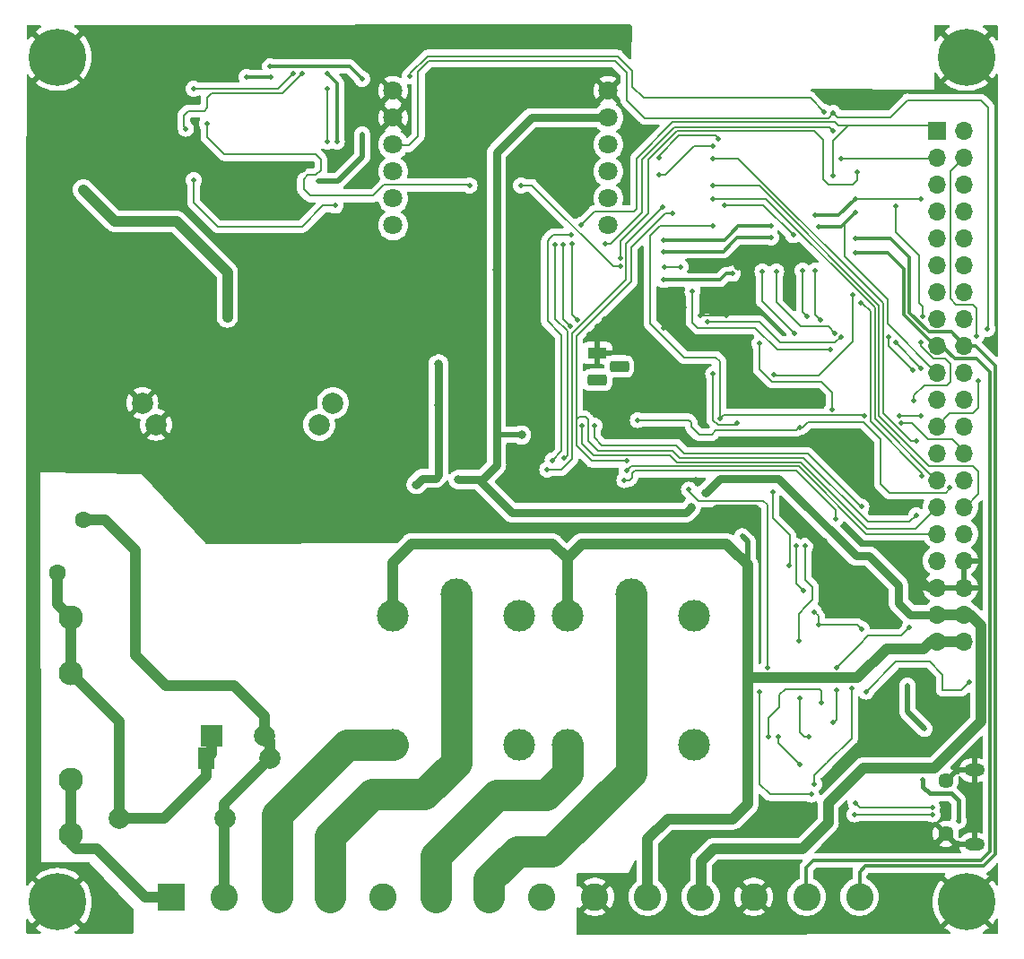
<source format=gbr>
%TF.GenerationSoftware,KiCad,Pcbnew,7.0.1*%
%TF.CreationDate,2023-03-22T21:04:11-04:00*%
%TF.ProjectId,esp32_pro_relay,65737033-325f-4707-926f-5f72656c6179,rev?*%
%TF.SameCoordinates,Original*%
%TF.FileFunction,Copper,L2,Bot*%
%TF.FilePolarity,Positive*%
%FSLAX46Y46*%
G04 Gerber Fmt 4.6, Leading zero omitted, Abs format (unit mm)*
G04 Created by KiCad (PCBNEW 7.0.1) date 2023-03-22 21:04:11*
%MOMM*%
%LPD*%
G01*
G04 APERTURE LIST*
G04 Aperture macros list*
%AMRoundRect*
0 Rectangle with rounded corners*
0 $1 Rounding radius*
0 $2 $3 $4 $5 $6 $7 $8 $9 X,Y pos of 4 corners*
0 Add a 4 corners polygon primitive as box body*
4,1,4,$2,$3,$4,$5,$6,$7,$8,$9,$2,$3,0*
0 Add four circle primitives for the rounded corners*
1,1,$1+$1,$2,$3*
1,1,$1+$1,$4,$5*
1,1,$1+$1,$6,$7*
1,1,$1+$1,$8,$9*
0 Add four rect primitives between the rounded corners*
20,1,$1+$1,$2,$3,$4,$5,0*
20,1,$1+$1,$4,$5,$6,$7,0*
20,1,$1+$1,$6,$7,$8,$9,0*
20,1,$1+$1,$8,$9,$2,$3,0*%
G04 Aperture macros list end*
%TA.AperFunction,ComponentPad*%
%ADD10R,2.600000X2.600000*%
%TD*%
%TA.AperFunction,ComponentPad*%
%ADD11C,2.600000*%
%TD*%
%TA.AperFunction,ComponentPad*%
%ADD12C,5.400000*%
%TD*%
%TA.AperFunction,ComponentPad*%
%ADD13C,0.800000*%
%TD*%
%TA.AperFunction,ComponentPad*%
%ADD14R,2.000000X2.000000*%
%TD*%
%TA.AperFunction,ComponentPad*%
%ADD15C,2.000000*%
%TD*%
%TA.AperFunction,ComponentPad*%
%ADD16C,1.450000*%
%TD*%
%TA.AperFunction,ComponentPad*%
%ADD17O,1.900000X1.200000*%
%TD*%
%TA.AperFunction,ComponentPad*%
%ADD18R,1.700000X1.700000*%
%TD*%
%TA.AperFunction,ComponentPad*%
%ADD19O,1.700000X1.700000*%
%TD*%
%TA.AperFunction,ComponentPad*%
%ADD20C,1.600000*%
%TD*%
%TA.AperFunction,ComponentPad*%
%ADD21C,2.300000*%
%TD*%
%TA.AperFunction,ComponentPad*%
%ADD22C,1.800000*%
%TD*%
%TA.AperFunction,ComponentPad*%
%ADD23R,1.800000X1.100000*%
%TD*%
%TA.AperFunction,ComponentPad*%
%ADD24RoundRect,0.275000X-0.625000X0.275000X-0.625000X-0.275000X0.625000X-0.275000X0.625000X0.275000X0*%
%TD*%
%TA.AperFunction,ComponentPad*%
%ADD25C,3.000000*%
%TD*%
%TA.AperFunction,ComponentPad*%
%ADD26R,1.500000X2.000000*%
%TD*%
%TA.AperFunction,ViaPad*%
%ADD27C,0.800000*%
%TD*%
%TA.AperFunction,ViaPad*%
%ADD28C,0.500000*%
%TD*%
%TA.AperFunction,ViaPad*%
%ADD29C,1.000000*%
%TD*%
%TA.AperFunction,Conductor*%
%ADD30C,1.000000*%
%TD*%
%TA.AperFunction,Conductor*%
%ADD31C,0.800000*%
%TD*%
%TA.AperFunction,Conductor*%
%ADD32C,0.500000*%
%TD*%
%TA.AperFunction,Conductor*%
%ADD33C,0.200000*%
%TD*%
%TA.AperFunction,Conductor*%
%ADD34C,3.000000*%
%TD*%
%TA.AperFunction,Conductor*%
%ADD35C,0.300000*%
%TD*%
%TA.AperFunction,Conductor*%
%ADD36C,0.400000*%
%TD*%
G04 APERTURE END LIST*
D10*
%TO.P,J3,1,Pin_1*%
%TO.N,/AC_L*%
X212870000Y-223160000D03*
D11*
%TO.P,J3,2,Pin_2*%
%TO.N,/AC_N*%
X217870000Y-223160000D03*
%TO.P,J3,3,Pin_3*%
%TO.N,/NO0*%
X222870000Y-223160000D03*
%TO.P,J3,4,Pin_4*%
%TO.N,/COM0*%
X227870000Y-223160000D03*
%TO.P,J3,5,Pin_5*%
%TO.N,/NC0*%
X232870000Y-223160000D03*
%TO.P,J3,6,Pin_6*%
%TO.N,/NO1*%
X237870000Y-223160000D03*
%TO.P,J3,7,Pin_7*%
%TO.N,/COM1*%
X242870000Y-223160000D03*
%TO.P,J3,8,Pin_8*%
%TO.N,/NC1*%
X247870000Y-223160000D03*
%TO.P,J3,9,Pin_9*%
%TO.N,GND*%
X252870000Y-223160000D03*
%TO.P,J3,10,Pin_10*%
%TO.N,+5V*%
X257870000Y-223160000D03*
%TO.P,J3,11,Pin_11*%
%TO.N,+3.3V*%
X262870000Y-223160000D03*
%TO.P,J3,12,Pin_12*%
%TO.N,GND*%
X267870000Y-223160000D03*
%TO.P,J3,13,Pin_13*%
%TO.N,/GPIO16{slash}U2RXD*%
X272870000Y-223160000D03*
%TO.P,J3,14,Pin_14*%
%TO.N,/GPIO17{slash}U2TXD*%
X277870000Y-223160000D03*
%TD*%
D12*
%TO.P,H3,1,1*%
%TO.N,GND*%
X287960000Y-143820000D03*
D13*
X286528109Y-145251891D03*
X289391891Y-142388109D03*
X286528109Y-142388109D03*
X285935000Y-143820000D03*
X287960000Y-145845000D03*
X289985000Y-143820000D03*
X289391891Y-145251891D03*
X287960000Y-141795000D03*
%TD*%
D14*
%TO.P,PS2,1,AC/L*%
%TO.N,Net-(C4-Pad1)*%
X216650000Y-207962500D03*
D15*
%TO.P,PS2,2,AC/N*%
%TO.N,/AC_N*%
X221650000Y-207962500D03*
%TO.P,PS2,3,-Vout*%
%TO.N,GND*%
X211450000Y-178562500D03*
%TO.P,PS2,4,+Vout*%
%TO.N,Net-(C5-Pad1)*%
X226850000Y-178562500D03*
%TD*%
D13*
%TO.P,H2,1,1*%
%TO.N,GND*%
X289995000Y-223640000D03*
X287970000Y-221615000D03*
X289401891Y-225071891D03*
X285945000Y-223640000D03*
X286538109Y-225071891D03*
X289401891Y-222208109D03*
D12*
X287970000Y-223640000D03*
D13*
X287970000Y-225665000D03*
X286538109Y-222208109D03*
%TD*%
D15*
%TO.P,C4,1*%
%TO.N,Net-(C4-Pad1)*%
X207950000Y-215770000D03*
%TO.P,C4,2*%
%TO.N,/AC_N*%
X217950000Y-215770000D03*
%TD*%
D16*
%TO.P,USB1,6,Shield*%
%TO.N,GND*%
X286007500Y-217210000D03*
D17*
X288707500Y-211210000D03*
D16*
X286007500Y-212210000D03*
D17*
X288707500Y-218210000D03*
%TD*%
D13*
%TO.P,H4,1,1*%
%TO.N,GND*%
X204175000Y-143820000D03*
X200718109Y-145251891D03*
X202150000Y-141795000D03*
X203581891Y-145251891D03*
X202150000Y-145845000D03*
X203581891Y-142388109D03*
X200125000Y-143820000D03*
X200718109Y-142388109D03*
D12*
X202150000Y-143820000D03*
%TD*%
D18*
%TO.P,J2,1,Pin_1*%
%TO.N,/GPIO0*%
X285195000Y-150775000D03*
D19*
%TO.P,J2,2,Pin_2*%
%TO.N,/GPIO1{slash}U0TXD*%
X287735000Y-150775000D03*
%TO.P,J2,3,Pin_3*%
%TO.N,/GPIO2{slash}HS2_DATA0*%
X285195000Y-153315000D03*
%TO.P,J2,4,Pin_4*%
%TO.N,/GPIO3{slash}U0RXD*%
X287735000Y-153315000D03*
%TO.P,J2,5,Pin_5*%
%TO.N,/GPIO4*%
X285195000Y-155855000D03*
%TO.P,J2,6,Pin_6*%
%TO.N,/GPIO5*%
X287735000Y-155855000D03*
%TO.P,J2,7,Pin_7*%
%TO.N,/GPIO6*%
X285195000Y-158395000D03*
%TO.P,J2,8,Pin_8*%
%TO.N,/GPIO7*%
X287735000Y-158395000D03*
%TO.P,J2,9,Pin_9*%
%TO.N,/GPIO8*%
X285195000Y-160935000D03*
%TO.P,J2,10,Pin_10*%
%TO.N,/GPIO9*%
X287735000Y-160935000D03*
%TO.P,J2,11,Pin_11*%
%TO.N,/GPIO10*%
X285195000Y-163475000D03*
%TO.P,J2,12,Pin_12*%
%TO.N,/GPIO11*%
X287735000Y-163475000D03*
%TO.P,J2,13,Pin_13*%
%TO.N,/GPIO12*%
X285195000Y-166015000D03*
%TO.P,J2,14,Pin_14*%
%TO.N,/GPIO13*%
X287735000Y-166015000D03*
%TO.P,J2,15,Pin_15*%
%TO.N,/GPIO14{slash}HS2_CLK*%
X285195000Y-168555000D03*
%TO.P,J2,16,Pin_16*%
%TO.N,/GPIO15{slash}HS2_CMD*%
X287735000Y-168555000D03*
%TO.P,J2,17,Pin_17*%
%TO.N,/GPIO16{slash}U2RXD*%
X285195000Y-171095000D03*
%TO.P,J2,18,Pin_18*%
%TO.N,/GPIO17{slash}U2TXD*%
X287735000Y-171095000D03*
%TO.P,J2,19,Pin_19*%
%TO.N,/GPIO18{slash}VS_SCK*%
X285195000Y-173635000D03*
%TO.P,J2,20,Pin_20*%
%TO.N,/GPIO19{slash}VS_MISO*%
X287735000Y-173635000D03*
%TO.P,J2,21,Pin_21*%
%TO.N,/GPIO21{slash}VS_CS*%
X285195000Y-176175000D03*
%TO.P,J2,22,Pin_22*%
%TO.N,/GPIO22*%
X287735000Y-176175000D03*
%TO.P,J2,23,Pin_23*%
%TO.N,/GPIO23{slash}VS_MOSI*%
X285195000Y-178715000D03*
%TO.P,J2,24,Pin_24*%
%TO.N,/GPIO25{slash}RGB_R*%
X287735000Y-178715000D03*
%TO.P,J2,25,Pin_25*%
%TO.N,/GPIO26{slash}RGB_G*%
X285195000Y-181255000D03*
%TO.P,J2,26,Pin_26*%
%TO.N,/GPIO27{slash}RGB_B*%
X287735000Y-181255000D03*
%TO.P,J2,27,Pin_27*%
%TO.N,/GPIO32{slash}REL1*%
X285195000Y-183795000D03*
%TO.P,J2,28,Pin_28*%
%TO.N,/GPIO33{slash}REL2*%
X287735000Y-183795000D03*
%TO.P,J2,29,Pin_29*%
%TO.N,/GPI34*%
X285195000Y-186335000D03*
%TO.P,J2,30,Pin_30*%
%TO.N,/GPI35*%
X287735000Y-186335000D03*
%TO.P,J2,31,Pin_31*%
%TO.N,/GPI36{slash}S_VP*%
X285195000Y-188875000D03*
%TO.P,J2,32,Pin_32*%
%TO.N,/GPI39{slash}S_VN*%
X287735000Y-188875000D03*
%TO.P,J2,33,Pin_33*%
%TO.N,/ESP_EN*%
X285195000Y-191415000D03*
%TO.P,J2,34,Pin_34*%
%TO.N,GND*%
X287735000Y-191415000D03*
%TO.P,J2,35,Pin_35*%
X285195000Y-193955000D03*
%TO.P,J2,36,Pin_36*%
X287735000Y-193955000D03*
%TO.P,J2,37,Pin_37*%
%TO.N,+3.3V*%
X285195000Y-196495000D03*
%TO.P,J2,38,Pin_38*%
X287735000Y-196495000D03*
%TO.P,J2,39,Pin_39*%
%TO.N,+5V*%
X285195000Y-199035000D03*
%TO.P,J2,40,Pin_40*%
X287735000Y-199035000D03*
%TD*%
D20*
%TO.P,RV1,1*%
%TO.N,Net-(C4-Pad1)*%
X202100000Y-192530000D03*
%TO.P,RV1,2*%
%TO.N,/AC_N*%
X204600000Y-187530000D03*
%TD*%
D21*
%TO.P,F1,1*%
%TO.N,/AC_L*%
X203390000Y-217300000D03*
X203390000Y-212100000D03*
%TO.P,F1,2*%
%TO.N,Net-(C4-Pad1)*%
X203390000Y-202000000D03*
X203390000Y-196800000D03*
%TD*%
D13*
%TO.P,H1,1,1*%
%TO.N,GND*%
X204185000Y-223650000D03*
X202160000Y-225675000D03*
X202160000Y-221625000D03*
X200135000Y-223650000D03*
D12*
X202160000Y-223650000D03*
D13*
X203591891Y-222218109D03*
X200728109Y-225081891D03*
X203591891Y-225081891D03*
X200728109Y-222218109D03*
%TD*%
D22*
%TO.P,U5,1,GND*%
%TO.N,GND*%
X233820000Y-147027500D03*
%TO.P,U5,2,GND*%
X233820000Y-149567500D03*
%TO.P,U5,3,MOSI*%
%TO.N,/GPIO23{slash}VS_MOSI*%
X233820000Y-152107500D03*
%TO.P,U5,4,CLK*%
%TO.N,/GPIO18{slash}VS_SCK*%
X233820000Y-154647500D03*
%TO.P,U5,5,CS*%
%TO.N,/GPIO21{slash}VS_CS*%
X233820000Y-157187500D03*
%TO.P,U5,6,INT*%
%TO.N,unconnected-(U5-Pad6)*%
X233820000Y-159727500D03*
%TO.P,U5,7,MISO*%
%TO.N,/GPIO19{slash}VS_MISO*%
X254140000Y-159727500D03*
%TO.P,U5,8,RESET*%
%TO.N,unconnected-(U5-Pad8)*%
X254140000Y-157187500D03*
%TO.P,U5,9,NC*%
%TO.N,unconnected-(U5-Pad9)*%
X254140000Y-154647500D03*
%TO.P,U5,10,VIN3V3*%
%TO.N,+3.3V*%
X254140000Y-152107500D03*
%TO.P,U5,11,VIN3V3*%
X254140000Y-149567500D03*
%TO.P,U5,12,GND*%
%TO.N,GND*%
X254140000Y-147027500D03*
%TD*%
D23*
%TO.P,U6,1,GND*%
%TO.N,GND*%
X253100000Y-171800000D03*
D24*
%TO.P,U6,2,DQ*%
%TO.N,/GPIO13*%
X255170000Y-173070000D03*
%TO.P,U6,3,VDD*%
%TO.N,+3.3V*%
X253100000Y-174340000D03*
%TD*%
D25*
%TO.P,REL1B1,11*%
%TO.N,/COM1*%
X256270000Y-194600000D03*
%TO.P,REL1B1,12*%
%TO.N,/NC1*%
X262270000Y-208800000D03*
%TO.P,REL1B1,14*%
%TO.N,/NO1*%
X250270000Y-208800000D03*
%TO.P,REL1B1,A1*%
%TO.N,+5V*%
X250270000Y-196600000D03*
%TO.P,REL1B1,A2*%
%TO.N,Net-(D2-Pad2)*%
X262270000Y-196600000D03*
%TD*%
%TO.P,REL0A1,11*%
%TO.N,/COM0*%
X239760000Y-194600000D03*
%TO.P,REL0A1,12*%
%TO.N,/NC0*%
X245760000Y-208800000D03*
%TO.P,REL0A1,14*%
%TO.N,/NO0*%
X233760000Y-208800000D03*
%TO.P,REL0A1,A1*%
%TO.N,+5V*%
X233760000Y-196600000D03*
%TO.P,REL0A1,A2*%
%TO.N,Net-(D1-Pad2)*%
X245760000Y-196600000D03*
%TD*%
D26*
%TO.P,PS1,1,AC/L*%
%TO.N,Net-(C4-Pad1)*%
X216150000Y-210110000D03*
D15*
%TO.P,PS1,2,AC/N*%
%TO.N,/AC_N*%
X222150000Y-210110000D03*
%TO.P,PS1,3,-Vout*%
%TO.N,GND*%
X210150000Y-176510000D03*
%TO.P,PS1,4,+Vout*%
%TO.N,Net-(C5-Pad1)*%
X228150000Y-176510000D03*
%TD*%
D27*
%TO.N,+5V*%
X238110000Y-176750000D03*
X238110000Y-172800000D03*
X236000000Y-184210000D03*
D28*
X266800000Y-189100000D03*
D27*
%TO.N,GND*%
X248080000Y-188420000D03*
X217200000Y-187300000D03*
D28*
X274410000Y-189620000D03*
D27*
X265600000Y-171100000D03*
X269500000Y-162300000D03*
D28*
X284100000Y-201900000D03*
X270750000Y-186580000D03*
X257600000Y-173000000D03*
D27*
X206900000Y-223200000D03*
X218700000Y-184800000D03*
X281800000Y-223400000D03*
X266400000Y-163600000D03*
D28*
X257600000Y-172400000D03*
D27*
X206600000Y-145200000D03*
X220900000Y-184900000D03*
D28*
X253800000Y-169300000D03*
X281660000Y-191230000D03*
X258160000Y-184930000D03*
D27*
X240500000Y-148800000D03*
X228700000Y-185000000D03*
X216000000Y-185800000D03*
X285800000Y-146800000D03*
D28*
X252300000Y-170000000D03*
D27*
X214800000Y-184500000D03*
X204500000Y-220500000D03*
X222700000Y-187400000D03*
X266100000Y-175100000D03*
D28*
X242130000Y-181920000D03*
X262370000Y-183710000D03*
X253100000Y-169300000D03*
D27*
X240500000Y-151900000D03*
X233200000Y-142400000D03*
X284100000Y-225000000D03*
X216800000Y-183100000D03*
X226700000Y-187400000D03*
D28*
X253800000Y-168600000D03*
D27*
X220900000Y-187400000D03*
X206600000Y-142400000D03*
X216700000Y-184600000D03*
X226800000Y-185000000D03*
X234800000Y-142400000D03*
D28*
X258300000Y-173600000D03*
X261340000Y-167480000D03*
X257600000Y-173600000D03*
D27*
X219900000Y-186100000D03*
X283800000Y-223300000D03*
X213800000Y-181500000D03*
X222700000Y-184900000D03*
D28*
X285100000Y-208300000D03*
X220470000Y-158840000D03*
D27*
X252000000Y-183800000D03*
X221900000Y-186100000D03*
X284100000Y-221700000D03*
X222330000Y-154290000D03*
D28*
X257600000Y-171800000D03*
X280700000Y-203200000D03*
D27*
X224700000Y-185000000D03*
X240500000Y-150300000D03*
X213400000Y-183000000D03*
D28*
X262790000Y-168210000D03*
X242130000Y-178250000D03*
X242130000Y-174600000D03*
X257330461Y-176190936D03*
D27*
X267600000Y-162300000D03*
D28*
X238250000Y-170820000D03*
X259380000Y-169440000D03*
D27*
X228500000Y-187400000D03*
D28*
X253800000Y-170000000D03*
X265300000Y-168230000D03*
X268020000Y-186470000D03*
D27*
X219100000Y-187400000D03*
X205700000Y-221900000D03*
X229700000Y-186200000D03*
X275500000Y-147800000D03*
X206600000Y-143800000D03*
X271600000Y-162300000D03*
X223600000Y-186100000D03*
X215400000Y-181400000D03*
X253100000Y-142400000D03*
X215300000Y-183100000D03*
X225600000Y-186200000D03*
X282900000Y-224300000D03*
D28*
X280700000Y-208100000D03*
D27*
X261100000Y-170100000D03*
D28*
X253100000Y-170000000D03*
D27*
X282800000Y-222500000D03*
X208100000Y-224500000D03*
X227600000Y-186200000D03*
D28*
X228710000Y-180190000D03*
D27*
X254700000Y-142400000D03*
D28*
X234300000Y-173000000D03*
D27*
X225170000Y-154300000D03*
X218000000Y-186000000D03*
X290000000Y-146900000D03*
X224700000Y-187400000D03*
D28*
%TO.N,+3.3V*%
X230900000Y-151120000D03*
D27*
X263300000Y-185030000D03*
X261970000Y-186360000D03*
X245950000Y-179530000D03*
D28*
X226750000Y-155560000D03*
D27*
X243590000Y-163920000D03*
X239970000Y-183750000D03*
D28*
%TO.N,/ESP_EN*%
X275400000Y-206700000D03*
X282600000Y-197700000D03*
X275700000Y-201500000D03*
X275700000Y-203600000D03*
%TO.N,/GPIO32{slash}REL1*%
X264000000Y-157200000D03*
X259300000Y-158000000D03*
X248390000Y-182800000D03*
%TO.N,/GPIO33{slash}REL2*%
X260200000Y-158600000D03*
X255900000Y-182000000D03*
X283230000Y-187130000D03*
%TO.N,/GPIO14{slash}HS2_CLK*%
X260950000Y-163650000D03*
X280650000Y-170250000D03*
X255290000Y-163630000D03*
X263470000Y-168830000D03*
X259420000Y-163650000D03*
X245920000Y-155950000D03*
X241030000Y-155970000D03*
X216240000Y-150160000D03*
X282900000Y-173390000D03*
X276120000Y-170250000D03*
%TO.N,/GPIO15{slash}HS2_CMD*%
X258900000Y-153340000D03*
X264550000Y-151540000D03*
X283020000Y-176300000D03*
X277960000Y-167050000D03*
X265100000Y-157790000D03*
X283780000Y-183400000D03*
X283620000Y-170760000D03*
X271600000Y-160660000D03*
X230900000Y-145890000D03*
X222210000Y-144720000D03*
%TO.N,/GPIO2{slash}HS2_DATA0*%
X228400000Y-157870000D03*
X271240000Y-191880000D03*
X266330000Y-178390000D03*
X227600000Y-151850000D03*
X276100000Y-153400000D03*
X215010000Y-155470000D03*
X264050000Y-173780000D03*
X227600000Y-146800000D03*
X235420000Y-145620000D03*
X274540000Y-149020000D03*
X269810000Y-173820000D03*
X269660000Y-184890000D03*
X277220000Y-166340000D03*
%TO.N,/+5V_USB*%
X283840000Y-212140000D03*
X284000000Y-207300000D03*
X282400000Y-203200000D03*
X287220000Y-216010000D03*
%TO.N,/GPIO18{slash}VS_SCK*%
X277500000Y-158500000D03*
X259400000Y-162200000D03*
X269500000Y-160900000D03*
X274000000Y-159900000D03*
%TO.N,/GPIO19{slash}VS_MISO*%
X277500000Y-157200000D03*
X283700000Y-157200000D03*
X259400000Y-161100000D03*
X269500000Y-159800000D03*
X273700000Y-158800000D03*
%TO.N,/GPIO21{slash}VS_CS*%
X283800000Y-168300000D03*
X255290000Y-162800000D03*
X277650000Y-154670000D03*
X281300000Y-157900000D03*
%TO.N,/GPIO23{slash}VS_MOSI*%
X289950000Y-169520000D03*
X289100000Y-174400000D03*
X275390000Y-149120000D03*
D29*
%TO.N,Net-(D3-Pad1)*%
X204590000Y-156390000D03*
X218170000Y-168390000D03*
D28*
%TO.N,/GPIO1{slash}U0TXD*%
X272590000Y-194240000D03*
X250700000Y-161480000D03*
X275390000Y-150830000D03*
X251190000Y-168660000D03*
X271890000Y-190030000D03*
X278040000Y-186320000D03*
X252820000Y-178670000D03*
X253830000Y-161480000D03*
%TO.N,Net-(D4-Pad2)*%
X268400000Y-203800000D03*
X273300000Y-213500000D03*
%TO.N,Net-(D5-Pad1)*%
X277100000Y-203500000D03*
X273600000Y-212500000D03*
%TO.N,/GPIO3{slash}U0RXD*%
X273590000Y-196260000D03*
X288890000Y-170180000D03*
X278490000Y-203770000D03*
X273970000Y-197450000D03*
X278090000Y-197870000D03*
X288260000Y-202840000D03*
%TO.N,/GPIO0*%
X255670000Y-183790000D03*
X251590000Y-159680000D03*
X275400000Y-155000000D03*
X250650000Y-160640000D03*
X272760000Y-190010000D03*
X272120000Y-198970000D03*
X275590000Y-187450000D03*
X248900000Y-181920000D03*
%TO.N,/D_COM*%
X269200000Y-201500000D03*
X272200000Y-204400000D03*
X273100000Y-208050000D03*
X261760000Y-184700000D03*
%TO.N,Net-(U4-Pad6)*%
X277510000Y-214290000D03*
X284730000Y-214710000D03*
%TO.N,Net-(U4-Pad7)*%
X284740000Y-215380000D03*
X277410000Y-215380000D03*
%TO.N,/GPIO7*%
X272900000Y-168300000D03*
X272500000Y-164000000D03*
%TO.N,/GPIO8*%
X274200000Y-168700000D03*
X273700000Y-164000000D03*
%TO.N,/GPIO10*%
X268700000Y-164100000D03*
X271700000Y-169900000D03*
%TO.N,/GPIO11*%
X275500000Y-169900000D03*
X270000000Y-164100000D03*
%TO.N,/GPIO12*%
X275100000Y-171500000D03*
X262100000Y-166000000D03*
%TO.N,/GPIO13*%
X265900000Y-164300000D03*
X259400000Y-164900000D03*
X283700000Y-173200000D03*
X281300000Y-170800000D03*
%TO.N,/GPIO25{slash}RGB_R*%
X264000000Y-159800000D03*
X283700000Y-177700000D03*
X264720000Y-177950000D03*
X281600000Y-177700000D03*
X278300000Y-177700000D03*
%TO.N,/GPIO26{slash}RGB_G*%
X272200000Y-178800000D03*
X256930000Y-178120000D03*
X286400000Y-184500000D03*
%TO.N,/GPIO27{slash}RGB_B*%
X275300000Y-177100000D03*
X281800000Y-178400000D03*
X268400000Y-170900000D03*
%TO.N,/GPI34*%
X249880000Y-161530000D03*
X250590000Y-169270000D03*
X251660000Y-178690000D03*
%TO.N,/GPI35*%
X264000000Y-156000000D03*
%TO.N,/GPI36{slash}S_VP*%
X255860000Y-182920000D03*
X258900000Y-154950000D03*
X249960000Y-181730000D03*
X264010000Y-152280000D03*
X249110000Y-161540000D03*
%TO.N,/GPI39{slash}S_VN*%
X264000000Y-153400000D03*
X283200000Y-180100000D03*
%TO.N,/GPIO16{slash}U2RXD*%
X277500000Y-162300000D03*
%TO.N,/GPIO17{slash}U2TXD*%
X277500000Y-161000000D03*
%TO.N,Net-(Q3-Pad1)*%
X269250000Y-208050000D03*
X274300000Y-204850000D03*
%TO.N,Net-(Q4-Pad3)*%
X270200000Y-208050000D03*
X272200000Y-210650000D03*
%TO.N,Net-(R11-Pad2)*%
X224400000Y-145380000D03*
X215000000Y-146840000D03*
%TO.N,Net-(R12-Pad2)*%
X214270000Y-150610000D03*
X225240000Y-145390000D03*
%TO.N,Net-(RN1-Pad5)*%
X222250000Y-145720000D03*
X219970000Y-145700000D03*
%TO.N,Net-(RN1-Pad7)*%
X228510000Y-151810000D03*
X227640000Y-145410000D03*
%TD*%
D30*
%TO.N,+5V*%
X259750000Y-215800000D02*
X257870000Y-217680000D01*
D31*
X237830000Y-183620000D02*
X238110000Y-183340000D01*
D30*
X250270000Y-191180000D02*
X250270000Y-191220000D01*
X257870000Y-217680000D02*
X257870000Y-223160000D01*
X284615000Y-199035000D02*
X283950000Y-199700000D01*
D31*
X238110000Y-176750000D02*
X238110000Y-172800000D01*
X236000000Y-184210000D02*
X236590000Y-183620000D01*
D30*
X265650000Y-190150000D02*
X267300000Y-191800000D01*
X233760000Y-191590000D02*
X235550000Y-189800000D01*
D31*
X236590000Y-183620000D02*
X237830000Y-183620000D01*
D30*
X277650000Y-202450000D02*
X267300000Y-202450000D01*
X265900000Y-215800000D02*
X259750000Y-215800000D01*
X267300000Y-214400000D02*
X265900000Y-215800000D01*
X267300000Y-202450000D02*
X267300000Y-214400000D01*
D32*
X267300000Y-189600000D02*
X267300000Y-191800000D01*
D31*
X238110000Y-183340000D02*
X238110000Y-176750000D01*
D30*
X285195000Y-199035000D02*
X287735000Y-199035000D01*
X250270000Y-191220000D02*
X250270000Y-196600000D01*
D32*
X266800000Y-189100000D02*
X267300000Y-189600000D01*
D30*
X265640000Y-190150000D02*
X265650000Y-190150000D01*
X265290000Y-189800000D02*
X251650000Y-189800000D01*
X251650000Y-189800000D02*
X250270000Y-191180000D01*
X285195000Y-199035000D02*
X284615000Y-199035000D01*
X235550000Y-189800000D02*
X248850000Y-189800000D01*
X233760000Y-196600000D02*
X233760000Y-191590000D01*
X265640000Y-190150000D02*
X265290000Y-189800000D01*
X280400000Y-199700000D02*
X277650000Y-202450000D01*
X267300000Y-191800000D02*
X267300000Y-202450000D01*
X283950000Y-199700000D02*
X280400000Y-199700000D01*
X248850000Y-189800000D02*
X250270000Y-191220000D01*
D33*
%TO.N,GND*%
X242130000Y-181920000D02*
X242130000Y-178250000D01*
D31*
X284385000Y-193955000D02*
X285195000Y-193955000D01*
X281660000Y-191230000D02*
X284385000Y-193955000D01*
X221190000Y-155670000D02*
X221950000Y-155670000D01*
D33*
X235320000Y-171980000D02*
X234300000Y-173000000D01*
X280700000Y-203200000D02*
X282000000Y-201900000D01*
D31*
X228710000Y-180190000D02*
X236940000Y-188420000D01*
X236940000Y-188420000D02*
X248080000Y-188420000D01*
D33*
X280700000Y-208100000D02*
X280700000Y-203200000D01*
X242130000Y-178250000D02*
X242130000Y-174600000D01*
X237780000Y-171980000D02*
X235320000Y-171980000D01*
X262810000Y-168230000D02*
X262790000Y-168210000D01*
D31*
X264350000Y-186470000D02*
X268020000Y-186470000D01*
D33*
X258160000Y-184930000D02*
X260340000Y-184930000D01*
X284900000Y-208100000D02*
X285100000Y-208300000D01*
X261560000Y-183710000D02*
X262370000Y-183710000D01*
X265300000Y-168230000D02*
X262810000Y-168230000D01*
X238010000Y-171750000D02*
X237780000Y-171980000D01*
X238010000Y-171060000D02*
X238010000Y-171750000D01*
X261340000Y-167480000D02*
X259380000Y-169440000D01*
D31*
X221950000Y-155670000D02*
X222330000Y-155290000D01*
X273790000Y-189620000D02*
X274410000Y-189620000D01*
D33*
X280700000Y-208100000D02*
X284900000Y-208100000D01*
X238250000Y-170820000D02*
X238010000Y-171060000D01*
D31*
X220470000Y-158840000D02*
X220470000Y-156390000D01*
X248080000Y-188420000D02*
X262400000Y-188420000D01*
D33*
X260340000Y-184930000D02*
X261550000Y-183720000D01*
D31*
X222330000Y-155290000D02*
X222330000Y-154290000D01*
X220470000Y-156390000D02*
X221190000Y-155670000D01*
D33*
X282000000Y-201900000D02*
X284100000Y-201900000D01*
D31*
X270750000Y-186580000D02*
X273790000Y-189620000D01*
X262400000Y-188420000D02*
X264350000Y-186470000D01*
D30*
X222330000Y-154290000D02*
X225160000Y-154290000D01*
D33*
X261550000Y-183720000D02*
X261560000Y-183710000D01*
D30*
X225160000Y-154290000D02*
X225170000Y-154300000D01*
D34*
%TO.N,/COM0*%
X231850000Y-213470000D02*
X236760000Y-213470000D01*
X227870000Y-217450000D02*
X231850000Y-213470000D01*
X227870000Y-223160000D02*
X227870000Y-217450000D01*
X236760000Y-213470000D02*
X239760000Y-210470000D01*
X239760000Y-210470000D02*
X239760000Y-194600000D01*
%TO.N,/NO0*%
X229460000Y-208800000D02*
X233760000Y-208800000D01*
X222870000Y-215390000D02*
X229460000Y-208800000D01*
X222870000Y-223160000D02*
X222870000Y-215390000D01*
%TO.N,/COM1*%
X242870000Y-221530000D02*
X242870000Y-223160000D01*
X256270000Y-194600000D02*
X256270000Y-211400000D01*
X245520000Y-218880000D02*
X242870000Y-221530000D01*
X256270000Y-211400000D02*
X248790000Y-218880000D01*
X248790000Y-218880000D02*
X245520000Y-218880000D01*
%TO.N,/NO1*%
X248290000Y-213510000D02*
X250270000Y-211530000D01*
X243640000Y-213510000D02*
X248290000Y-213510000D01*
X237870000Y-223160000D02*
X237870000Y-219280000D01*
X237870000Y-219280000D02*
X243640000Y-213510000D01*
X250270000Y-211530000D02*
X250270000Y-208800000D01*
D30*
%TO.N,+3.3V*%
X289300000Y-206600000D02*
X284900000Y-211000000D01*
D31*
X243590000Y-163920000D02*
X243590000Y-152850000D01*
X246872500Y-149567500D02*
X254140000Y-149567500D01*
D30*
X264100000Y-218600000D02*
X262900000Y-219800000D01*
X287735000Y-196495000D02*
X288295000Y-196495000D01*
X262900000Y-219800000D02*
X262900000Y-223130000D01*
X285195000Y-196495000D02*
X287735000Y-196495000D01*
D31*
X239970000Y-183750000D02*
X242230000Y-183750000D01*
X281530000Y-195390000D02*
X282635000Y-196495000D01*
D32*
X243600000Y-179530000D02*
X243590000Y-179520000D01*
D31*
X278790000Y-190970000D02*
X281530000Y-193710000D01*
X243590000Y-179520000D02*
X243590000Y-163920000D01*
D32*
X228610000Y-155560000D02*
X230900000Y-153270000D01*
X230900000Y-153270000D02*
X230900000Y-151120000D01*
D31*
X242230000Y-183750000D02*
X243590000Y-182390000D01*
X281530000Y-193710000D02*
X281530000Y-195390000D01*
D30*
X288295000Y-196495000D02*
X289300000Y-197500000D01*
D31*
X263300000Y-185030000D02*
X264680000Y-183650000D01*
D30*
X262900000Y-223130000D02*
X262870000Y-223160000D01*
D31*
X264680000Y-183650000D02*
X270210000Y-183650000D01*
D30*
X272500000Y-218600000D02*
X264100000Y-218600000D01*
D31*
X282635000Y-196495000D02*
X285195000Y-196495000D01*
X243590000Y-152850000D02*
X246872500Y-149567500D01*
D30*
X278200000Y-211000000D02*
X274900000Y-214300000D01*
X284900000Y-211000000D02*
X278200000Y-211000000D01*
D31*
X243590000Y-182390000D02*
X243590000Y-179520000D01*
D30*
X274900000Y-216200000D02*
X272500000Y-218600000D01*
D32*
X245950000Y-179530000D02*
X243600000Y-179530000D01*
D31*
X277530000Y-190970000D02*
X278790000Y-190970000D01*
D30*
X289300000Y-197500000D02*
X289300000Y-206600000D01*
D31*
X261440000Y-186890000D02*
X261970000Y-186360000D01*
X239970000Y-183750000D02*
X241890000Y-183750000D01*
X245030000Y-186890000D02*
X261440000Y-186890000D01*
X241890000Y-183750000D02*
X245030000Y-186890000D01*
D32*
X226750000Y-155560000D02*
X228610000Y-155560000D01*
D30*
X274900000Y-214300000D02*
X274900000Y-216200000D01*
D31*
X270210000Y-183650000D02*
X277530000Y-190970000D01*
D33*
%TO.N,/ESP_EN*%
X275700000Y-201500000D02*
X277800000Y-199400000D01*
X277800000Y-199400000D02*
X278700000Y-198500000D01*
X278700000Y-198500000D02*
X281800000Y-198500000D01*
X275700000Y-206400000D02*
X275700000Y-203600000D01*
X275400000Y-206700000D02*
X275700000Y-206400000D01*
X281800000Y-198500000D02*
X282600000Y-197700000D01*
%TO.N,/GPIO32{slash}REL1*%
X279300000Y-177980000D02*
X279300000Y-167500000D01*
X279300000Y-167500000D02*
X269000000Y-157200000D01*
X248390000Y-182800000D02*
X249700000Y-182800000D01*
X269000000Y-157200000D02*
X264000000Y-157200000D01*
X250710000Y-169980000D02*
X255840000Y-164850000D01*
X250710000Y-181790000D02*
X250710000Y-169980000D01*
X285195000Y-183795000D02*
X285115000Y-183795000D01*
X255840000Y-164850000D02*
X255840000Y-161460000D01*
X255840000Y-161460000D02*
X259300000Y-158000000D01*
X249700000Y-182800000D02*
X250710000Y-181790000D01*
X285115000Y-183795000D02*
X279300000Y-177980000D01*
%TO.N,/GPIO33{slash}REL2*%
X260180000Y-180990000D02*
X260870000Y-181680000D01*
X260200000Y-158600000D02*
X259500000Y-158600000D01*
X256300000Y-161800000D02*
X256300000Y-165030000D01*
X251110000Y-178080000D02*
X251110000Y-180510000D01*
X252230000Y-178090000D02*
X252230000Y-180080000D01*
X251360000Y-177830000D02*
X251970000Y-177830000D01*
X259500000Y-158600000D02*
X256300000Y-161800000D01*
X256300000Y-165030000D02*
X251110000Y-170220000D01*
X251970000Y-177830000D02*
X252230000Y-178090000D01*
X282600000Y-187760000D02*
X283230000Y-187130000D01*
X251110000Y-178080000D02*
X251360000Y-177830000D01*
X272550000Y-181680000D02*
X278630000Y-187760000D01*
X252230000Y-180080000D02*
X253140000Y-180990000D01*
X251110000Y-180510000D02*
X252600000Y-182000000D01*
X251110000Y-170220000D02*
X251110000Y-178080000D01*
X260870000Y-181680000D02*
X272550000Y-181680000D01*
X278630000Y-187760000D02*
X282600000Y-187760000D01*
X252600000Y-182000000D02*
X255900000Y-182000000D01*
X253140000Y-180990000D02*
X260180000Y-180990000D01*
%TO.N,/GPIO14{slash}HS2_CLK*%
X254580000Y-163630000D02*
X255290000Y-163630000D01*
X231940000Y-156930000D02*
X225990000Y-156930000D01*
X216240000Y-151380000D02*
X216240000Y-150160000D01*
X226530000Y-154970000D02*
X227000000Y-154500000D01*
X225990000Y-156930000D02*
X225370000Y-156310000D01*
X245920000Y-155950000D02*
X246900000Y-155950000D01*
X259420000Y-163650000D02*
X260950000Y-163650000D01*
X241030000Y-155970000D02*
X240980000Y-155920000D01*
X270380000Y-170820000D02*
X268390000Y-168830000D01*
X280650000Y-171140000D02*
X282900000Y-173390000D01*
X227000000Y-154500000D02*
X227000000Y-153500000D01*
X268390000Y-168830000D02*
X263470000Y-168830000D01*
X276120000Y-170250000D02*
X275550000Y-170820000D01*
X217900000Y-153040000D02*
X216240000Y-151380000D01*
X226540000Y-153040000D02*
X217900000Y-153040000D01*
X232950000Y-155920000D02*
X231940000Y-156930000D01*
X225370000Y-156310000D02*
X225370000Y-155370000D01*
X227000000Y-153500000D02*
X226540000Y-153040000D01*
X246900000Y-155950000D02*
X254580000Y-163630000D01*
X275550000Y-170820000D02*
X270380000Y-170820000D01*
X225370000Y-155370000D02*
X225770000Y-154970000D01*
X225770000Y-154970000D02*
X226530000Y-154970000D01*
X240980000Y-155920000D02*
X232950000Y-155920000D01*
X280650000Y-170250000D02*
X280650000Y-171140000D01*
D30*
%TO.N,Net-(C4-Pad1)*%
X207980000Y-206590000D02*
X207980000Y-215720000D01*
X203390000Y-202000000D02*
X207980000Y-206590000D01*
X216150000Y-211760000D02*
X216150000Y-210110000D01*
X202100000Y-195510000D02*
X203390000Y-196800000D01*
X216650000Y-207962500D02*
X216650000Y-209610000D01*
X203390000Y-196800000D02*
X203390000Y-202000000D01*
X207980000Y-215720000D02*
X212190000Y-215720000D01*
X212190000Y-215720000D02*
X216150000Y-211760000D01*
X216650000Y-209610000D02*
X216150000Y-210110000D01*
X202100000Y-192530000D02*
X202100000Y-195510000D01*
D33*
%TO.N,/GPIO15{slash}HS2_CMD*%
X277960000Y-167050000D02*
X278110000Y-167050000D01*
X283020000Y-176300000D02*
X283020000Y-175790000D01*
X283990000Y-174820000D02*
X286140000Y-174820000D01*
X258900000Y-153180000D02*
X260830000Y-151250000D01*
X260830000Y-151250000D02*
X264260000Y-151250000D01*
X271600000Y-160660000D02*
X268730000Y-157790000D01*
D35*
X230900000Y-145890000D02*
X229730000Y-144720000D01*
D33*
X278890000Y-167830000D02*
X278890000Y-178220000D01*
X283780000Y-183110000D02*
X283780000Y-183400000D01*
D35*
X229730000Y-144720000D02*
X222210000Y-144720000D01*
D33*
X264260000Y-151250000D02*
X264550000Y-151540000D01*
X268730000Y-157790000D02*
X265100000Y-157790000D01*
X286440000Y-174520000D02*
X286440000Y-172850000D01*
X286440000Y-172850000D02*
X285940000Y-172350000D01*
X284820000Y-172350000D02*
X283620000Y-171150000D01*
X283020000Y-175790000D02*
X283990000Y-174820000D01*
X258900000Y-153340000D02*
X258900000Y-153180000D01*
X283620000Y-171150000D02*
X283620000Y-170760000D01*
X286140000Y-174820000D02*
X286440000Y-174520000D01*
X278110000Y-167050000D02*
X278890000Y-167830000D01*
X285940000Y-172350000D02*
X284820000Y-172350000D01*
X278890000Y-178220000D02*
X283780000Y-183110000D01*
%TO.N,/GPIO2{slash}HS2_DATA0*%
X217270000Y-159870000D02*
X215010000Y-157610000D01*
X271240000Y-191880000D02*
X271290000Y-191830000D01*
X227200000Y-157870000D02*
X225200000Y-159870000D01*
X274010000Y-173910000D02*
X269900000Y-173910000D01*
X237060000Y-143750000D02*
X235420000Y-145390000D01*
X276100000Y-153400000D02*
X285110000Y-153400000D01*
X273230000Y-147710000D02*
X257500000Y-147710000D01*
X215010000Y-157610000D02*
X215010000Y-155470000D01*
X274540000Y-149020000D02*
X273230000Y-147710000D01*
X256430000Y-145150000D02*
X255030000Y-143750000D01*
X271290000Y-191830000D02*
X271290000Y-189030000D01*
X271290000Y-189030000D02*
X269660000Y-187400000D01*
X227600000Y-146800000D02*
X227600000Y-151850000D01*
X269660000Y-187400000D02*
X269660000Y-184890000D01*
X277220000Y-166340000D02*
X277220000Y-170700000D01*
X277220000Y-170700000D02*
X274010000Y-173910000D01*
X266330000Y-178390000D02*
X266140000Y-178580000D01*
X235420000Y-145390000D02*
X235420000Y-145620000D01*
X225200000Y-159870000D02*
X217270000Y-159870000D01*
X228400000Y-157870000D02*
X227200000Y-157870000D01*
X257500000Y-147710000D02*
X256430000Y-146640000D01*
X264490000Y-178580000D02*
X264050000Y-178140000D01*
X285110000Y-153400000D02*
X285195000Y-153315000D01*
X256430000Y-146640000D02*
X256430000Y-145150000D01*
X269900000Y-173910000D02*
X269810000Y-173820000D01*
X255030000Y-143750000D02*
X237060000Y-143750000D01*
X266140000Y-178580000D02*
X264490000Y-178580000D01*
X264050000Y-178140000D02*
X264050000Y-173780000D01*
D32*
%TO.N,/+5V_USB*%
X284000000Y-207300000D02*
X282400000Y-205700000D01*
D36*
X287220000Y-214090000D02*
X286540000Y-213410000D01*
X284490000Y-213410000D02*
X283840000Y-212760000D01*
D32*
X282400000Y-205700000D02*
X282400000Y-203200000D01*
D36*
X287220000Y-216010000D02*
X287220000Y-214090000D01*
X283840000Y-212760000D02*
X283840000Y-212140000D01*
X286540000Y-213410000D02*
X284490000Y-213410000D01*
D33*
%TO.N,/GPIO18{slash}VS_SCK*%
X276500000Y-162700000D02*
X280500000Y-166700000D01*
D35*
X269500000Y-160900000D02*
X266300000Y-160900000D01*
X277500000Y-158500000D02*
X276100000Y-159900000D01*
X265700000Y-161500000D02*
X265000000Y-162200000D01*
D33*
X280500000Y-166700000D02*
X280500000Y-169000000D01*
D35*
X266300000Y-160900000D02*
X265700000Y-161500000D01*
D33*
X280500000Y-169000000D02*
X285135000Y-173635000D01*
D35*
X276100000Y-159900000D02*
X274000000Y-159900000D01*
D33*
X285135000Y-173635000D02*
X285195000Y-173635000D01*
D35*
X265000000Y-162200000D02*
X259400000Y-162200000D01*
D33*
X276500000Y-159500000D02*
X276500000Y-162700000D01*
X277500000Y-158500000D02*
X276500000Y-159500000D01*
D35*
%TO.N,/GPIO19{slash}VS_MISO*%
X266400000Y-159800000D02*
X265700000Y-160500000D01*
X275900000Y-158800000D02*
X273700000Y-158800000D01*
X265700000Y-160500000D02*
X265100000Y-161100000D01*
X265100000Y-161100000D02*
X259400000Y-161100000D01*
D33*
X283700000Y-157200000D02*
X277500000Y-157200000D01*
D35*
X277500000Y-157200000D02*
X275900000Y-158800000D01*
X269500000Y-159800000D02*
X266400000Y-159800000D01*
D33*
%TO.N,/GPIO21{slash}VS_CS*%
X277230000Y-155920000D02*
X274950000Y-155920000D01*
X273590000Y-150840000D02*
X260620000Y-150840000D01*
X274420000Y-151670000D02*
X273590000Y-150840000D01*
X281300000Y-160400000D02*
X281300000Y-157900000D01*
X283800000Y-167400000D02*
X283500000Y-167100000D01*
X277650000Y-154670000D02*
X277650000Y-155500000D01*
X283800000Y-168300000D02*
X283800000Y-167400000D01*
X257930000Y-158590000D02*
X255290000Y-161230000D01*
X274950000Y-155920000D02*
X274420000Y-155390000D01*
X260620000Y-150840000D02*
X257930000Y-153530000D01*
X257930000Y-153530000D02*
X257930000Y-158590000D01*
X274420000Y-155390000D02*
X274420000Y-151670000D01*
X283500000Y-167100000D02*
X283500000Y-162600000D01*
X255290000Y-161230000D02*
X255290000Y-162800000D01*
X277650000Y-155500000D02*
X277230000Y-155920000D01*
X283500000Y-162600000D02*
X281300000Y-160400000D01*
%TO.N,/GPIO23{slash}VS_MOSI*%
X233912500Y-152200000D02*
X233820000Y-152107500D01*
X288600000Y-177500000D02*
X286410000Y-177500000D01*
X286410000Y-177500000D02*
X285195000Y-178715000D01*
X275390000Y-149120000D02*
X275770000Y-149500000D01*
X235300000Y-152200000D02*
X233912500Y-152200000D01*
X290000000Y-169470000D02*
X289950000Y-169520000D01*
X289100000Y-174400000D02*
X289100000Y-177000000D01*
X289100000Y-177000000D02*
X288600000Y-177500000D01*
X255900000Y-145300000D02*
X254800000Y-144200000D01*
X274930000Y-149580000D02*
X257580000Y-149580000D01*
X254800000Y-144200000D02*
X237200000Y-144200000D01*
X275770000Y-149500000D02*
X280800000Y-149500000D01*
X290000000Y-148600000D02*
X290000000Y-169470000D01*
X282400000Y-147900000D02*
X289300000Y-147900000D01*
X236200000Y-151300000D02*
X235300000Y-152200000D01*
X236200000Y-145200000D02*
X236200000Y-151300000D01*
X255900000Y-147900000D02*
X255900000Y-145300000D01*
X257580000Y-149580000D02*
X255900000Y-147900000D01*
X280800000Y-149500000D02*
X282400000Y-147900000D01*
X237200000Y-144200000D02*
X236200000Y-145200000D01*
X289300000Y-147900000D02*
X290000000Y-148600000D01*
X275390000Y-149120000D02*
X274930000Y-149580000D01*
D30*
%TO.N,Net-(D3-Pad1)*%
X218170000Y-164160000D02*
X215650000Y-161640000D01*
X218170000Y-168390000D02*
X218170000Y-164160000D01*
X213360000Y-159350000D02*
X209090000Y-159350000D01*
X209090000Y-159350000D02*
X207550000Y-159350000D01*
X207550000Y-159350000D02*
X204590000Y-156390000D01*
X215650000Y-161640000D02*
X213360000Y-159350000D01*
D33*
%TO.N,/GPIO1{slash}U0TXD*%
X278020000Y-186320000D02*
X272980000Y-181280000D01*
X271900000Y-193550000D02*
X272590000Y-194240000D01*
X278040000Y-186320000D02*
X278020000Y-186320000D01*
X260400000Y-150430000D02*
X257320000Y-153510000D01*
X271900000Y-190040000D02*
X271900000Y-193550000D01*
X274990000Y-150430000D02*
X260400000Y-150430000D01*
X257320000Y-158520000D02*
X254360000Y-161480000D01*
X261320000Y-181280000D02*
X260540000Y-180500000D01*
X272980000Y-181280000D02*
X261320000Y-181280000D01*
X253540000Y-180500000D02*
X252820000Y-179780000D01*
X257320000Y-153510000D02*
X257320000Y-158520000D01*
X254360000Y-161480000D02*
X253830000Y-161480000D01*
X260540000Y-180500000D02*
X253540000Y-180500000D01*
X250700000Y-168170000D02*
X251190000Y-168660000D01*
X252820000Y-179780000D02*
X252820000Y-178670000D01*
X275390000Y-150830000D02*
X274990000Y-150430000D01*
X271890000Y-190030000D02*
X271900000Y-190040000D01*
X250700000Y-161480000D02*
X250700000Y-168170000D01*
%TO.N,Net-(D4-Pad2)*%
X269400000Y-213500000D02*
X268400000Y-212500000D01*
X273300000Y-213500000D02*
X269400000Y-213500000D01*
X268400000Y-212500000D02*
X268400000Y-203800000D01*
%TO.N,Net-(D5-Pad1)*%
X274800000Y-210500000D02*
X277100000Y-208200000D01*
X277100000Y-208200000D02*
X277100000Y-203500000D01*
X273600000Y-211700000D02*
X274800000Y-210500000D01*
X273600000Y-212500000D02*
X273600000Y-211700000D01*
%TO.N,/GPIO3{slash}U0RXD*%
X284490000Y-200940000D02*
X285720000Y-202170000D01*
X285720000Y-202170000D02*
X285720000Y-203630000D01*
X273970000Y-197450000D02*
X277670000Y-197450000D01*
X287470000Y-203630000D02*
X288260000Y-202840000D01*
X286460000Y-154590000D02*
X287735000Y-153315000D01*
X287000000Y-167210000D02*
X286460000Y-166670000D01*
X288890000Y-167570000D02*
X288530000Y-167210000D01*
X285720000Y-203630000D02*
X287470000Y-203630000D01*
X277670000Y-197450000D02*
X278090000Y-197870000D01*
X281320000Y-200940000D02*
X284490000Y-200940000D01*
X273970000Y-196640000D02*
X273590000Y-196260000D01*
X278490000Y-203770000D02*
X281320000Y-200940000D01*
X273970000Y-197450000D02*
X273970000Y-196640000D01*
X286460000Y-166670000D02*
X286460000Y-154590000D01*
X288890000Y-170180000D02*
X288890000Y-167570000D01*
X288530000Y-167210000D02*
X287000000Y-167210000D01*
%TO.N,/GPIO0*%
X249640000Y-170020000D02*
X249750000Y-170020000D01*
X249750000Y-181070000D02*
X248900000Y-181920000D01*
X284720000Y-150300000D02*
X285195000Y-150775000D01*
X273410000Y-193890000D02*
X273410000Y-195110000D01*
X256410000Y-183530000D02*
X256410000Y-183120000D01*
X248400000Y-161180000D02*
X248400000Y-168780000D01*
X256550000Y-158450000D02*
X252800000Y-158450000D01*
X271900000Y-182920000D02*
X275590000Y-186610000D01*
X256150000Y-183790000D02*
X256410000Y-183530000D01*
X275550000Y-150000000D02*
X260210000Y-150000000D01*
X275590000Y-187190000D02*
X275590000Y-187450000D01*
X256860000Y-158140000D02*
X256550000Y-158450000D01*
X256610000Y-182920000D02*
X271900000Y-182920000D01*
X248940000Y-160640000D02*
X248580000Y-161000000D01*
X256860000Y-153350000D02*
X256860000Y-158140000D01*
X255670000Y-183790000D02*
X256150000Y-183790000D01*
X248400000Y-168780000D02*
X249640000Y-170020000D01*
X272760000Y-190010000D02*
X272760000Y-193240000D01*
X272760000Y-193240000D02*
X273410000Y-193890000D01*
X250650000Y-160640000D02*
X248940000Y-160640000D01*
X276800000Y-150300000D02*
X275850000Y-150300000D01*
X272830000Y-195690000D02*
X272120000Y-196400000D01*
X249750000Y-170020000D02*
X249750000Y-181070000D01*
X276800000Y-150300000D02*
X284720000Y-150300000D01*
X248580000Y-161000000D02*
X248400000Y-161180000D01*
X275400000Y-155000000D02*
X275400000Y-151700000D01*
X256410000Y-183120000D02*
X256610000Y-182920000D01*
X273410000Y-195110000D02*
X272830000Y-195690000D01*
X251590000Y-159660000D02*
X251590000Y-159680000D01*
X260210000Y-150000000D02*
X256880000Y-153330000D01*
X256880000Y-153330000D02*
X256860000Y-153350000D01*
X275850000Y-150300000D02*
X275550000Y-150000000D01*
X272120000Y-196400000D02*
X272120000Y-198970000D01*
X275400000Y-151700000D02*
X276800000Y-150300000D01*
X275590000Y-186610000D02*
X275590000Y-187190000D01*
X252800000Y-158450000D02*
X251590000Y-159660000D01*
%TO.N,/D_COM*%
X269170000Y-186130000D02*
X269170000Y-201470000D01*
X268790000Y-185750000D02*
X269170000Y-186130000D01*
X269170000Y-201470000D02*
X269200000Y-201500000D01*
X261760000Y-184700000D02*
X261760000Y-184860000D01*
X272200000Y-207600000D02*
X272200000Y-204400000D01*
X261760000Y-184860000D02*
X262650000Y-185750000D01*
X262650000Y-185750000D02*
X268790000Y-185750000D01*
X273100000Y-208050000D02*
X272650000Y-208050000D01*
X272650000Y-208050000D02*
X272200000Y-207600000D01*
D30*
%TO.N,/AC_L*%
X203390000Y-218110000D02*
X203390000Y-217300000D01*
X203390000Y-217300000D02*
X203390000Y-212100000D01*
X210430000Y-223160000D02*
X205890000Y-218620000D01*
X205890000Y-218620000D02*
X203900000Y-218620000D01*
X203900000Y-218620000D02*
X203390000Y-218110000D01*
X212870000Y-223160000D02*
X210430000Y-223160000D01*
D33*
%TO.N,Net-(U4-Pad6)*%
X277510000Y-214290000D02*
X277940000Y-214720000D01*
X284720000Y-214720000D02*
X284730000Y-214710000D01*
X277940000Y-214720000D02*
X284720000Y-214720000D01*
%TO.N,Net-(U4-Pad7)*%
X277410000Y-215380000D02*
X284740000Y-215380000D01*
%TO.N,/GPIO7*%
X272900000Y-168300000D02*
X272500000Y-167900000D01*
X272500000Y-167900000D02*
X272500000Y-164000000D01*
%TO.N,/GPIO8*%
X273700000Y-168200000D02*
X273700000Y-164000000D01*
X274200000Y-168700000D02*
X273700000Y-168200000D01*
%TO.N,/GPIO10*%
X271700000Y-169900000D02*
X268700000Y-166900000D01*
X268700000Y-166900000D02*
X268700000Y-164100000D01*
%TO.N,/GPIO11*%
X272300000Y-169300000D02*
X270000000Y-167000000D01*
X270000000Y-167000000D02*
X270000000Y-164100000D01*
X275500000Y-169900000D02*
X274900000Y-169300000D01*
X274900000Y-169300000D02*
X272300000Y-169300000D01*
%TO.N,/GPIO12*%
X262100000Y-168900000D02*
X262100000Y-166000000D01*
X262600000Y-169400000D02*
X262100000Y-168900000D01*
X270100000Y-171500000D02*
X268000000Y-169400000D01*
X268000000Y-169400000D02*
X262600000Y-169400000D01*
X275100000Y-171500000D02*
X270100000Y-171500000D01*
%TO.N,/GPIO13*%
X283700000Y-173200000D02*
X281300000Y-170800000D01*
D35*
X265300000Y-164300000D02*
X264700000Y-164900000D01*
X265300000Y-164300000D02*
X265900000Y-164300000D01*
X264700000Y-164900000D02*
X259400000Y-164900000D01*
D33*
%TO.N,/GPIO25{slash}RGB_R*%
X264720000Y-177950000D02*
X264700000Y-177930000D01*
X258100000Y-169000000D02*
X258100000Y-160700000D01*
X281600000Y-177700000D02*
X283700000Y-177700000D01*
X264720000Y-177950000D02*
X265020000Y-177650000D01*
X264300000Y-172200000D02*
X261300000Y-172200000D01*
X261300000Y-172200000D02*
X258100000Y-169000000D01*
X264700000Y-172600000D02*
X264300000Y-172200000D01*
X259000000Y-159800000D02*
X264000000Y-159800000D01*
X265020000Y-177650000D02*
X278250000Y-177650000D01*
X264700000Y-177930000D02*
X264700000Y-172600000D01*
X278250000Y-177650000D02*
X278300000Y-177700000D01*
X258100000Y-160700000D02*
X259000000Y-159800000D01*
%TO.N,/GPIO26{slash}RGB_G*%
X262730000Y-179500000D02*
X261980000Y-178750000D01*
X286400000Y-184500000D02*
X286400000Y-184600000D01*
X279870000Y-179960000D02*
X278210000Y-178300000D01*
X261980000Y-178350000D02*
X261750000Y-178120000D01*
X271900000Y-179100000D02*
X264300000Y-179100000D01*
X264300000Y-179100000D02*
X263900000Y-179500000D01*
X286000000Y-185000000D02*
X280700000Y-185000000D01*
X261750000Y-178120000D02*
X256930000Y-178120000D01*
X273000000Y-178300000D02*
X272500000Y-178800000D01*
X286400000Y-184600000D02*
X286000000Y-185000000D01*
X272500000Y-178800000D02*
X272200000Y-178800000D01*
X263900000Y-179500000D02*
X262730000Y-179500000D01*
X280700000Y-185000000D02*
X279870000Y-184170000D01*
X272200000Y-178800000D02*
X271900000Y-179100000D01*
X261980000Y-178750000D02*
X261980000Y-178350000D01*
X279870000Y-184170000D02*
X279870000Y-179960000D01*
X278210000Y-178300000D02*
X273000000Y-178300000D01*
%TO.N,/GPIO27{slash}RGB_B*%
X274100000Y-174500000D02*
X274300000Y-174500000D01*
X268400000Y-170900000D02*
X268400000Y-173300000D01*
X284300000Y-179900000D02*
X286600000Y-179900000D01*
X287735000Y-181035000D02*
X287735000Y-181255000D01*
X286600000Y-179900000D02*
X287735000Y-181035000D01*
X268400000Y-173300000D02*
X269500000Y-174400000D01*
X275300000Y-175500000D02*
X275300000Y-177100000D01*
X274300000Y-174500000D02*
X275300000Y-175500000D01*
X282800000Y-178400000D02*
X284300000Y-179900000D01*
X269600000Y-174500000D02*
X274100000Y-174500000D01*
X281800000Y-178400000D02*
X282800000Y-178400000D01*
X269500000Y-174400000D02*
X269600000Y-174500000D01*
%TO.N,/GPI34*%
X259500000Y-181430000D02*
X259510000Y-181420000D01*
X252720000Y-181430000D02*
X259500000Y-181430000D01*
X259510000Y-181420000D02*
X259950000Y-181420000D01*
X283170000Y-188360000D02*
X285195000Y-186335000D01*
X251660000Y-178690000D02*
X251660000Y-180370000D01*
X259950000Y-181420000D02*
X260620000Y-182090000D01*
X272340000Y-182090000D02*
X278610000Y-188360000D01*
X249880000Y-161530000D02*
X249880000Y-168560000D01*
X278610000Y-188360000D02*
X283170000Y-188360000D01*
X251660000Y-180370000D02*
X252720000Y-181430000D01*
X249880000Y-168560000D02*
X250590000Y-169270000D01*
X260620000Y-182090000D02*
X272340000Y-182090000D01*
%TO.N,/GPI35*%
X289100000Y-185100000D02*
X289100000Y-183000000D01*
X279700000Y-167300000D02*
X268400000Y-156000000D01*
X289100000Y-183000000D02*
X288600000Y-182500000D01*
X279700000Y-177750000D02*
X279700000Y-167300000D01*
X287865000Y-186335000D02*
X289100000Y-185100000D01*
X284450000Y-182500000D02*
X279700000Y-177750000D01*
X288600000Y-182500000D02*
X284450000Y-182500000D01*
X268400000Y-156000000D02*
X264000000Y-156000000D01*
X287735000Y-186335000D02*
X287865000Y-186335000D01*
%TO.N,/GPI36{slash}S_VP*%
X249960000Y-181730000D02*
X250260000Y-181430000D01*
X250260000Y-181430000D02*
X250260000Y-169720000D01*
X250260000Y-169720000D02*
X249110000Y-168570000D01*
X258900000Y-154950000D02*
X259570000Y-154950000D01*
X278505000Y-188875000D02*
X285195000Y-188875000D01*
X262240000Y-152280000D02*
X264010000Y-152280000D01*
X256270000Y-182510000D02*
X272140000Y-182510000D01*
X249110000Y-168570000D02*
X249110000Y-161540000D01*
X272140000Y-182510000D02*
X278505000Y-188875000D01*
X255860000Y-182920000D02*
X256270000Y-182510000D01*
X259570000Y-154950000D02*
X262240000Y-152280000D01*
%TO.N,/GPI39{slash}S_VN*%
X282700000Y-180100000D02*
X280100000Y-177500000D01*
X280100000Y-167100000D02*
X266400000Y-153400000D01*
X266400000Y-153400000D02*
X264000000Y-153400000D01*
X283200000Y-180100000D02*
X282700000Y-180100000D01*
X280100000Y-177500000D02*
X280100000Y-167100000D01*
D30*
%TO.N,/AC_N*%
X222150000Y-208462500D02*
X222150000Y-210110000D01*
X222137500Y-207962500D02*
X222150000Y-207950000D01*
X218800000Y-203200000D02*
X221650000Y-206050000D01*
X217870000Y-215830000D02*
X217980000Y-215720000D01*
X217870000Y-223160000D02*
X217870000Y-215830000D01*
X222150000Y-210110000D02*
X217890000Y-214370000D01*
X221650000Y-206050000D02*
X221650000Y-207962500D01*
X221662500Y-207950000D02*
X222150000Y-207950000D01*
X206630000Y-187530000D02*
X209500000Y-190400000D01*
X209500000Y-200300000D02*
X212400000Y-203200000D01*
X204600000Y-187530000D02*
X206630000Y-187530000D01*
X221650000Y-207962500D02*
X221662500Y-207950000D01*
X209500000Y-190400000D02*
X209500000Y-200300000D01*
X217890000Y-214370000D02*
X217890000Y-215630000D01*
X221650000Y-207962500D02*
X222150000Y-208462500D01*
X217890000Y-215630000D02*
X217980000Y-215720000D01*
X212400000Y-203200000D02*
X218800000Y-203200000D01*
X221650000Y-207962500D02*
X222137500Y-207962500D01*
D35*
%TO.N,/GPIO16{slash}U2RXD*%
X277500000Y-162300000D02*
X280500000Y-162300000D01*
X288930000Y-172350000D02*
X290200000Y-173620000D01*
X282070000Y-163870000D02*
X282070000Y-168190000D01*
X285595000Y-171095000D02*
X286850000Y-172350000D01*
X290200000Y-173620000D02*
X290200000Y-218910000D01*
X289370000Y-219740000D02*
X273500000Y-219740000D01*
X282070000Y-168190000D02*
X284975000Y-171095000D01*
X286850000Y-172350000D02*
X288930000Y-172350000D01*
X272850000Y-223140000D02*
X272870000Y-223160000D01*
X280500000Y-162300000D02*
X282070000Y-163870000D01*
X273500000Y-219740000D02*
X272850000Y-220390000D01*
X285195000Y-171095000D02*
X285595000Y-171095000D01*
X272850000Y-220390000D02*
X272850000Y-223140000D01*
X284975000Y-171095000D02*
X285195000Y-171095000D01*
X290200000Y-218910000D02*
X289370000Y-219740000D01*
%TO.N,/GPIO17{slash}U2TXD*%
X289590000Y-220270000D02*
X290700000Y-219160000D01*
X286500000Y-169800000D02*
X284400000Y-169800000D01*
X277870000Y-220820000D02*
X278420000Y-220270000D01*
X277870000Y-223160000D02*
X277870000Y-220820000D01*
X288795000Y-171095000D02*
X287735000Y-171095000D01*
X287735000Y-171095000D02*
X287735000Y-171035000D01*
X284400000Y-169800000D02*
X282570000Y-167970000D01*
X278420000Y-220270000D02*
X289590000Y-220270000D01*
X282570000Y-167970000D02*
X282570000Y-162770000D01*
X282570000Y-162770000D02*
X280800000Y-161000000D01*
X290700000Y-219160000D02*
X290700000Y-173000000D01*
X280800000Y-161000000D02*
X277500000Y-161000000D01*
X290700000Y-173000000D02*
X288795000Y-171095000D01*
X287735000Y-171035000D02*
X286500000Y-169800000D01*
D33*
%TO.N,Net-(Q3-Pad1)*%
X269250000Y-206300000D02*
X270300000Y-205250000D01*
X274100000Y-203550000D02*
X274300000Y-203750000D01*
X274300000Y-203750000D02*
X274300000Y-204850000D01*
X270300000Y-205250000D02*
X270300000Y-204100000D01*
X269250000Y-208050000D02*
X269250000Y-206300000D01*
X270850000Y-203550000D02*
X274100000Y-203550000D01*
X270300000Y-204100000D02*
X270850000Y-203550000D01*
%TO.N,Net-(Q4-Pad3)*%
X270200000Y-208050000D02*
X270200000Y-208650000D01*
X270200000Y-208650000D02*
X272200000Y-210650000D01*
%TO.N,Net-(R11-Pad2)*%
X222940000Y-146840000D02*
X215000000Y-146840000D01*
X224400000Y-145380000D02*
X222940000Y-146840000D01*
%TO.N,Net-(R12-Pad2)*%
X214050000Y-150390000D02*
X214270000Y-150610000D01*
X216300000Y-148600000D02*
X215970000Y-148930000D01*
X214050000Y-149330000D02*
X214050000Y-149350000D01*
X215970000Y-148930000D02*
X214450000Y-148930000D01*
X214450000Y-148930000D02*
X214050000Y-149330000D01*
X225240000Y-145390000D02*
X223340000Y-147290000D01*
X223340000Y-147290000D02*
X216690000Y-147290000D01*
X216300000Y-147680000D02*
X216300000Y-148600000D01*
X214050000Y-149350000D02*
X214050000Y-150390000D01*
X216690000Y-147290000D02*
X216300000Y-147680000D01*
D35*
%TO.N,Net-(RN1-Pad5)*%
X222250000Y-145720000D02*
X219990000Y-145720000D01*
X219990000Y-145720000D02*
X219970000Y-145700000D01*
%TO.N,Net-(RN1-Pad7)*%
X228510000Y-151810000D02*
X228540000Y-151780000D01*
X228540000Y-151780000D02*
X228540000Y-146310000D01*
X228540000Y-146310000D02*
X227640000Y-145410000D01*
%TD*%
%TA.AperFunction,Conductor*%
%TO.N,GND*%
G36*
X268473436Y-213453406D02*
G01*
X268523595Y-213484144D01*
X268935681Y-213896230D01*
X268946547Y-213908619D01*
X268966013Y-213933987D01*
X268991377Y-213953450D01*
X268991393Y-213953464D01*
X269093122Y-214031523D01*
X269093123Y-214031523D01*
X269093124Y-214031524D01*
X269241149Y-214092838D01*
X269400000Y-214113751D01*
X269431698Y-214109577D01*
X269448144Y-214108500D01*
X272806457Y-214108500D01*
X272873493Y-214127813D01*
X272944292Y-214172299D01*
X272968817Y-214187709D01*
X273130150Y-214244162D01*
X273300000Y-214263299D01*
X273469850Y-214244162D01*
X273631183Y-214187709D01*
X273697639Y-214145951D01*
X273764231Y-214126640D01*
X273830959Y-214145484D01*
X273877614Y-214196777D01*
X273890067Y-214264987D01*
X273886619Y-214299997D01*
X273890893Y-214343386D01*
X273891500Y-214355737D01*
X273891500Y-215730075D01*
X273881909Y-215778293D01*
X273854595Y-215819170D01*
X272119171Y-217554595D01*
X272078294Y-217581909D01*
X272030076Y-217591500D01*
X264155735Y-217591500D01*
X264143384Y-217590893D01*
X264100000Y-217586619D01*
X264058608Y-217590696D01*
X264050453Y-217591500D01*
X263902298Y-217606091D01*
X263712197Y-217663758D01*
X263536995Y-217757404D01*
X263383430Y-217883433D01*
X263355765Y-217917142D01*
X263347463Y-217926301D01*
X262226301Y-219047463D01*
X262217142Y-219055765D01*
X262183433Y-219083430D01*
X262057404Y-219236996D01*
X261987869Y-219367087D01*
X261987870Y-219367087D01*
X261982183Y-219377727D01*
X261963757Y-219412198D01*
X261906090Y-219602298D01*
X261886619Y-219799998D01*
X261890893Y-219843386D01*
X261891500Y-219855737D01*
X261891500Y-221571702D01*
X261876899Y-221630578D01*
X261836479Y-221675808D01*
X261739258Y-221742092D01*
X261540554Y-221926461D01*
X261371557Y-222138378D01*
X261236029Y-222373119D01*
X261137001Y-222625439D01*
X261076685Y-222889699D01*
X261056429Y-223160000D01*
X261076685Y-223430300D01*
X261137001Y-223694560D01*
X261236029Y-223946880D01*
X261371557Y-224181621D01*
X261540554Y-224393538D01*
X261540557Y-224393540D01*
X261540558Y-224393542D01*
X261739257Y-224577907D01*
X261963215Y-224730599D01*
X262089819Y-224791568D01*
X262207427Y-224848206D01*
X262265192Y-224866023D01*
X262466442Y-224928101D01*
X262734472Y-224968500D01*
X263005526Y-224968500D01*
X263005528Y-224968500D01*
X263273558Y-224928101D01*
X263532572Y-224848206D01*
X263776786Y-224730599D01*
X263958434Y-224606753D01*
X266782455Y-224606753D01*
X266963467Y-224730166D01*
X267207610Y-224847739D01*
X267466551Y-224927611D01*
X267734511Y-224968000D01*
X268005489Y-224968000D01*
X268273448Y-224927611D01*
X268532389Y-224847739D01*
X268776532Y-224730166D01*
X268957544Y-224606753D01*
X267870001Y-223519210D01*
X267869999Y-223519210D01*
X266782455Y-224606752D01*
X266782455Y-224606753D01*
X263958434Y-224606753D01*
X264000743Y-224577907D01*
X264199442Y-224393542D01*
X264368443Y-224181621D01*
X264503971Y-223946879D01*
X264602999Y-223694559D01*
X264663315Y-223430299D01*
X264683571Y-223160000D01*
X266056930Y-223160000D01*
X266077180Y-223430225D01*
X266137480Y-223694413D01*
X266236480Y-223946663D01*
X266371971Y-224181339D01*
X266424091Y-224246696D01*
X266424093Y-224246696D01*
X267510790Y-223160001D01*
X268229210Y-223160001D01*
X269315906Y-224246697D01*
X269315907Y-224246696D01*
X269368028Y-224181340D01*
X269503519Y-223946663D01*
X269602519Y-223694413D01*
X269662819Y-223430225D01*
X269683069Y-223160000D01*
X269662819Y-222889774D01*
X269602519Y-222625586D01*
X269503519Y-222373336D01*
X269368028Y-222138660D01*
X269315907Y-222073302D01*
X269315905Y-222073302D01*
X268229210Y-223159999D01*
X268229210Y-223160001D01*
X267510790Y-223160001D01*
X267510790Y-223159999D01*
X266424093Y-222073302D01*
X266424091Y-222073302D01*
X266371971Y-222138660D01*
X266236480Y-222373336D01*
X266137480Y-222625586D01*
X266077180Y-222889774D01*
X266056930Y-223160000D01*
X264683571Y-223160000D01*
X264663315Y-222889701D01*
X264602999Y-222625441D01*
X264503971Y-222373121D01*
X264368443Y-222138379D01*
X264316546Y-222073302D01*
X264199445Y-221926461D01*
X264000740Y-221742090D01*
X263963520Y-221716714D01*
X263960421Y-221713246D01*
X266782455Y-221713246D01*
X267869999Y-222800790D01*
X267870001Y-222800790D01*
X268957543Y-221713246D01*
X268957543Y-221713244D01*
X268776535Y-221589835D01*
X268532389Y-221472260D01*
X268273448Y-221392388D01*
X268005489Y-221352000D01*
X267734511Y-221352000D01*
X267466551Y-221392388D01*
X267207610Y-221472260D01*
X266963465Y-221589835D01*
X266782455Y-221713244D01*
X266782455Y-221713246D01*
X263960421Y-221713246D01*
X263923101Y-221671484D01*
X263908500Y-221612609D01*
X263908500Y-220269924D01*
X263918091Y-220221706D01*
X263945405Y-220180829D01*
X264480829Y-219645405D01*
X264521706Y-219618091D01*
X264569924Y-219608500D01*
X272396049Y-219608500D01*
X272453252Y-219622233D01*
X272497986Y-219660440D01*
X272520498Y-219714790D01*
X272515882Y-219773437D01*
X272485144Y-219823594D01*
X272465353Y-219843386D01*
X272445610Y-219863129D01*
X272428741Y-219876644D01*
X272378394Y-219930257D01*
X272375644Y-219933095D01*
X272355070Y-219953670D01*
X272352343Y-219957185D01*
X272344650Y-219966191D01*
X272313027Y-219999868D01*
X272302690Y-220018668D01*
X272291844Y-220035179D01*
X272278695Y-220052131D01*
X272260350Y-220094524D01*
X272255130Y-220105179D01*
X272232876Y-220145660D01*
X272227542Y-220166435D01*
X272221139Y-220185135D01*
X272212620Y-220204820D01*
X272205393Y-220250452D01*
X272202986Y-220262073D01*
X272191500Y-220306811D01*
X272191500Y-220328259D01*
X272189949Y-220347970D01*
X272186594Y-220369152D01*
X272190941Y-220415138D01*
X272191500Y-220426996D01*
X272191500Y-221400294D01*
X272172187Y-221467330D01*
X272120169Y-221513816D01*
X271963214Y-221589401D01*
X271739260Y-221742090D01*
X271540554Y-221926461D01*
X271371557Y-222138378D01*
X271236029Y-222373119D01*
X271137001Y-222625439D01*
X271076685Y-222889699D01*
X271056429Y-223160000D01*
X271076685Y-223430300D01*
X271137001Y-223694560D01*
X271236029Y-223946880D01*
X271371557Y-224181621D01*
X271540554Y-224393538D01*
X271540557Y-224393540D01*
X271540558Y-224393542D01*
X271739257Y-224577907D01*
X271963215Y-224730599D01*
X272089819Y-224791568D01*
X272207427Y-224848206D01*
X272265192Y-224866023D01*
X272466442Y-224928101D01*
X272734472Y-224968500D01*
X273005526Y-224968500D01*
X273005528Y-224968500D01*
X273273558Y-224928101D01*
X273532572Y-224848206D01*
X273776786Y-224730599D01*
X274000743Y-224577907D01*
X274199442Y-224393542D01*
X274368443Y-224181621D01*
X274503971Y-223946879D01*
X274602999Y-223694559D01*
X274663315Y-223430299D01*
X274683571Y-223160000D01*
X274663315Y-222889701D01*
X274602999Y-222625441D01*
X274503971Y-222373121D01*
X274368443Y-222138379D01*
X274316546Y-222073302D01*
X274199445Y-221926461D01*
X274199442Y-221926458D01*
X274000743Y-221742093D01*
X273776786Y-221589401D01*
X273776785Y-221589400D01*
X273776783Y-221589399D01*
X273651286Y-221528963D01*
X273579830Y-221494552D01*
X273527813Y-221448067D01*
X273508500Y-221381031D01*
X273508500Y-220714950D01*
X273518091Y-220666732D01*
X273545405Y-220625855D01*
X273735855Y-220435405D01*
X273776732Y-220408091D01*
X273824950Y-220398500D01*
X277137218Y-220398500D01*
X277199646Y-220415053D01*
X277245672Y-220460361D01*
X277263202Y-220522521D01*
X277254010Y-220559523D01*
X277256834Y-220560249D01*
X277247542Y-220596435D01*
X277241139Y-220615135D01*
X277232620Y-220634820D01*
X277225393Y-220680452D01*
X277222986Y-220692073D01*
X277211500Y-220736811D01*
X277211500Y-220758259D01*
X277209949Y-220777970D01*
X277206594Y-220799152D01*
X277210941Y-220845138D01*
X277211500Y-220856996D01*
X277211500Y-221390662D01*
X277192187Y-221457698D01*
X277140169Y-221504184D01*
X276963214Y-221589401D01*
X276739260Y-221742090D01*
X276540554Y-221926461D01*
X276371557Y-222138378D01*
X276236029Y-222373119D01*
X276137001Y-222625439D01*
X276076685Y-222889699D01*
X276056429Y-223160000D01*
X276076685Y-223430300D01*
X276137001Y-223694560D01*
X276236029Y-223946880D01*
X276371557Y-224181621D01*
X276540554Y-224393538D01*
X276540557Y-224393540D01*
X276540558Y-224393542D01*
X276739257Y-224577907D01*
X276963215Y-224730599D01*
X277089819Y-224791568D01*
X277207427Y-224848206D01*
X277265192Y-224866023D01*
X277466442Y-224928101D01*
X277734472Y-224968500D01*
X278005526Y-224968500D01*
X278005528Y-224968500D01*
X278273558Y-224928101D01*
X278532572Y-224848206D01*
X278776786Y-224730599D01*
X279000743Y-224577907D01*
X279199442Y-224393542D01*
X279368443Y-224181621D01*
X279503971Y-223946879D01*
X279602999Y-223694559D01*
X279615452Y-223639999D01*
X284756944Y-223639999D01*
X284777148Y-223999747D01*
X284837503Y-224354971D01*
X284937251Y-224701207D01*
X285075137Y-225034092D01*
X285249429Y-225349449D01*
X285457933Y-225643310D01*
X285528508Y-225722281D01*
X287610790Y-223640001D01*
X287610790Y-223639999D01*
X285528508Y-221557717D01*
X285457933Y-221636690D01*
X285249429Y-221930550D01*
X285075137Y-222245907D01*
X284937251Y-222578792D01*
X284837503Y-222925028D01*
X284777148Y-223280252D01*
X284756944Y-223639999D01*
X279615452Y-223639999D01*
X279663315Y-223430299D01*
X279683571Y-223160000D01*
X279663315Y-222889701D01*
X279602999Y-222625441D01*
X279503971Y-222373121D01*
X279368443Y-222138379D01*
X279316546Y-222073302D01*
X279199445Y-221926461D01*
X279199442Y-221926458D01*
X279000743Y-221742093D01*
X278776786Y-221589401D01*
X278776785Y-221589400D01*
X278776783Y-221589399D01*
X278599831Y-221504184D01*
X278547813Y-221457698D01*
X278528500Y-221390662D01*
X278528500Y-221144951D01*
X278538091Y-221096733D01*
X278565404Y-221055856D01*
X278655854Y-220965405D01*
X278696732Y-220938091D01*
X278744950Y-220928500D01*
X285859773Y-220928500D01*
X285918232Y-220942882D01*
X285963345Y-220982745D01*
X285984815Y-221038989D01*
X285977738Y-221098773D01*
X285943732Y-221148451D01*
X285887717Y-221198508D01*
X287969999Y-223280790D01*
X287970001Y-223280790D01*
X290052281Y-221198508D01*
X290052281Y-221198507D01*
X289973310Y-221127933D01*
X289890040Y-221068851D01*
X289847739Y-221017100D01*
X289837859Y-220950995D01*
X289863180Y-220889138D01*
X289898176Y-220862789D01*
X289896873Y-220860996D01*
X289910557Y-220851053D01*
X289947148Y-220824466D01*
X289957025Y-220817978D01*
X289996807Y-220794453D01*
X290011974Y-220779285D01*
X290027006Y-220766447D01*
X290044354Y-220753843D01*
X290044353Y-220753843D01*
X290044357Y-220753841D01*
X290073812Y-220718233D01*
X290081781Y-220709477D01*
X290762625Y-220028634D01*
X290812771Y-219997902D01*
X290871409Y-219993281D01*
X290925756Y-220015780D01*
X290963967Y-220060498D01*
X290977716Y-220117688D01*
X290978361Y-221962763D01*
X290961262Y-222026184D01*
X290914566Y-222072381D01*
X290850965Y-222088799D01*
X290787743Y-222070976D01*
X290742083Y-222023756D01*
X290690569Y-221930550D01*
X290482066Y-221636689D01*
X290411491Y-221557717D01*
X288329210Y-223639999D01*
X288329210Y-223640001D01*
X290411490Y-225722281D01*
X290482069Y-225643305D01*
X290690567Y-225349452D01*
X290743253Y-225254124D01*
X290788898Y-225206912D01*
X290852100Y-225189080D01*
X290915691Y-225205471D01*
X290962397Y-225251634D01*
X290979532Y-225315028D01*
X290979956Y-226524271D01*
X290963143Y-226587198D01*
X290917151Y-226633321D01*
X290854272Y-226650315D01*
X289638450Y-226653367D01*
X289574945Y-226636377D01*
X289528640Y-226589714D01*
X289512141Y-226526080D01*
X289529937Y-226462796D01*
X289577186Y-226417089D01*
X289679446Y-226360572D01*
X289973305Y-226152069D01*
X290052281Y-226081490D01*
X287970001Y-223999210D01*
X287969999Y-223999210D01*
X285887717Y-226081491D01*
X285966689Y-226152066D01*
X286260553Y-226360572D01*
X286377900Y-226425427D01*
X286425084Y-226471025D01*
X286442943Y-226534165D01*
X286426633Y-226597722D01*
X286380578Y-226644460D01*
X286317268Y-226661705D01*
X259315147Y-226729500D01*
X251276000Y-226729500D01*
X251213000Y-226712619D01*
X251166881Y-226666500D01*
X251150000Y-226603500D01*
X251150000Y-224606753D01*
X251782455Y-224606753D01*
X251963467Y-224730166D01*
X252207610Y-224847739D01*
X252466551Y-224927611D01*
X252734511Y-224968000D01*
X253005489Y-224968000D01*
X253273448Y-224927611D01*
X253532389Y-224847739D01*
X253776532Y-224730166D01*
X253957544Y-224606753D01*
X252870001Y-223519210D01*
X252869999Y-223519210D01*
X251782455Y-224606752D01*
X251782455Y-224606753D01*
X251150000Y-224606753D01*
X251150000Y-224263083D01*
X251165045Y-224203375D01*
X251206587Y-224157927D01*
X251264706Y-224137590D01*
X251325522Y-224147223D01*
X251374511Y-224184524D01*
X251424091Y-224246696D01*
X251424093Y-224246696D01*
X252510790Y-223160001D01*
X253229210Y-223160001D01*
X254315906Y-224246697D01*
X254315907Y-224246696D01*
X254368028Y-224181340D01*
X254503519Y-223946663D01*
X254602519Y-223694413D01*
X254662819Y-223430225D01*
X254683069Y-223160000D01*
X254662819Y-222889774D01*
X254602519Y-222625586D01*
X254503519Y-222373336D01*
X254368028Y-222138660D01*
X254315907Y-222073302D01*
X254315905Y-222073302D01*
X253229210Y-223159999D01*
X253229210Y-223160001D01*
X252510790Y-223160001D01*
X252510790Y-223159999D01*
X251424093Y-222073302D01*
X251424091Y-222073302D01*
X251374512Y-222135475D01*
X251325523Y-222172777D01*
X251264707Y-222182410D01*
X251206588Y-222162074D01*
X251165045Y-222116625D01*
X251150000Y-222056917D01*
X251150000Y-221713246D01*
X251782455Y-221713246D01*
X252869999Y-222800790D01*
X252870001Y-222800790D01*
X253957543Y-221713246D01*
X253957543Y-221713244D01*
X253776535Y-221589835D01*
X253532389Y-221472260D01*
X253273448Y-221392388D01*
X253005489Y-221352000D01*
X252734511Y-221352000D01*
X252466551Y-221392388D01*
X252207610Y-221472260D01*
X251963465Y-221589835D01*
X251782455Y-221713244D01*
X251782455Y-221713246D01*
X251150000Y-221713246D01*
X251150000Y-221016776D01*
X251167010Y-220953553D01*
X251213447Y-220907400D01*
X251276773Y-220890778D01*
X252234088Y-220896650D01*
X256040000Y-220920000D01*
X256569409Y-219863129D01*
X256622844Y-219756455D01*
X256667403Y-219706874D01*
X256731024Y-219686967D01*
X256795898Y-219702306D01*
X256843865Y-219748599D01*
X256861500Y-219812887D01*
X256861500Y-221592156D01*
X256846899Y-221651032D01*
X256806479Y-221696262D01*
X256739258Y-221742092D01*
X256540554Y-221926461D01*
X256371557Y-222138378D01*
X256236029Y-222373119D01*
X256137001Y-222625439D01*
X256076685Y-222889699D01*
X256056429Y-223160000D01*
X256076685Y-223430300D01*
X256137001Y-223694560D01*
X256236029Y-223946880D01*
X256371557Y-224181621D01*
X256540554Y-224393538D01*
X256540557Y-224393540D01*
X256540558Y-224393542D01*
X256739257Y-224577907D01*
X256963215Y-224730599D01*
X257089819Y-224791568D01*
X257207427Y-224848206D01*
X257265192Y-224866023D01*
X257466442Y-224928101D01*
X257734472Y-224968500D01*
X258005526Y-224968500D01*
X258005528Y-224968500D01*
X258273558Y-224928101D01*
X258532572Y-224848206D01*
X258776786Y-224730599D01*
X259000743Y-224577907D01*
X259199442Y-224393542D01*
X259368443Y-224181621D01*
X259503971Y-223946879D01*
X259602999Y-223694559D01*
X259663315Y-223430299D01*
X259683571Y-223160000D01*
X259663315Y-222889701D01*
X259602999Y-222625441D01*
X259503971Y-222373121D01*
X259368443Y-222138379D01*
X259316546Y-222073302D01*
X259199445Y-221926461D01*
X259199442Y-221926458D01*
X259000743Y-221742093D01*
X258933520Y-221696261D01*
X258893101Y-221651032D01*
X258878500Y-221592156D01*
X258878500Y-218149924D01*
X258888091Y-218101706D01*
X258915405Y-218060829D01*
X260130830Y-216845405D01*
X260171707Y-216818091D01*
X260219925Y-216808500D01*
X265844263Y-216808500D01*
X265856612Y-216809106D01*
X265900000Y-216813380D01*
X265900000Y-216813379D01*
X265900001Y-216813380D01*
X266097701Y-216793909D01*
X266287802Y-216736242D01*
X266293157Y-216733380D01*
X266343930Y-216706241D01*
X266463004Y-216642595D01*
X266616568Y-216516568D01*
X266644247Y-216482838D01*
X266652524Y-216473708D01*
X267973708Y-215152524D01*
X267982838Y-215144247D01*
X268016568Y-215116568D01*
X268142595Y-214963004D01*
X268236241Y-214787804D01*
X268244745Y-214759770D01*
X268293909Y-214597701D01*
X268313380Y-214400000D01*
X268309106Y-214356612D01*
X268308500Y-214344263D01*
X268308500Y-213573239D01*
X268322233Y-213516036D01*
X268360439Y-213471303D01*
X268414789Y-213448790D01*
X268473436Y-213453406D01*
G37*
%TD.AperFunction*%
%TA.AperFunction,Conductor*%
G36*
X256306342Y-140787094D02*
G01*
X256352543Y-140833559D01*
X256369163Y-140896941D01*
X256349337Y-143905431D01*
X256335304Y-143962395D01*
X256296997Y-144006829D01*
X256242723Y-144029101D01*
X256184246Y-144024383D01*
X256134245Y-143993696D01*
X255494315Y-143353766D01*
X255483448Y-143341375D01*
X255463986Y-143316011D01*
X255432074Y-143291524D01*
X255432074Y-143291525D01*
X255432072Y-143291523D01*
X255336876Y-143218476D01*
X255336875Y-143218475D01*
X255232204Y-143175119D01*
X255188851Y-143157162D01*
X255188850Y-143157161D01*
X255188848Y-143157161D01*
X255169468Y-143154608D01*
X255169456Y-143154608D01*
X255155469Y-143152766D01*
X255061703Y-143140422D01*
X255061691Y-143140422D01*
X255030000Y-143136250D01*
X254998307Y-143140422D01*
X254981864Y-143141500D01*
X237108136Y-143141500D01*
X237091690Y-143140422D01*
X237060000Y-143136250D01*
X237028310Y-143140422D01*
X237028296Y-143140422D01*
X236901151Y-143157161D01*
X236814438Y-143193079D01*
X236753121Y-143218476D01*
X236661279Y-143288950D01*
X236661251Y-143288973D01*
X236626010Y-143316014D01*
X236606545Y-143341381D01*
X236595681Y-143353768D01*
X235023767Y-144925682D01*
X235011380Y-144936547D01*
X234986012Y-144956013D01*
X234961522Y-144987929D01*
X234907616Y-145058178D01*
X234896752Y-145070566D01*
X234823228Y-145144091D01*
X234732290Y-145288816D01*
X234675838Y-145450147D01*
X234656701Y-145620000D01*
X234660805Y-145656431D01*
X234649991Y-145723356D01*
X234606061Y-145774991D01*
X234541733Y-145796387D01*
X234475628Y-145781350D01*
X234387525Y-145733671D01*
X234166830Y-145657907D01*
X233936668Y-145619500D01*
X233703332Y-145619500D01*
X233473169Y-145657907D01*
X233252474Y-145733671D01*
X233047255Y-145844730D01*
X233018681Y-145866969D01*
X233018681Y-145866970D01*
X233819999Y-146668289D01*
X233820000Y-146668290D01*
X234979202Y-147827491D01*
X235062544Y-147699928D01*
X235156275Y-147486242D01*
X235213555Y-147260048D01*
X235232825Y-147027500D01*
X235213555Y-146794951D01*
X235156276Y-146568760D01*
X235144849Y-146542710D01*
X235135007Y-146478173D01*
X235158783Y-146417374D01*
X235209792Y-146376633D01*
X235274339Y-146366887D01*
X235420000Y-146383299D01*
X235446545Y-146380308D01*
X235451394Y-146379762D01*
X235520170Y-146391448D01*
X235572188Y-146437934D01*
X235591500Y-146504970D01*
X235591500Y-150995760D01*
X235581909Y-151043978D01*
X235554595Y-151084856D01*
X235228666Y-151410783D01*
X235181712Y-151440431D01*
X235126573Y-151447015D01*
X235073958Y-151429255D01*
X235034088Y-151390603D01*
X235027161Y-151380000D01*
X234935314Y-151239417D01*
X234777220Y-151067682D01*
X234777219Y-151067681D01*
X234777217Y-151067679D01*
X234608826Y-150936614D01*
X234573020Y-150892522D01*
X234560217Y-150837184D01*
X234573019Y-150781846D01*
X234608824Y-150737753D01*
X234621317Y-150728028D01*
X233820000Y-149926710D01*
X233819999Y-149926710D01*
X233018680Y-150728028D01*
X233031173Y-150737751D01*
X233066979Y-150781844D01*
X233079782Y-150837183D01*
X233066980Y-150892521D01*
X233031173Y-150936614D01*
X232862782Y-151067678D01*
X232704684Y-151239419D01*
X232577016Y-151434830D01*
X232483250Y-151648594D01*
X232426878Y-151871204D01*
X232425949Y-151874874D01*
X232406673Y-152107500D01*
X232425949Y-152340126D01*
X232425949Y-152340129D01*
X232425950Y-152340130D01*
X232483250Y-152566405D01*
X232577016Y-152780169D01*
X232598955Y-152813750D01*
X232704686Y-152975583D01*
X232817313Y-153097928D01*
X232862782Y-153147320D01*
X233030767Y-153278069D01*
X233066573Y-153322161D01*
X233079376Y-153377500D01*
X233066573Y-153432839D01*
X233030767Y-153476931D01*
X232862782Y-153607679D01*
X232704684Y-153779419D01*
X232577016Y-153974830D01*
X232483250Y-154188594D01*
X232439738Y-154360422D01*
X232425949Y-154414874D01*
X232406673Y-154647500D01*
X232425949Y-154880126D01*
X232425949Y-154880129D01*
X232425950Y-154880130D01*
X232483249Y-155106402D01*
X232576405Y-155318778D01*
X232586961Y-155373150D01*
X232573180Y-155426796D01*
X232537726Y-155469350D01*
X232516014Y-155486011D01*
X232496550Y-155511376D01*
X232485686Y-155523763D01*
X231724856Y-156284595D01*
X231683978Y-156311909D01*
X231635760Y-156321500D01*
X229226457Y-156321500D01*
X229169909Y-156308098D01*
X229125391Y-156270744D01*
X229102372Y-156217383D01*
X229105749Y-156159367D01*
X229134804Y-156109038D01*
X229152925Y-156089829D01*
X229155448Y-156087231D01*
X231390777Y-153851902D01*
X231404624Y-153839936D01*
X231424058Y-153825469D01*
X231456228Y-153787128D01*
X231463645Y-153779034D01*
X231467580Y-153775101D01*
X231487043Y-153750484D01*
X231489268Y-153747753D01*
X231538032Y-153689640D01*
X231538033Y-153689636D01*
X231538890Y-153688616D01*
X231549402Y-153672117D01*
X231555943Y-153658091D01*
X231581992Y-153602226D01*
X231583587Y-153598932D01*
X231609097Y-153548136D01*
X231617609Y-153531188D01*
X231617609Y-153531185D01*
X231618207Y-153529996D01*
X231624632Y-153511513D01*
X231624975Y-153509852D01*
X231640232Y-153435957D01*
X231641021Y-153432399D01*
X231658500Y-153358656D01*
X231658500Y-153358654D01*
X231658807Y-153357359D01*
X231660796Y-153337888D01*
X231660757Y-153336560D01*
X231660758Y-153336558D01*
X231658552Y-153260760D01*
X231658500Y-153257097D01*
X231658500Y-151169670D01*
X231659292Y-151155564D01*
X231659413Y-151154483D01*
X231663299Y-151120000D01*
X231659292Y-151084436D01*
X231659093Y-151080899D01*
X231658500Y-151075826D01*
X231658500Y-151075820D01*
X231653542Y-151033410D01*
X231644162Y-150950150D01*
X231644160Y-150950146D01*
X231643625Y-150945390D01*
X231643079Y-150943891D01*
X231643079Y-150943887D01*
X231614584Y-150865600D01*
X231614156Y-150864400D01*
X231587709Y-150788817D01*
X231587706Y-150788813D01*
X231585155Y-150781521D01*
X231584932Y-150781065D01*
X231580942Y-150774999D01*
X231564955Y-150750690D01*
X231538736Y-150710825D01*
X231537321Y-150708625D01*
X231494596Y-150640630D01*
X231485964Y-150630034D01*
X231429808Y-150577053D01*
X231427213Y-150574533D01*
X231375909Y-150523229D01*
X231375908Y-150523228D01*
X231375256Y-150522576D01*
X231357493Y-150508828D01*
X231356029Y-150507447D01*
X231293544Y-150471371D01*
X231289508Y-150468939D01*
X231231184Y-150432291D01*
X231229897Y-150431841D01*
X231228807Y-150431459D01*
X231207424Y-150421650D01*
X231202472Y-150418791D01*
X231136883Y-150399154D01*
X231131417Y-150397381D01*
X231082722Y-150380342D01*
X231069845Y-150375836D01*
X231063655Y-150375139D01*
X231041638Y-150370640D01*
X231032610Y-150367937D01*
X230967949Y-150364171D01*
X230961170Y-150363592D01*
X230899999Y-150356700D01*
X230890133Y-150357812D01*
X230868709Y-150358391D01*
X230855594Y-150357627D01*
X230795441Y-150368233D01*
X230787676Y-150369354D01*
X230730151Y-150375837D01*
X230717276Y-150380342D01*
X230697552Y-150385495D01*
X230680978Y-150388417D01*
X230628266Y-150411154D01*
X230619984Y-150414385D01*
X230568814Y-150432292D01*
X230554138Y-150441513D01*
X230537019Y-150450515D01*
X230518170Y-150458646D01*
X230475068Y-150490733D01*
X230466868Y-150496348D01*
X230424092Y-150523227D01*
X230409225Y-150538094D01*
X230395380Y-150550058D01*
X230375942Y-150564531D01*
X230375940Y-150564532D01*
X230375940Y-150564533D01*
X230343763Y-150602878D01*
X230336342Y-150610977D01*
X230303229Y-150644090D01*
X230290078Y-150665020D01*
X230279916Y-150678969D01*
X230261968Y-150700359D01*
X230241160Y-150741789D01*
X230235253Y-150752270D01*
X230212290Y-150788816D01*
X230202902Y-150815643D01*
X230196575Y-150830566D01*
X230182391Y-150858810D01*
X230172552Y-150900325D01*
X230168878Y-150912880D01*
X230155837Y-150950150D01*
X230152242Y-150982051D01*
X230149640Y-150996993D01*
X230141500Y-151031344D01*
X230141500Y-151070330D01*
X230140708Y-151084436D01*
X230136701Y-151119999D01*
X230140708Y-151155564D01*
X230141500Y-151169670D01*
X230141500Y-152903629D01*
X230131909Y-152951847D01*
X230104595Y-152992724D01*
X228332724Y-154764595D01*
X228291847Y-154791909D01*
X228243629Y-154801500D01*
X227717733Y-154801500D01*
X227650033Y-154781767D01*
X227603538Y-154728750D01*
X227592811Y-154659054D01*
X227594070Y-154649495D01*
X227608500Y-154539885D01*
X227609578Y-154531697D01*
X227609578Y-154531690D01*
X227611051Y-154520499D01*
X227613750Y-154500000D01*
X227609577Y-154468307D01*
X227608500Y-154451864D01*
X227608500Y-153548136D01*
X227609578Y-153531690D01*
X227612406Y-153510206D01*
X227613750Y-153500000D01*
X227609578Y-153468310D01*
X227609578Y-153468303D01*
X227592838Y-153341150D01*
X227546861Y-153230152D01*
X227531523Y-153193122D01*
X227453456Y-153091383D01*
X227453443Y-153091369D01*
X227433987Y-153066012D01*
X227408618Y-153046546D01*
X227396228Y-153035679D01*
X227062516Y-152701967D01*
X227031209Y-152650011D01*
X227027808Y-152589447D01*
X227053100Y-152534312D01*
X227101225Y-152497385D01*
X227161028Y-152487224D01*
X227218646Y-152506184D01*
X227268817Y-152537709D01*
X227430150Y-152594162D01*
X227600000Y-152613299D01*
X227769850Y-152594162D01*
X227931183Y-152537709D01*
X228019794Y-152482030D01*
X228086829Y-152462718D01*
X228153865Y-152482031D01*
X228178816Y-152497709D01*
X228283422Y-152534312D01*
X228340150Y-152554162D01*
X228510000Y-152573299D01*
X228679850Y-152554162D01*
X228841183Y-152497709D01*
X228985909Y-152406771D01*
X229106771Y-152285909D01*
X229197709Y-152141183D01*
X229254162Y-151979850D01*
X229273299Y-151810000D01*
X229254162Y-151640150D01*
X229205570Y-151501284D01*
X229198500Y-151459671D01*
X229198500Y-149567500D01*
X232407174Y-149567500D01*
X232426444Y-149800048D01*
X232483723Y-150026239D01*
X232577458Y-150239934D01*
X232660795Y-150367491D01*
X232660796Y-150367491D01*
X233460789Y-149567500D01*
X234179210Y-149567500D01*
X234979202Y-150367490D01*
X235062544Y-150239928D01*
X235156275Y-150026242D01*
X235213555Y-149800048D01*
X235232825Y-149567500D01*
X235213555Y-149334951D01*
X235156276Y-149108760D01*
X235062543Y-148895069D01*
X234979202Y-148767507D01*
X234179210Y-149567499D01*
X234179210Y-149567500D01*
X233460789Y-149567500D01*
X233460789Y-149567499D01*
X232660796Y-148767506D01*
X232577456Y-148895071D01*
X232483723Y-149108760D01*
X232426444Y-149334951D01*
X232407174Y-149567500D01*
X229198500Y-149567500D01*
X229198500Y-148406970D01*
X233018680Y-148406970D01*
X233819999Y-149208289D01*
X233820000Y-149208289D01*
X234621318Y-148406970D01*
X234621318Y-148406969D01*
X234608420Y-148396931D01*
X234572614Y-148352838D01*
X234559811Y-148297500D01*
X234572613Y-148242162D01*
X234608418Y-148198069D01*
X234621317Y-148188028D01*
X233820000Y-147386710D01*
X233819999Y-147386710D01*
X233018680Y-148188028D01*
X233031579Y-148198067D01*
X233067385Y-148242160D01*
X233080188Y-148297499D01*
X233067385Y-148352838D01*
X233031579Y-148396931D01*
X233018681Y-148406969D01*
X233018680Y-148406970D01*
X229198500Y-148406970D01*
X229198500Y-147027500D01*
X232407174Y-147027500D01*
X232426444Y-147260048D01*
X232483723Y-147486239D01*
X232577458Y-147699934D01*
X232660795Y-147827491D01*
X232660796Y-147827492D01*
X233460789Y-147027500D01*
X233460789Y-147027499D01*
X232660796Y-146227507D01*
X232577456Y-146355071D01*
X232483723Y-146568760D01*
X232426444Y-146794951D01*
X232407174Y-147027500D01*
X229198500Y-147027500D01*
X229198500Y-146396611D01*
X229200871Y-146375125D01*
X229200787Y-146372465D01*
X229200788Y-146372463D01*
X229198561Y-146301630D01*
X229198500Y-146297673D01*
X229198500Y-146268572D01*
X229198500Y-146268568D01*
X229197943Y-146264161D01*
X229197012Y-146252330D01*
X229196726Y-146243229D01*
X229195562Y-146206169D01*
X229189578Y-146185574D01*
X229185570Y-146166217D01*
X229183811Y-146152291D01*
X229182882Y-146144936D01*
X229165869Y-146101965D01*
X229162030Y-146090751D01*
X229160760Y-146086381D01*
X229149145Y-146046400D01*
X229149145Y-146046399D01*
X229138231Y-146027946D01*
X229129529Y-146010184D01*
X229128178Y-146006771D01*
X229121635Y-145990244D01*
X229094477Y-145952864D01*
X229087965Y-145942951D01*
X229064452Y-145903193D01*
X229049285Y-145888026D01*
X229036449Y-145872997D01*
X229032070Y-145866970D01*
X229023841Y-145855643D01*
X229023840Y-145855642D01*
X228988246Y-145826196D01*
X228979466Y-145818207D01*
X228754855Y-145593595D01*
X228724118Y-145543436D01*
X228719502Y-145484789D01*
X228742015Y-145430439D01*
X228786748Y-145392233D01*
X228843951Y-145378500D01*
X229405050Y-145378500D01*
X229453268Y-145388091D01*
X229494145Y-145415405D01*
X230144784Y-146066044D01*
X230174618Y-146113523D01*
X230212291Y-146221184D01*
X230303229Y-146365910D01*
X230424089Y-146486770D01*
X230568816Y-146577709D01*
X230689677Y-146620000D01*
X230730150Y-146634162D01*
X230900000Y-146653299D01*
X231069850Y-146634162D01*
X231231183Y-146577709D01*
X231375909Y-146486771D01*
X231496771Y-146365909D01*
X231587709Y-146221183D01*
X231644162Y-146059850D01*
X231663299Y-145890000D01*
X231644162Y-145720150D01*
X231603603Y-145604239D01*
X231587709Y-145558816D01*
X231496770Y-145414089D01*
X231375910Y-145293229D01*
X231231184Y-145202291D01*
X231123523Y-145164618D01*
X231076044Y-145134784D01*
X230256874Y-144315614D01*
X230243356Y-144298742D01*
X230189742Y-144248395D01*
X230186930Y-144245670D01*
X230166333Y-144225073D01*
X230162828Y-144222354D01*
X230153803Y-144214646D01*
X230120131Y-144183026D01*
X230101338Y-144172694D01*
X230084817Y-144161842D01*
X230067870Y-144148697D01*
X230067868Y-144148696D01*
X230025459Y-144130343D01*
X230014818Y-144125130D01*
X229974337Y-144102876D01*
X229974334Y-144102875D01*
X229953568Y-144097543D01*
X229934864Y-144091139D01*
X229915178Y-144082620D01*
X229869552Y-144075394D01*
X229857928Y-144072987D01*
X229841180Y-144068687D01*
X229813188Y-144061500D01*
X229813187Y-144061500D01*
X229791741Y-144061500D01*
X229772032Y-144059949D01*
X229750848Y-144056594D01*
X229750847Y-144056594D01*
X229730770Y-144058491D01*
X229704859Y-144060941D01*
X229693004Y-144061500D01*
X222623968Y-144061500D01*
X222556932Y-144042187D01*
X222541182Y-144032290D01*
X222379852Y-143975838D01*
X222210000Y-143956701D01*
X222040147Y-143975838D01*
X221878816Y-144032290D01*
X221734089Y-144123229D01*
X221613229Y-144244089D01*
X221522290Y-144388816D01*
X221465838Y-144550147D01*
X221465838Y-144550150D01*
X221446701Y-144720000D01*
X221465838Y-144889850D01*
X221467250Y-144893886D01*
X221473084Y-144953112D01*
X221451082Y-145008412D01*
X221406153Y-145047444D01*
X221348321Y-145061500D01*
X220415798Y-145061500D01*
X220348762Y-145042187D01*
X220301183Y-145012291D01*
X220231561Y-144987929D01*
X220139852Y-144955838D01*
X219970000Y-144936701D01*
X219800147Y-144955838D01*
X219638816Y-145012290D01*
X219494089Y-145103229D01*
X219373229Y-145224089D01*
X219282290Y-145368816D01*
X219225838Y-145530147D01*
X219206701Y-145699999D01*
X219225838Y-145869852D01*
X219282290Y-146031181D01*
X219286865Y-146038462D01*
X219306129Y-146101965D01*
X219290458Y-146166448D01*
X219244197Y-146214025D01*
X219180179Y-146231500D01*
X215493543Y-146231500D01*
X215426507Y-146212187D01*
X215331182Y-146152290D01*
X215169852Y-146095838D01*
X215000000Y-146076701D01*
X214830147Y-146095838D01*
X214668816Y-146152290D01*
X214524089Y-146243229D01*
X214403229Y-146364089D01*
X214312290Y-146508816D01*
X214255838Y-146670147D01*
X214241208Y-146800000D01*
X214236701Y-146840000D01*
X214237771Y-146849500D01*
X214255838Y-147009852D01*
X214312290Y-147171183D01*
X214403229Y-147315910D01*
X214524089Y-147436770D01*
X214668816Y-147527709D01*
X214815538Y-147579049D01*
X214830150Y-147584162D01*
X215000000Y-147603299D01*
X215169850Y-147584162D01*
X215331183Y-147527709D01*
X215400988Y-147483847D01*
X215426507Y-147467813D01*
X215493543Y-147448500D01*
X215573051Y-147448500D01*
X215640751Y-147468233D01*
X215687246Y-147521250D01*
X215697973Y-147590946D01*
X215690422Y-147648303D01*
X215690422Y-147648309D01*
X215686250Y-147680000D01*
X215688873Y-147699928D01*
X215690422Y-147711690D01*
X215691500Y-147728136D01*
X215691500Y-148195500D01*
X215674619Y-148258500D01*
X215628500Y-148304619D01*
X215565500Y-148321500D01*
X214498136Y-148321500D01*
X214481690Y-148320422D01*
X214450000Y-148316250D01*
X214418310Y-148320422D01*
X214418296Y-148320422D01*
X214291150Y-148337161D01*
X214143126Y-148398475D01*
X214105953Y-148417061D01*
X214078478Y-148448079D01*
X214047931Y-148471520D01*
X214047930Y-148471521D01*
X214016011Y-148496014D01*
X213996545Y-148521381D01*
X213985681Y-148533768D01*
X213653767Y-148865682D01*
X213641380Y-148876547D01*
X213616012Y-148896013D01*
X213588973Y-148931251D01*
X213588950Y-148931279D01*
X213518476Y-149023121D01*
X213457162Y-149171148D01*
X213456162Y-149178748D01*
X213456161Y-149178751D01*
X213440423Y-149298294D01*
X213440422Y-149298310D01*
X213436250Y-149329999D01*
X213440422Y-149361690D01*
X213441500Y-149378136D01*
X213441500Y-150341864D01*
X213440422Y-150358307D01*
X213438968Y-150369354D01*
X213436250Y-150389999D01*
X213440422Y-150421690D01*
X213440422Y-150421697D01*
X213449570Y-150491183D01*
X213457161Y-150548850D01*
X213508939Y-150673852D01*
X213517738Y-150707961D01*
X213525838Y-150779852D01*
X213582290Y-150941183D01*
X213673229Y-151085910D01*
X213794089Y-151206770D01*
X213938816Y-151297709D01*
X214060020Y-151340120D01*
X214100150Y-151354162D01*
X214270000Y-151373299D01*
X214439850Y-151354162D01*
X214601183Y-151297709D01*
X214745909Y-151206771D01*
X214866771Y-151085909D01*
X214957709Y-150941183D01*
X215014162Y-150779850D01*
X215033299Y-150610000D01*
X215014162Y-150440150D01*
X215006688Y-150418791D01*
X214957709Y-150278816D01*
X214866770Y-150134089D01*
X214745912Y-150013231D01*
X214745909Y-150013229D01*
X214717463Y-149995355D01*
X214674222Y-149949618D01*
X214658500Y-149888669D01*
X214658500Y-149664500D01*
X214675381Y-149601500D01*
X214721500Y-149555381D01*
X214784500Y-149538500D01*
X215506730Y-149538500D01*
X215570748Y-149555975D01*
X215617008Y-149603552D01*
X215632680Y-149668034D01*
X215613417Y-149731536D01*
X215552290Y-149828816D01*
X215495838Y-149990147D01*
X215476701Y-150160000D01*
X215495838Y-150329852D01*
X215552290Y-150491182D01*
X215612187Y-150586507D01*
X215631500Y-150653543D01*
X215631500Y-151331864D01*
X215630422Y-151348307D01*
X215626250Y-151380000D01*
X215630302Y-151410783D01*
X215630422Y-151411690D01*
X215630422Y-151411697D01*
X215642275Y-151501732D01*
X215642275Y-151501733D01*
X215647161Y-151538850D01*
X215708476Y-151686878D01*
X215781521Y-151782072D01*
X215781524Y-151782074D01*
X215806010Y-151813984D01*
X215806011Y-151813985D01*
X215806013Y-151813987D01*
X215831379Y-151833451D01*
X215843769Y-151844318D01*
X217435681Y-153436230D01*
X217446547Y-153448619D01*
X217466013Y-153473987D01*
X217491377Y-153493450D01*
X217491393Y-153493464D01*
X217593121Y-153571523D01*
X217647802Y-153594172D01*
X217741150Y-153632838D01*
X217900000Y-153653751D01*
X217931698Y-153649577D01*
X217948144Y-153648500D01*
X226235761Y-153648500D01*
X226283979Y-153658091D01*
X226324856Y-153685405D01*
X226354595Y-153715144D01*
X226381909Y-153756021D01*
X226391500Y-153804239D01*
X226391500Y-154195761D01*
X226381909Y-154243979D01*
X226354595Y-154284856D01*
X226314856Y-154324595D01*
X226273979Y-154351909D01*
X226225761Y-154361500D01*
X225818136Y-154361500D01*
X225801690Y-154360422D01*
X225770000Y-154356250D01*
X225738310Y-154360422D01*
X225738296Y-154360422D01*
X225611150Y-154377161D01*
X225463126Y-154438475D01*
X225425953Y-154457061D01*
X225398478Y-154488079D01*
X225367931Y-154511520D01*
X225367930Y-154511521D01*
X225336011Y-154536014D01*
X225316545Y-154561381D01*
X225305681Y-154573768D01*
X224973767Y-154905682D01*
X224961380Y-154916547D01*
X224936012Y-154936013D01*
X224908973Y-154971251D01*
X224908950Y-154971279D01*
X224838476Y-155063122D01*
X224779005Y-155206698D01*
X224777162Y-155211149D01*
X224760422Y-155338303D01*
X224760422Y-155338309D01*
X224756250Y-155370000D01*
X224760127Y-155399454D01*
X224760422Y-155401690D01*
X224761500Y-155418136D01*
X224761500Y-156261864D01*
X224760422Y-156278307D01*
X224756250Y-156310000D01*
X224757839Y-156322074D01*
X224760422Y-156341690D01*
X224760422Y-156341697D01*
X224767897Y-156398476D01*
X224777161Y-156468850D01*
X224838476Y-156616878D01*
X224911521Y-156712072D01*
X224911524Y-156712074D01*
X224936010Y-156743984D01*
X224936011Y-156743985D01*
X224936013Y-156743987D01*
X224961379Y-156763451D01*
X224973769Y-156774318D01*
X225525681Y-157326230D01*
X225536547Y-157338619D01*
X225556013Y-157363987D01*
X225581379Y-157383451D01*
X225581389Y-157383460D01*
X225596241Y-157394856D01*
X225642208Y-157430127D01*
X225676269Y-157456263D01*
X225683125Y-157461524D01*
X225831150Y-157522838D01*
X225958296Y-157539577D01*
X225958310Y-157539578D01*
X225990000Y-157543750D01*
X226021692Y-157539577D01*
X226038136Y-157538500D01*
X226366761Y-157538500D01*
X226423964Y-157552233D01*
X226468697Y-157590439D01*
X226491210Y-157644789D01*
X226486594Y-157703436D01*
X226455856Y-157753595D01*
X224984856Y-159224595D01*
X224943979Y-159251909D01*
X224895761Y-159261500D01*
X217574239Y-159261500D01*
X217526021Y-159251909D01*
X217485144Y-159224595D01*
X215655405Y-157394856D01*
X215628091Y-157353979D01*
X215618500Y-157305761D01*
X215618500Y-155963543D01*
X215637813Y-155896507D01*
X215679168Y-155830690D01*
X215697709Y-155801183D01*
X215754162Y-155639850D01*
X215773299Y-155470000D01*
X215754162Y-155300150D01*
X215728159Y-155225838D01*
X215697709Y-155138816D01*
X215606770Y-154994089D01*
X215485910Y-154873229D01*
X215341183Y-154782290D01*
X215179852Y-154725838D01*
X215010000Y-154706701D01*
X214840147Y-154725838D01*
X214678816Y-154782290D01*
X214534089Y-154873229D01*
X214413229Y-154994089D01*
X214322290Y-155138816D01*
X214265838Y-155300147D01*
X214252506Y-155418475D01*
X214246701Y-155470000D01*
X214251837Y-155515583D01*
X214265838Y-155639852D01*
X214322290Y-155801182D01*
X214382187Y-155896507D01*
X214401500Y-155963543D01*
X214401500Y-157561864D01*
X214400422Y-157578310D01*
X214396250Y-157610000D01*
X214400422Y-157641690D01*
X214400422Y-157641697D01*
X214409566Y-157711150D01*
X214409566Y-157711152D01*
X214417161Y-157768849D01*
X214478476Y-157916877D01*
X214552535Y-158013392D01*
X214552534Y-158013390D01*
X214560746Y-158024091D01*
X214576013Y-158043987D01*
X214591734Y-158056050D01*
X214601379Y-158063451D01*
X214613769Y-158074318D01*
X216805681Y-160266230D01*
X216816547Y-160278619D01*
X216836013Y-160303987D01*
X216861377Y-160323450D01*
X216861393Y-160323464D01*
X216963122Y-160401523D01*
X216963123Y-160401523D01*
X216963124Y-160401524D01*
X217111149Y-160462838D01*
X217270000Y-160483751D01*
X217301698Y-160479577D01*
X217318144Y-160478500D01*
X225151864Y-160478500D01*
X225168307Y-160479577D01*
X225200000Y-160483750D01*
X225231693Y-160479577D01*
X225231703Y-160479577D01*
X225239884Y-160478500D01*
X225239885Y-160478500D01*
X225339456Y-160465391D01*
X225358851Y-160462838D01*
X225506876Y-160401524D01*
X225602072Y-160328477D01*
X225602072Y-160328476D01*
X225618629Y-160315772D01*
X225618632Y-160315769D01*
X225623588Y-160311966D01*
X225633987Y-160303987D01*
X225653457Y-160278611D01*
X225664302Y-160266245D01*
X227415146Y-158515402D01*
X227456021Y-158488091D01*
X227504239Y-158478500D01*
X227906457Y-158478500D01*
X227973493Y-158497813D01*
X228068817Y-158557709D01*
X228230150Y-158614162D01*
X228400000Y-158633299D01*
X228569850Y-158614162D01*
X228731183Y-158557709D01*
X228875909Y-158466771D01*
X228996771Y-158345909D01*
X229087709Y-158201183D01*
X229144162Y-158039850D01*
X229163299Y-157870000D01*
X229144162Y-157700150D01*
X229144161Y-157700147D01*
X229142572Y-157686042D01*
X229144253Y-157685852D01*
X229140415Y-157646891D01*
X229162416Y-157591590D01*
X229207345Y-157552557D01*
X229265178Y-157538500D01*
X231891864Y-157538500D01*
X231908307Y-157539577D01*
X231940000Y-157543750D01*
X231971693Y-157539577D01*
X231971703Y-157539577D01*
X231979884Y-157538500D01*
X231979885Y-157538500D01*
X232079456Y-157525391D01*
X232098851Y-157522838D01*
X232246876Y-157461524D01*
X232253732Y-157456262D01*
X232310339Y-157431838D01*
X232371759Y-157437193D01*
X232423285Y-157471047D01*
X232452581Y-157525294D01*
X232483250Y-157646405D01*
X232577016Y-157860169D01*
X232670481Y-158003229D01*
X232704686Y-158055583D01*
X232862780Y-158227318D01*
X232862782Y-158227320D01*
X233030767Y-158358069D01*
X233066573Y-158402161D01*
X233079376Y-158457500D01*
X233066573Y-158512839D01*
X233030767Y-158556931D01*
X232862782Y-158687679D01*
X232704684Y-158859419D01*
X232577016Y-159054830D01*
X232483250Y-159268594D01*
X232428398Y-159485203D01*
X232425949Y-159494874D01*
X232406673Y-159727500D01*
X232425949Y-159960126D01*
X232425949Y-159960129D01*
X232425950Y-159960130D01*
X232483250Y-160186405D01*
X232577016Y-160400169D01*
X232680458Y-160558500D01*
X232704686Y-160595583D01*
X232862780Y-160767318D01*
X233046983Y-160910690D01*
X233252273Y-161021787D01*
X233473049Y-161097580D01*
X233703288Y-161136000D01*
X233936709Y-161136000D01*
X233936712Y-161136000D01*
X234166951Y-161097580D01*
X234387727Y-161021787D01*
X234593017Y-160910690D01*
X234777220Y-160767318D01*
X234935314Y-160595583D01*
X235062984Y-160400169D01*
X235156749Y-160186407D01*
X235214051Y-159960126D01*
X235233327Y-159727500D01*
X235214051Y-159494874D01*
X235156749Y-159268593D01*
X235062984Y-159054831D01*
X234935314Y-158859417D01*
X234777220Y-158687682D01*
X234777219Y-158687681D01*
X234777217Y-158687679D01*
X234609233Y-158556931D01*
X234573427Y-158512839D01*
X234560624Y-158457500D01*
X234573427Y-158402161D01*
X234609233Y-158358069D01*
X234772254Y-158231183D01*
X234777220Y-158227318D01*
X234935314Y-158055583D01*
X235062984Y-157860169D01*
X235156749Y-157646407D01*
X235214051Y-157420126D01*
X235233327Y-157187500D01*
X235214051Y-156954874D01*
X235156749Y-156728593D01*
X235146448Y-156705110D01*
X235136267Y-156644095D01*
X235156354Y-156585584D01*
X235201868Y-156543686D01*
X235261837Y-156528500D01*
X240463629Y-156528500D01*
X240511847Y-156538091D01*
X240552724Y-156565405D01*
X240554089Y-156566770D01*
X240698816Y-156657709D01*
X240854177Y-156712072D01*
X240860150Y-156714162D01*
X241030000Y-156733299D01*
X241199850Y-156714162D01*
X241361183Y-156657709D01*
X241505909Y-156566771D01*
X241626771Y-156445909D01*
X241717709Y-156301183D01*
X241774162Y-156139850D01*
X241793299Y-155970000D01*
X241774162Y-155800150D01*
X241744821Y-155716298D01*
X241717709Y-155638816D01*
X241626770Y-155494089D01*
X241505910Y-155373229D01*
X241361183Y-155282290D01*
X241199852Y-155225838D01*
X241030000Y-155206701D01*
X240860147Y-155225838D01*
X240698817Y-155282290D01*
X240683068Y-155292187D01*
X240616032Y-155311500D01*
X235259644Y-155311500D01*
X235199675Y-155296314D01*
X235154161Y-155254416D01*
X235134074Y-155195906D01*
X235144255Y-155134888D01*
X235156749Y-155106407D01*
X235214051Y-154880126D01*
X235233327Y-154647500D01*
X235214051Y-154414874D01*
X235156749Y-154188593D01*
X235062984Y-153974831D01*
X234935314Y-153779417D01*
X234777220Y-153607682D01*
X234777219Y-153607681D01*
X234777217Y-153607679D01*
X234609233Y-153476931D01*
X234573427Y-153432839D01*
X234560624Y-153377500D01*
X234573427Y-153322161D01*
X234609233Y-153278069D01*
X234777217Y-153147320D01*
X234777220Y-153147318D01*
X234935314Y-152975583D01*
X234986950Y-152896548D01*
X235007179Y-152865585D01*
X235052692Y-152823686D01*
X235112662Y-152808500D01*
X235251864Y-152808500D01*
X235268307Y-152809577D01*
X235300000Y-152813750D01*
X235331693Y-152809577D01*
X235331703Y-152809577D01*
X235339884Y-152808500D01*
X235339885Y-152808500D01*
X235439456Y-152795391D01*
X235458851Y-152792838D01*
X235606876Y-152731524D01*
X235702072Y-152658477D01*
X235702072Y-152658476D01*
X235718629Y-152645772D01*
X235718632Y-152645769D01*
X235727455Y-152638999D01*
X235733987Y-152633987D01*
X235753457Y-152608611D01*
X235764309Y-152596238D01*
X236596235Y-151764312D01*
X236608619Y-151753452D01*
X236609282Y-151752943D01*
X236633987Y-151733987D01*
X236658474Y-151702074D01*
X236658477Y-151702072D01*
X236731524Y-151606876D01*
X236759701Y-151538850D01*
X236792838Y-151458850D01*
X236808500Y-151339885D01*
X236809578Y-151331697D01*
X236809578Y-151331690D01*
X236809710Y-151330681D01*
X236813750Y-151300000D01*
X236809577Y-151268307D01*
X236808500Y-151251864D01*
X236808500Y-147027500D01*
X252727174Y-147027500D01*
X252746444Y-147260048D01*
X252803723Y-147486239D01*
X252897458Y-147699934D01*
X252980795Y-147827491D01*
X252980796Y-147827492D01*
X253780789Y-147027500D01*
X253780789Y-147027499D01*
X252980796Y-146227507D01*
X252897456Y-146355071D01*
X252803723Y-146568760D01*
X252746444Y-146794951D01*
X252727174Y-147027500D01*
X236808500Y-147027500D01*
X236808500Y-145866970D01*
X253338680Y-145866970D01*
X254139999Y-146668289D01*
X254140000Y-146668289D01*
X254941318Y-145866970D01*
X254941317Y-145866969D01*
X254912745Y-145844730D01*
X254707525Y-145733671D01*
X254486830Y-145657907D01*
X254256668Y-145619500D01*
X254023332Y-145619500D01*
X253793169Y-145657907D01*
X253572474Y-145733671D01*
X253367255Y-145844730D01*
X253338681Y-145866969D01*
X253338680Y-145866970D01*
X236808500Y-145866970D01*
X236808500Y-145504239D01*
X236818091Y-145456021D01*
X236845405Y-145415144D01*
X237415144Y-144845405D01*
X237456021Y-144818091D01*
X237504239Y-144808500D01*
X254495760Y-144808500D01*
X254543978Y-144818091D01*
X254584855Y-144845404D01*
X255254595Y-145515143D01*
X255281909Y-145556021D01*
X255291500Y-145604239D01*
X255291500Y-146183020D01*
X255281909Y-146231238D01*
X255254595Y-146272116D01*
X254499210Y-147027500D01*
X255252254Y-147780543D01*
X255282471Y-147829135D01*
X255288082Y-147886081D01*
X255286250Y-147899999D01*
X255290422Y-147931690D01*
X255290422Y-147931697D01*
X255301636Y-148016874D01*
X255301636Y-148016876D01*
X255307161Y-148058849D01*
X255368476Y-148206878D01*
X255441521Y-148302072D01*
X255441524Y-148302074D01*
X255466010Y-148333984D01*
X255466011Y-148333985D01*
X255466013Y-148333987D01*
X255490167Y-148352521D01*
X255491379Y-148353451D01*
X255503769Y-148364318D01*
X257115681Y-149976230D01*
X257126547Y-149988619D01*
X257134649Y-149999178D01*
X257146013Y-150013987D01*
X257171377Y-150033450D01*
X257171393Y-150033464D01*
X257273122Y-150111523D01*
X257273123Y-150111523D01*
X257273124Y-150111524D01*
X257421149Y-150172838D01*
X257430846Y-150174114D01*
X257440542Y-150175391D01*
X257440543Y-150175391D01*
X257548296Y-150189577D01*
X257548307Y-150189577D01*
X257580000Y-150193750D01*
X257611692Y-150189577D01*
X257628136Y-150188500D01*
X258856761Y-150188500D01*
X258913964Y-150202233D01*
X258958697Y-150240439D01*
X258981210Y-150294789D01*
X258976594Y-150353436D01*
X258945856Y-150403595D01*
X256464565Y-152884884D01*
X256464510Y-152884940D01*
X256463709Y-152885740D01*
X256451377Y-152896548D01*
X256426014Y-152916010D01*
X256398973Y-152951251D01*
X256398950Y-152951279D01*
X256328476Y-153043122D01*
X256275446Y-153171149D01*
X256267161Y-153191149D01*
X256250422Y-153318303D01*
X256250422Y-153318310D01*
X256246250Y-153349999D01*
X256250422Y-153381690D01*
X256251500Y-153398136D01*
X256251500Y-157715500D01*
X256234619Y-157778500D01*
X256188500Y-157824619D01*
X256125500Y-157841500D01*
X255584030Y-157841500D01*
X255524061Y-157826314D01*
X255478547Y-157784415D01*
X255458460Y-157725905D01*
X255468643Y-157664886D01*
X255475223Y-157649885D01*
X255476749Y-157646407D01*
X255534051Y-157420126D01*
X255553327Y-157187500D01*
X255534051Y-156954874D01*
X255476749Y-156728593D01*
X255382984Y-156514831D01*
X255255314Y-156319417D01*
X255097220Y-156147682D01*
X255097219Y-156147681D01*
X255097217Y-156147679D01*
X254929233Y-156016931D01*
X254893427Y-155972839D01*
X254880624Y-155917500D01*
X254893427Y-155862161D01*
X254929233Y-155818069D01*
X255097217Y-155687320D01*
X255097220Y-155687318D01*
X255255314Y-155515583D01*
X255382984Y-155320169D01*
X255476749Y-155106407D01*
X255534051Y-154880126D01*
X255553327Y-154647500D01*
X255534051Y-154414874D01*
X255476749Y-154188593D01*
X255382984Y-153974831D01*
X255255314Y-153779417D01*
X255097220Y-153607682D01*
X255097219Y-153607681D01*
X255097217Y-153607679D01*
X254929233Y-153476931D01*
X254893427Y-153432839D01*
X254880624Y-153377500D01*
X254893427Y-153322161D01*
X254929233Y-153278069D01*
X255097217Y-153147320D01*
X255097220Y-153147318D01*
X255255314Y-152975583D01*
X255382984Y-152780169D01*
X255476749Y-152566407D01*
X255534051Y-152340126D01*
X255553327Y-152107500D01*
X255534051Y-151874874D01*
X255476749Y-151648593D01*
X255382984Y-151434831D01*
X255255314Y-151239417D01*
X255097220Y-151067682D01*
X255097219Y-151067681D01*
X255097217Y-151067679D01*
X254929233Y-150936931D01*
X254893427Y-150892839D01*
X254880624Y-150837500D01*
X254893427Y-150782161D01*
X254929233Y-150738069D01*
X255057209Y-150638460D01*
X255097220Y-150607318D01*
X255255314Y-150435583D01*
X255382984Y-150240169D01*
X255476749Y-150026407D01*
X255534051Y-149800126D01*
X255553327Y-149567500D01*
X255534051Y-149334874D01*
X255476749Y-149108593D01*
X255382984Y-148894831D01*
X255255314Y-148699417D01*
X255097220Y-148527682D01*
X255097219Y-148527681D01*
X255097217Y-148527679D01*
X254928826Y-148396614D01*
X254893020Y-148352522D01*
X254880217Y-148297184D01*
X254893019Y-148241846D01*
X254928824Y-148197753D01*
X254941317Y-148188028D01*
X254140000Y-147386710D01*
X254139999Y-147386710D01*
X253338680Y-148188028D01*
X253351173Y-148197751D01*
X253386979Y-148241844D01*
X253399782Y-148297183D01*
X253386980Y-148352521D01*
X253351173Y-148396614D01*
X253182782Y-148527679D01*
X253099325Y-148618338D01*
X253057237Y-148648387D01*
X253006624Y-148659000D01*
X246953916Y-148659000D01*
X246934207Y-148657449D01*
X246929288Y-148656670D01*
X246920310Y-148655248D01*
X246920309Y-148655248D01*
X246852020Y-148658827D01*
X246845426Y-148659000D01*
X246824885Y-148659000D01*
X246804466Y-148661145D01*
X246797899Y-148661662D01*
X246729595Y-148665242D01*
X246716009Y-148668883D01*
X246696577Y-148672485D01*
X246682572Y-148673957D01*
X246617497Y-148695100D01*
X246611178Y-148696972D01*
X246545126Y-148714672D01*
X246532589Y-148721059D01*
X246514341Y-148728618D01*
X246500945Y-148732971D01*
X246441717Y-148767167D01*
X246435920Y-148770314D01*
X246374969Y-148801370D01*
X246364023Y-148810233D01*
X246347748Y-148821419D01*
X246335559Y-148828457D01*
X246284723Y-148874228D01*
X246279716Y-148878504D01*
X246263759Y-148891427D01*
X246249229Y-148905956D01*
X246244449Y-148910491D01*
X246193636Y-148956243D01*
X246185360Y-148967634D01*
X246172522Y-148982663D01*
X243005163Y-152150022D01*
X242990134Y-152162860D01*
X242978743Y-152171136D01*
X242932991Y-152221949D01*
X242928456Y-152226729D01*
X242913927Y-152241259D01*
X242901004Y-152257216D01*
X242896728Y-152262223D01*
X242850957Y-152313059D01*
X242843919Y-152325248D01*
X242832733Y-152341523D01*
X242823870Y-152352469D01*
X242792814Y-152413420D01*
X242789667Y-152419217D01*
X242755471Y-152478445D01*
X242751118Y-152491841D01*
X242743559Y-152510089D01*
X242737172Y-152522626D01*
X242719472Y-152588678D01*
X242717600Y-152594997D01*
X242696457Y-152660072D01*
X242694985Y-152674077D01*
X242691383Y-152693509D01*
X242687742Y-152707095D01*
X242684162Y-152775399D01*
X242683645Y-152781966D01*
X242681500Y-152802385D01*
X242681500Y-152822926D01*
X242681327Y-152829520D01*
X242677748Y-152897809D01*
X242679949Y-152911707D01*
X242681500Y-152931416D01*
X242681500Y-163865784D01*
X242680810Y-163878954D01*
X242676747Y-163917616D01*
X242676496Y-163920000D01*
X242677563Y-163930150D01*
X242680810Y-163961046D01*
X242681500Y-163974216D01*
X242681500Y-181961496D01*
X242671909Y-182009714D01*
X242644595Y-182050592D01*
X241890590Y-182804596D01*
X241849713Y-182831909D01*
X241801495Y-182841500D01*
X239874510Y-182841500D01*
X239834143Y-182850079D01*
X239821126Y-182852141D01*
X239780071Y-182856457D01*
X239740817Y-182869212D01*
X239728079Y-182872625D01*
X239687713Y-182881205D01*
X239650005Y-182897993D01*
X239637698Y-182902717D01*
X239598445Y-182915471D01*
X239562709Y-182936104D01*
X239550959Y-182942091D01*
X239513247Y-182958881D01*
X239479851Y-182983144D01*
X239468798Y-182990323D01*
X239433055Y-183010960D01*
X239402387Y-183038574D01*
X239392141Y-183046871D01*
X239358746Y-183071134D01*
X239331129Y-183101806D01*
X239321806Y-183111129D01*
X239291134Y-183138746D01*
X239266871Y-183172141D01*
X239258575Y-183182385D01*
X239238139Y-183205083D01*
X239188423Y-183238872D01*
X239128711Y-183245783D01*
X239072591Y-183224242D01*
X239032839Y-183179152D01*
X239018500Y-183120776D01*
X239018500Y-176804216D01*
X239019190Y-176791046D01*
X239019573Y-176787398D01*
X239023504Y-176750000D01*
X239019190Y-176708954D01*
X239018500Y-176695784D01*
X239018500Y-172854216D01*
X239019190Y-172841046D01*
X239019832Y-172834936D01*
X239023504Y-172800000D01*
X239003542Y-172610072D01*
X238952474Y-172452901D01*
X238944527Y-172428443D01*
X238849041Y-172263057D01*
X238744134Y-172146546D01*
X238721253Y-172121134D01*
X238711088Y-172113749D01*
X238597916Y-172031524D01*
X238566752Y-172008882D01*
X238392288Y-171931206D01*
X238205487Y-171891500D01*
X238014513Y-171891500D01*
X237889979Y-171917970D01*
X237827711Y-171931206D01*
X237653246Y-172008883D01*
X237498747Y-172121133D01*
X237370958Y-172263057D01*
X237275472Y-172428443D01*
X237216458Y-172610070D01*
X237196496Y-172800000D01*
X237200810Y-172841046D01*
X237201500Y-172854216D01*
X237201500Y-176695784D01*
X237200810Y-176708954D01*
X237196496Y-176750000D01*
X237200810Y-176791046D01*
X237201500Y-176804216D01*
X237201500Y-182585500D01*
X237184619Y-182648500D01*
X237138500Y-182694619D01*
X237075500Y-182711500D01*
X236671416Y-182711500D01*
X236651707Y-182709949D01*
X236646788Y-182709170D01*
X236637810Y-182707748D01*
X236637809Y-182707748D01*
X236569520Y-182711327D01*
X236562926Y-182711500D01*
X236542385Y-182711500D01*
X236521966Y-182713645D01*
X236515399Y-182714162D01*
X236447095Y-182717742D01*
X236433509Y-182721383D01*
X236414077Y-182724985D01*
X236400072Y-182726457D01*
X236334997Y-182747600D01*
X236328678Y-182749472D01*
X236262626Y-182767172D01*
X236250089Y-182773559D01*
X236231841Y-182781118D01*
X236218445Y-182785471D01*
X236159217Y-182819667D01*
X236153420Y-182822814D01*
X236092469Y-182853870D01*
X236081523Y-182862733D01*
X236065248Y-182873919D01*
X236053059Y-182880957D01*
X236002223Y-182926728D01*
X235997216Y-182931004D01*
X235981259Y-182943927D01*
X235966729Y-182958456D01*
X235961949Y-182962991D01*
X235911136Y-183008743D01*
X235902860Y-183020134D01*
X235890022Y-183035163D01*
X235415163Y-183510022D01*
X235400134Y-183522860D01*
X235388743Y-183531136D01*
X235342991Y-183581949D01*
X235338456Y-183586729D01*
X235323927Y-183601259D01*
X235311004Y-183617216D01*
X235306728Y-183622223D01*
X235260957Y-183673059D01*
X235253919Y-183685248D01*
X235242733Y-183701523D01*
X235233870Y-183712469D01*
X235202814Y-183773420D01*
X235199667Y-183779217D01*
X235165471Y-183838445D01*
X235161118Y-183851841D01*
X235153559Y-183870089D01*
X235147172Y-183882626D01*
X235129472Y-183948678D01*
X235127600Y-183954997D01*
X235106457Y-184020072D01*
X235104985Y-184034077D01*
X235101383Y-184053509D01*
X235097742Y-184067095D01*
X235094162Y-184135391D01*
X235093645Y-184141961D01*
X235086495Y-184209998D01*
X235087967Y-184223998D01*
X235088484Y-184243760D01*
X235087747Y-184257808D01*
X235098446Y-184325359D01*
X235099307Y-184331897D01*
X235106457Y-184399927D01*
X235110807Y-184413314D01*
X235115421Y-184432532D01*
X235117623Y-184446433D01*
X235142131Y-184510279D01*
X235144329Y-184516485D01*
X235154782Y-184548656D01*
X235165474Y-184581560D01*
X235172508Y-184593743D01*
X235181016Y-184611578D01*
X235186063Y-184624724D01*
X235223314Y-184682087D01*
X235226759Y-184687708D01*
X235260961Y-184746945D01*
X235270373Y-184757399D01*
X235282407Y-184773081D01*
X235290074Y-184784887D01*
X235338460Y-184833273D01*
X235342966Y-184838021D01*
X235371625Y-184869850D01*
X235388749Y-184888868D01*
X235400130Y-184897137D01*
X235415163Y-184909977D01*
X235425108Y-184919922D01*
X235425110Y-184919923D01*
X235425113Y-184919926D01*
X235482504Y-184957195D01*
X235487907Y-184960909D01*
X235543248Y-185001118D01*
X235556106Y-185006842D01*
X235573477Y-185016274D01*
X235585278Y-185023938D01*
X235649153Y-185048457D01*
X235655184Y-185050954D01*
X235717712Y-185078794D01*
X235731479Y-185081720D01*
X235750424Y-185087331D01*
X235763568Y-185092377D01*
X235831158Y-185103082D01*
X235837578Y-185104272D01*
X235904513Y-185118500D01*
X235918584Y-185118500D01*
X235938293Y-185120051D01*
X235939402Y-185120226D01*
X235952190Y-185122252D01*
X236020480Y-185118672D01*
X236027074Y-185118500D01*
X236095486Y-185118500D01*
X236095487Y-185118500D01*
X236109257Y-185115572D01*
X236128840Y-185112993D01*
X236142903Y-185112257D01*
X236208967Y-185094554D01*
X236215360Y-185093018D01*
X236282288Y-185078794D01*
X236295151Y-185073066D01*
X236313770Y-185066472D01*
X236327370Y-185062829D01*
X236388325Y-185031769D01*
X236394226Y-185028954D01*
X236456752Y-185001118D01*
X236468145Y-184992839D01*
X236484987Y-184982519D01*
X236497530Y-184976129D01*
X236550716Y-184933059D01*
X236555873Y-184929100D01*
X236611253Y-184888866D01*
X236657025Y-184838029D01*
X236661529Y-184833282D01*
X236929408Y-184565404D01*
X236970286Y-184538091D01*
X237018504Y-184528500D01*
X237748584Y-184528500D01*
X237768293Y-184530051D01*
X237769402Y-184530226D01*
X237782190Y-184532252D01*
X237850480Y-184528672D01*
X237857074Y-184528500D01*
X237877613Y-184528500D01*
X237892077Y-184526979D01*
X237898039Y-184526352D01*
X237904589Y-184525837D01*
X237972903Y-184522257D01*
X237986494Y-184518614D01*
X238005938Y-184515012D01*
X238019928Y-184513542D01*
X238085014Y-184492393D01*
X238091299Y-184490532D01*
X238157370Y-184472829D01*
X238169910Y-184466439D01*
X238188162Y-184458878D01*
X238201556Y-184454527D01*
X238260799Y-184420321D01*
X238266584Y-184417181D01*
X238289826Y-184405339D01*
X238327530Y-184386129D01*
X238338467Y-184377272D01*
X238354764Y-184366072D01*
X238366944Y-184359040D01*
X238400472Y-184328851D01*
X238417768Y-184313278D01*
X238422765Y-184309008D01*
X238438741Y-184296072D01*
X238453282Y-184281529D01*
X238458028Y-184277026D01*
X238508866Y-184231253D01*
X238517136Y-184219868D01*
X238529972Y-184204839D01*
X238694839Y-184039972D01*
X238709868Y-184027136D01*
X238721253Y-184018866D01*
X238767026Y-183968028D01*
X238771529Y-183963282D01*
X238786072Y-183948741D01*
X238799008Y-183932765D01*
X238803277Y-183927769D01*
X238857394Y-183867666D01*
X238904645Y-183834825D01*
X238961571Y-183826418D01*
X239016299Y-183844198D01*
X239057413Y-183884458D01*
X239072348Y-183927340D01*
X239072366Y-183927335D01*
X239072643Y-183928190D01*
X239076339Y-183938800D01*
X239076457Y-183939928D01*
X239089212Y-183979183D01*
X239092625Y-183991921D01*
X239101205Y-184032286D01*
X239117994Y-184069996D01*
X239122720Y-184082308D01*
X239135471Y-184121554D01*
X239156107Y-184157295D01*
X239162095Y-184169048D01*
X239178882Y-184206753D01*
X239203144Y-184240148D01*
X239210325Y-184251205D01*
X239230959Y-184286943D01*
X239258575Y-184317614D01*
X239266873Y-184327861D01*
X239268445Y-184330025D01*
X239286296Y-184354595D01*
X239291134Y-184361253D01*
X239321812Y-184388875D01*
X239331131Y-184398195D01*
X239337563Y-184405339D01*
X239358747Y-184428866D01*
X239392142Y-184453129D01*
X239402385Y-184461424D01*
X239419549Y-184476878D01*
X239433056Y-184489040D01*
X239462384Y-184505973D01*
X239468796Y-184509675D01*
X239479852Y-184516854D01*
X239513248Y-184541118D01*
X239529147Y-184548196D01*
X239550957Y-184557907D01*
X239562710Y-184563896D01*
X239598440Y-184584525D01*
X239598441Y-184584525D01*
X239598444Y-184584527D01*
X239637706Y-184597283D01*
X239650003Y-184602004D01*
X239687712Y-184618794D01*
X239728086Y-184627375D01*
X239740801Y-184630781D01*
X239780072Y-184643542D01*
X239821131Y-184647857D01*
X239834139Y-184649918D01*
X239874513Y-184658500D01*
X239922390Y-184658500D01*
X240065487Y-184658500D01*
X241461497Y-184658500D01*
X241509715Y-184668091D01*
X241550592Y-184695405D01*
X244330019Y-187474832D01*
X244342859Y-187489864D01*
X244351134Y-187501253D01*
X244401979Y-187547034D01*
X244406725Y-187551538D01*
X244421257Y-187566070D01*
X244421258Y-187566071D01*
X244437212Y-187578991D01*
X244442223Y-187583271D01*
X244442231Y-187583278D01*
X244493056Y-187629040D01*
X244505242Y-187636076D01*
X244521526Y-187647267D01*
X244532470Y-187656129D01*
X244593441Y-187687195D01*
X244599207Y-187690326D01*
X244643347Y-187715811D01*
X244658440Y-187724525D01*
X244658444Y-187724527D01*
X244671827Y-187728875D01*
X244690084Y-187736437D01*
X244702630Y-187742830D01*
X244768694Y-187760531D01*
X244775021Y-187762405D01*
X244840072Y-187783542D01*
X244854065Y-187785012D01*
X244873501Y-187788613D01*
X244887097Y-187792257D01*
X244955406Y-187795836D01*
X244961930Y-187796349D01*
X244982390Y-187798500D01*
X245002926Y-187798500D01*
X245009519Y-187798672D01*
X245077810Y-187802252D01*
X245090093Y-187800306D01*
X245091708Y-187800051D01*
X245111416Y-187798500D01*
X261358584Y-187798500D01*
X261378293Y-187800051D01*
X261379402Y-187800226D01*
X261392190Y-187802252D01*
X261460480Y-187798672D01*
X261467074Y-187798500D01*
X261487613Y-187798500D01*
X261502077Y-187796979D01*
X261508039Y-187796352D01*
X261514589Y-187795837D01*
X261582903Y-187792257D01*
X261596494Y-187788614D01*
X261615938Y-187785012D01*
X261629928Y-187783542D01*
X261695014Y-187762393D01*
X261701299Y-187760532D01*
X261767370Y-187742829D01*
X261779910Y-187736439D01*
X261798162Y-187728878D01*
X261811556Y-187724527D01*
X261870799Y-187690321D01*
X261876584Y-187687181D01*
X261876837Y-187687052D01*
X261937530Y-187656129D01*
X261948467Y-187647272D01*
X261964764Y-187636072D01*
X261976944Y-187629040D01*
X262027768Y-187583278D01*
X262032765Y-187579008D01*
X262048741Y-187566072D01*
X262063282Y-187551529D01*
X262068043Y-187547013D01*
X262118866Y-187501253D01*
X262127136Y-187489868D01*
X262139972Y-187474839D01*
X262554839Y-187059972D01*
X262569868Y-187047136D01*
X262581253Y-187038866D01*
X262627026Y-186988028D01*
X262631529Y-186983282D01*
X262646072Y-186968741D01*
X262659008Y-186952765D01*
X262663278Y-186947768D01*
X262709039Y-186896945D01*
X262716072Y-186884764D01*
X262727272Y-186868467D01*
X262736129Y-186857530D01*
X262767182Y-186796581D01*
X262770321Y-186790799D01*
X262804527Y-186731556D01*
X262808878Y-186718162D01*
X262816439Y-186699910D01*
X262822829Y-186687370D01*
X262840532Y-186621298D01*
X262842393Y-186615014D01*
X262863542Y-186549928D01*
X262865012Y-186535937D01*
X262868614Y-186516495D01*
X262872257Y-186502904D01*
X262873566Y-186477907D01*
X262892540Y-186417731D01*
X262938308Y-186374298D01*
X262999394Y-186358500D01*
X268435500Y-186358500D01*
X268498500Y-186375381D01*
X268544619Y-186421500D01*
X268561500Y-186484500D01*
X268561500Y-191754413D01*
X268549684Y-191799997D01*
X268561500Y-191845583D01*
X268561500Y-201054202D01*
X268542197Y-201121221D01*
X268541195Y-201122816D01*
X268494220Y-201166742D01*
X268431684Y-201181763D01*
X268369881Y-201163962D01*
X268324914Y-201117979D01*
X268308500Y-201055794D01*
X268308500Y-191855735D01*
X268309107Y-191843383D01*
X268310107Y-191833231D01*
X268322305Y-191799998D01*
X268310107Y-191766763D01*
X268293908Y-191602298D01*
X268265074Y-191507247D01*
X268236241Y-191412196D01*
X268142595Y-191236996D01*
X268087984Y-191170453D01*
X268087104Y-191169381D01*
X268065867Y-191131895D01*
X268058500Y-191089443D01*
X268058500Y-189664442D01*
X268059830Y-189646182D01*
X268060648Y-189640595D01*
X268063341Y-189622211D01*
X268058979Y-189572353D01*
X268058500Y-189561372D01*
X268058500Y-189555824D01*
X268058500Y-189555820D01*
X268054860Y-189524684D01*
X268054496Y-189521123D01*
X268047887Y-189445574D01*
X268047885Y-189445569D01*
X268047770Y-189444250D01*
X268043534Y-189425138D01*
X268043079Y-189423887D01*
X268017147Y-189352641D01*
X268015952Y-189349203D01*
X268009073Y-189328443D01*
X267992114Y-189277262D01*
X267992112Y-189277260D01*
X267991692Y-189275990D01*
X267983170Y-189258386D01*
X267982435Y-189257268D01*
X267940756Y-189193900D01*
X267938812Y-189190846D01*
X267898330Y-189125213D01*
X267885964Y-189110034D01*
X267829825Y-189057069D01*
X267827230Y-189054549D01*
X267305101Y-188532420D01*
X267305100Y-188532419D01*
X267300174Y-188527493D01*
X267300164Y-188527484D01*
X267275909Y-188503229D01*
X267275906Y-188503227D01*
X267275905Y-188503226D01*
X267244048Y-188483208D01*
X267232936Y-188475359D01*
X267200904Y-188450031D01*
X267170579Y-188435890D01*
X267156802Y-188428388D01*
X267131183Y-188412291D01*
X267131181Y-188412290D01*
X267131179Y-188412289D01*
X267092188Y-188398645D01*
X267080558Y-188393912D01*
X267040208Y-188375097D01*
X267011052Y-188369076D01*
X266994923Y-188364610D01*
X266969850Y-188355837D01*
X266925135Y-188350798D01*
X266913768Y-188348988D01*
X266866559Y-188339240D01*
X266840483Y-188339999D01*
X266822718Y-188339260D01*
X266819434Y-188338890D01*
X266799999Y-188336700D01*
X266751638Y-188342149D01*
X266741200Y-188342888D01*
X266689317Y-188344398D01*
X266667696Y-188350191D01*
X266649203Y-188353690D01*
X266630154Y-188355836D01*
X266597165Y-188367380D01*
X266580740Y-188373126D01*
X266571746Y-188375901D01*
X266518050Y-188390290D01*
X266501604Y-188399157D01*
X266483431Y-188407176D01*
X266468816Y-188412290D01*
X266421377Y-188442099D01*
X266414143Y-188446316D01*
X266361981Y-188474442D01*
X266350786Y-188484405D01*
X266334067Y-188496960D01*
X266324090Y-188503229D01*
X266281882Y-188545437D01*
X266276553Y-188550465D01*
X266229519Y-188592322D01*
X266223047Y-188601565D01*
X266208943Y-188618375D01*
X266203231Y-188624087D01*
X266169502Y-188677765D01*
X266166031Y-188682994D01*
X266127821Y-188737566D01*
X266125023Y-188744608D01*
X266114623Y-188765103D01*
X266112291Y-188768813D01*
X266090131Y-188832140D01*
X266088302Y-188837038D01*
X266058078Y-188913122D01*
X266024316Y-188961108D01*
X265972484Y-188988603D01*
X265913820Y-188989643D01*
X265861045Y-188964004D01*
X265853003Y-188957404D01*
X265677802Y-188863758D01*
X265487701Y-188806090D01*
X265290001Y-188786619D01*
X265249741Y-188790584D01*
X265246612Y-188790893D01*
X265234263Y-188791500D01*
X251705737Y-188791500D01*
X251693387Y-188790893D01*
X251689905Y-188790550D01*
X251649998Y-188786619D01*
X251452301Y-188806090D01*
X251328988Y-188843498D01*
X251328985Y-188843498D01*
X251262196Y-188863758D01*
X251086995Y-188957404D01*
X250933430Y-189083433D01*
X250905765Y-189117142D01*
X250897463Y-189126301D01*
X250339094Y-189684670D01*
X250282610Y-189717282D01*
X250217388Y-189717282D01*
X250160904Y-189684670D01*
X249602532Y-189126298D01*
X249594227Y-189117135D01*
X249588399Y-189110034D01*
X249566568Y-189083432D01*
X249413004Y-188957405D01*
X249413003Y-188957404D01*
X249237802Y-188863758D01*
X249047701Y-188806090D01*
X248850001Y-188786619D01*
X248809741Y-188790584D01*
X248806612Y-188790893D01*
X248794263Y-188791500D01*
X235605735Y-188791500D01*
X235593384Y-188790893D01*
X235550000Y-188786619D01*
X235508608Y-188790696D01*
X235500453Y-188791500D01*
X235352298Y-188806091D01*
X235162197Y-188863758D01*
X234986995Y-188957404D01*
X234833430Y-189083433D01*
X234805770Y-189117136D01*
X234797468Y-189126296D01*
X234172692Y-189751071D01*
X234131886Y-189778354D01*
X234083751Y-189787975D01*
X216175830Y-189809931D01*
X216124773Y-189799191D01*
X216082444Y-189768688D01*
X210120000Y-183210000D01*
X200510000Y-183070000D01*
X200589999Y-219919999D01*
X200590000Y-219920000D01*
X205085902Y-219920000D01*
X205135612Y-219930220D01*
X205177257Y-219959223D01*
X209274922Y-224273072D01*
X209300785Y-224313633D01*
X209309562Y-224360930D01*
X209291072Y-226515081D01*
X209273834Y-226577623D01*
X209227765Y-226623299D01*
X209165077Y-226640000D01*
X203870415Y-226640000D01*
X203807007Y-226622883D01*
X203760828Y-226576182D01*
X203744423Y-226512587D01*
X203762250Y-226449375D01*
X203809466Y-226403722D01*
X203869449Y-226370570D01*
X204163305Y-226162069D01*
X204242281Y-226091490D01*
X202160001Y-224009210D01*
X202159999Y-224009210D01*
X200077717Y-226091491D01*
X200156689Y-226162066D01*
X200450550Y-226370570D01*
X200510534Y-226403722D01*
X200557750Y-226449375D01*
X200575577Y-226512587D01*
X200559172Y-226576182D01*
X200512993Y-226622883D01*
X200449585Y-226640000D01*
X199286073Y-226640000D01*
X199223052Y-226623107D01*
X199176929Y-226576958D01*
X199160073Y-226513927D01*
X199160130Y-226417089D01*
X199160755Y-225343612D01*
X199177902Y-225280229D01*
X199224611Y-225234078D01*
X199288198Y-225217695D01*
X199351393Y-225235530D01*
X199397033Y-225282738D01*
X199439430Y-225359449D01*
X199647933Y-225653310D01*
X199718508Y-225732281D01*
X201800790Y-223650001D01*
X202519210Y-223650001D01*
X204601490Y-225732281D01*
X204672069Y-225653305D01*
X204880570Y-225359449D01*
X205054862Y-225044092D01*
X205192748Y-224711207D01*
X205292496Y-224364971D01*
X205352851Y-224009747D01*
X205373055Y-223649999D01*
X205352851Y-223290252D01*
X205292496Y-222935028D01*
X205192748Y-222588792D01*
X205054862Y-222255907D01*
X204880570Y-221940550D01*
X204672066Y-221646689D01*
X204601491Y-221567717D01*
X202519210Y-223649999D01*
X202519210Y-223650001D01*
X201800790Y-223650001D01*
X201800790Y-223649999D01*
X199718508Y-221567717D01*
X199647933Y-221646690D01*
X199439432Y-221940547D01*
X199399008Y-222013688D01*
X199353342Y-222060911D01*
X199290114Y-222078730D01*
X199226509Y-222062303D01*
X199179818Y-222016095D01*
X199162730Y-221952668D01*
X199163164Y-221208508D01*
X200077717Y-221208508D01*
X202159999Y-223290790D01*
X202160001Y-223290790D01*
X204242281Y-221208508D01*
X204242281Y-221208507D01*
X204163310Y-221137933D01*
X203869449Y-220929429D01*
X203554092Y-220755137D01*
X203221207Y-220617251D01*
X202874971Y-220517503D01*
X202519747Y-220457148D01*
X202160000Y-220436944D01*
X201800252Y-220457148D01*
X201445028Y-220517503D01*
X201098792Y-220617251D01*
X200765907Y-220755137D01*
X200450550Y-220929429D01*
X200156690Y-221137933D01*
X200077717Y-221208508D01*
X199163164Y-221208508D01*
X199187292Y-179795602D01*
X210576107Y-179795602D01*
X210763261Y-179910291D01*
X210982559Y-180001127D01*
X211213366Y-180056539D01*
X211450000Y-180075162D01*
X211686633Y-180056539D01*
X211917440Y-180001127D01*
X212136738Y-179910291D01*
X212323891Y-179795602D01*
X212323892Y-179795601D01*
X211450001Y-178921710D01*
X211450000Y-178921710D01*
X210576107Y-179795601D01*
X210576107Y-179795602D01*
X199187292Y-179795602D01*
X199188488Y-177743102D01*
X209276107Y-177743102D01*
X209463261Y-177857791D01*
X209682559Y-177948627D01*
X209904173Y-178001832D01*
X209961492Y-178032954D01*
X209995570Y-178088565D01*
X209997278Y-178153765D01*
X209955960Y-178325866D01*
X209937337Y-178562500D01*
X209955960Y-178799133D01*
X210011372Y-179029940D01*
X210102208Y-179249238D01*
X210216896Y-179436391D01*
X210216898Y-179436391D01*
X211090789Y-178562501D01*
X211809210Y-178562501D01*
X212683101Y-179436392D01*
X212683102Y-179436391D01*
X212797791Y-179249238D01*
X212888627Y-179029940D01*
X212944039Y-178799133D01*
X212962662Y-178562500D01*
X225336835Y-178562500D01*
X225355464Y-178799211D01*
X225410895Y-179030094D01*
X225501761Y-179249466D01*
X225625823Y-179451915D01*
X225780030Y-179632469D01*
X225960584Y-179786676D01*
X226163033Y-179910738D01*
X226163035Y-179910738D01*
X226163037Y-179910740D01*
X226382406Y-180001605D01*
X226548677Y-180041523D01*
X226613288Y-180057035D01*
X226630558Y-180058394D01*
X226850000Y-180075665D01*
X227086711Y-180057035D01*
X227317594Y-180001605D01*
X227536963Y-179910740D01*
X227739416Y-179786676D01*
X227919969Y-179632469D01*
X228074176Y-179451916D01*
X228198240Y-179249463D01*
X228289105Y-179030094D01*
X228344535Y-178799211D01*
X228363165Y-178562500D01*
X228344535Y-178325789D01*
X228344127Y-178324091D01*
X228327990Y-178256876D01*
X228303324Y-178154132D01*
X228305032Y-178088934D01*
X228339110Y-178033323D01*
X228396425Y-178002202D01*
X228617594Y-177949105D01*
X228836963Y-177858240D01*
X229039416Y-177734176D01*
X229219969Y-177579969D01*
X229374176Y-177399416D01*
X229498240Y-177196963D01*
X229589105Y-176977594D01*
X229644535Y-176746711D01*
X229663165Y-176510000D01*
X229644535Y-176273289D01*
X229589105Y-176042406D01*
X229498240Y-175823037D01*
X229457172Y-175756021D01*
X229374176Y-175620584D01*
X229219969Y-175440030D01*
X229039415Y-175285823D01*
X228836966Y-175161761D01*
X228617594Y-175070895D01*
X228386711Y-175015464D01*
X228150000Y-174996835D01*
X227913288Y-175015464D01*
X227682405Y-175070895D01*
X227463033Y-175161761D01*
X227260584Y-175285823D01*
X227080030Y-175440030D01*
X226925823Y-175620584D01*
X226801761Y-175823033D01*
X226710895Y-176042405D01*
X226655464Y-176273288D01*
X226636835Y-176510000D01*
X226655464Y-176746711D01*
X226696675Y-176918365D01*
X226694967Y-176983565D01*
X226660889Y-177039176D01*
X226603570Y-177070298D01*
X226382405Y-177123395D01*
X226163033Y-177214261D01*
X225960584Y-177338323D01*
X225780030Y-177492530D01*
X225625823Y-177673084D01*
X225501761Y-177875533D01*
X225410895Y-178094905D01*
X225355464Y-178325788D01*
X225336835Y-178562500D01*
X212962662Y-178562500D01*
X212944039Y-178325866D01*
X212888627Y-178095059D01*
X212797791Y-177875761D01*
X212683102Y-177688607D01*
X212683101Y-177688607D01*
X211809210Y-178562500D01*
X211809210Y-178562501D01*
X211090789Y-178562501D01*
X211450000Y-178203290D01*
X212323891Y-177329397D01*
X212323891Y-177329396D01*
X212136738Y-177214708D01*
X211917440Y-177123872D01*
X211695826Y-177070667D01*
X211638507Y-177039545D01*
X211604429Y-176983933D01*
X211602722Y-176918733D01*
X211644039Y-176746638D01*
X211662662Y-176509999D01*
X211644039Y-176273366D01*
X211588627Y-176042559D01*
X211497791Y-175823261D01*
X211383102Y-175636107D01*
X211383101Y-175636107D01*
X210150001Y-176869210D01*
X210149998Y-176869211D01*
X209276107Y-177743101D01*
X209276107Y-177743102D01*
X199188488Y-177743102D01*
X199189206Y-176509999D01*
X208637337Y-176509999D01*
X208655960Y-176746633D01*
X208711372Y-176977440D01*
X208802208Y-177196738D01*
X208916896Y-177383891D01*
X208916897Y-177383891D01*
X209790790Y-176510000D01*
X209790790Y-176509999D01*
X208916898Y-175636107D01*
X208916896Y-175636107D01*
X208802207Y-175823264D01*
X208711372Y-176042559D01*
X208655960Y-176273366D01*
X208637337Y-176509999D01*
X199189206Y-176509999D01*
X199189924Y-175276898D01*
X209276107Y-175276898D01*
X210149999Y-176150790D01*
X210150000Y-176150790D01*
X211023891Y-175276897D01*
X211023891Y-175276896D01*
X210836738Y-175162208D01*
X210617440Y-175071372D01*
X210386633Y-175015960D01*
X210150000Y-174997337D01*
X209913366Y-175015960D01*
X209682559Y-175071372D01*
X209463264Y-175162207D01*
X209276107Y-175276896D01*
X209276107Y-175276898D01*
X199189924Y-175276898D01*
X199200928Y-156390000D01*
X203576619Y-156390000D01*
X203596090Y-156587699D01*
X203622224Y-156673850D01*
X203640258Y-156733299D01*
X203642382Y-156740299D01*
X203642382Y-156740301D01*
X203653758Y-156777803D01*
X203747404Y-156953003D01*
X203766668Y-156976476D01*
X203870784Y-157103342D01*
X203873433Y-157106569D01*
X203907135Y-157134227D01*
X203916298Y-157142532D01*
X206797461Y-160023695D01*
X206805766Y-160032857D01*
X206833434Y-160066571D01*
X206986992Y-160192593D01*
X206986996Y-160192595D01*
X207109228Y-160257929D01*
X207162196Y-160286241D01*
X207247000Y-160311966D01*
X207352298Y-160343908D01*
X207549998Y-160363380D01*
X207549999Y-160363379D01*
X207550000Y-160363380D01*
X207593384Y-160359106D01*
X207605735Y-160358500D01*
X209040453Y-160358500D01*
X209139547Y-160358500D01*
X212890076Y-160358500D01*
X212938294Y-160368091D01*
X212979171Y-160395405D01*
X217124595Y-164540829D01*
X217151909Y-164581706D01*
X217161500Y-164629924D01*
X217161500Y-168334265D01*
X217160893Y-168346616D01*
X217156619Y-168390001D01*
X217176091Y-168587701D01*
X217233758Y-168777802D01*
X217327406Y-168953007D01*
X217453431Y-169106568D01*
X217606992Y-169232593D01*
X217606996Y-169232595D01*
X217782196Y-169326241D01*
X217861004Y-169350147D01*
X217972298Y-169383908D01*
X218170000Y-169403380D01*
X218367701Y-169383908D01*
X218557804Y-169326241D01*
X218733004Y-169232595D01*
X218733005Y-169232593D01*
X218733007Y-169232593D01*
X218886568Y-169106568D01*
X219012593Y-168953007D01*
X219019607Y-168939885D01*
X219106241Y-168777804D01*
X219163908Y-168587701D01*
X219172662Y-168498817D01*
X219183380Y-168390001D01*
X219181293Y-168368816D01*
X219179106Y-168346615D01*
X219178500Y-168334265D01*
X219178500Y-164215735D01*
X219179107Y-164203384D01*
X219181760Y-164176449D01*
X219183380Y-164160000D01*
X219163908Y-163962299D01*
X219106241Y-163772196D01*
X219106240Y-163772195D01*
X219106240Y-163772193D01*
X219104436Y-163768818D01*
X219104435Y-163768817D01*
X219050984Y-163668817D01*
X219012593Y-163596992D01*
X218886571Y-163443434D01*
X218852857Y-163415766D01*
X218843695Y-163407461D01*
X214112532Y-158676298D01*
X214104227Y-158667135D01*
X214076569Y-158633433D01*
X213923003Y-158507404D01*
X213750534Y-158415218D01*
X213748134Y-158413858D01*
X213557701Y-158356090D01*
X213360001Y-158336619D01*
X213319741Y-158340584D01*
X213316612Y-158340893D01*
X213304263Y-158341500D01*
X209139547Y-158341500D01*
X208019924Y-158341500D01*
X207971706Y-158331909D01*
X207930829Y-158304595D01*
X205342532Y-155716298D01*
X205334227Y-155707135D01*
X205325809Y-155696878D01*
X205306568Y-155673432D01*
X205190056Y-155577813D01*
X205153003Y-155547404D01*
X204992328Y-155461522D01*
X204977804Y-155453759D01*
X204977803Y-155453758D01*
X204977802Y-155453758D01*
X204787701Y-155396090D01*
X204590000Y-155376619D01*
X204392298Y-155396090D01*
X204157996Y-155467165D01*
X204123934Y-155495590D01*
X204026993Y-155547406D01*
X203873431Y-155673431D01*
X203747406Y-155826992D01*
X203686048Y-155941787D01*
X203686048Y-155941786D01*
X203653758Y-156002195D01*
X203596090Y-156192298D01*
X203576619Y-156390000D01*
X199200928Y-156390000D01*
X199206829Y-146261491D01*
X200067717Y-146261491D01*
X200146689Y-146332066D01*
X200440550Y-146540570D01*
X200755907Y-146714862D01*
X201088792Y-146852748D01*
X201435028Y-146952496D01*
X201790252Y-147012851D01*
X202150000Y-147033055D01*
X202509747Y-147012851D01*
X202864971Y-146952496D01*
X203211207Y-146852748D01*
X203544092Y-146714862D01*
X203859449Y-146540570D01*
X204153305Y-146332069D01*
X204232281Y-146261490D01*
X202150001Y-144179210D01*
X202149999Y-144179210D01*
X200067717Y-146261491D01*
X199206829Y-146261491D01*
X199207208Y-145611497D01*
X199222957Y-145550576D01*
X199266208Y-145504865D01*
X199326172Y-145485773D01*
X199387890Y-145498060D01*
X199435968Y-145538664D01*
X199637933Y-145823310D01*
X199708508Y-145902281D01*
X201790790Y-143820001D01*
X202509210Y-143820001D01*
X204591490Y-145902281D01*
X204662069Y-145823305D01*
X204870570Y-145529449D01*
X205044862Y-145214092D01*
X205182748Y-144881207D01*
X205282496Y-144534971D01*
X205342851Y-144179747D01*
X205363055Y-143819999D01*
X205342851Y-143460252D01*
X205282496Y-143105028D01*
X205182748Y-142758792D01*
X205044862Y-142425907D01*
X204870570Y-142110550D01*
X204662066Y-141816689D01*
X204591491Y-141737717D01*
X202509210Y-143819999D01*
X202509210Y-143820001D01*
X201790790Y-143820001D01*
X201790790Y-143819999D01*
X199708508Y-141737717D01*
X199637933Y-141816690D01*
X199438058Y-142098390D01*
X199389953Y-142139006D01*
X199328203Y-142151278D01*
X199268224Y-142132142D01*
X199224990Y-142086375D01*
X199209297Y-142025407D01*
X199209926Y-140945813D01*
X199226813Y-140882878D01*
X199272884Y-140836794D01*
X199335812Y-140819889D01*
X200459549Y-140818906D01*
X200522987Y-140835979D01*
X200569210Y-140882666D01*
X200585649Y-140946275D01*
X200567833Y-141009511D01*
X200520606Y-141055183D01*
X200440554Y-141099427D01*
X200146690Y-141307933D01*
X200067717Y-141378508D01*
X202149999Y-143460790D01*
X202150001Y-143460790D01*
X204232281Y-141378508D01*
X204232281Y-141378507D01*
X204153310Y-141307933D01*
X203859449Y-141099430D01*
X203774051Y-141052232D01*
X203726847Y-141006598D01*
X203709008Y-140943412D01*
X203725380Y-140879829D01*
X203771516Y-140833116D01*
X203834888Y-140815954D01*
X256243056Y-140770111D01*
X256306342Y-140787094D01*
G37*
%TD.AperFunction*%
%TA.AperFunction,Conductor*%
G36*
X289489561Y-207986988D02*
G01*
X289527767Y-208031721D01*
X289541500Y-208088924D01*
X289541500Y-210024107D01*
X289526798Y-210083172D01*
X289486124Y-210128454D01*
X289428969Y-210149385D01*
X289383134Y-210143073D01*
X289382894Y-210144323D01*
X289163301Y-210102000D01*
X288961500Y-210102000D01*
X288961500Y-212318000D01*
X289110286Y-212318000D01*
X289268142Y-212302926D01*
X289380002Y-212270082D01*
X289437872Y-212266980D01*
X289491009Y-212290110D01*
X289528172Y-212334578D01*
X289541500Y-212390978D01*
X289541500Y-217024107D01*
X289526798Y-217083172D01*
X289486124Y-217128454D01*
X289428969Y-217149385D01*
X289383134Y-217143073D01*
X289382894Y-217144323D01*
X289163301Y-217102000D01*
X288961500Y-217102000D01*
X288961500Y-218338000D01*
X288944619Y-218401000D01*
X288898500Y-218447119D01*
X288835500Y-218464000D01*
X287278980Y-218464000D01*
X287305674Y-218574037D01*
X287393580Y-218766523D01*
X287476105Y-218882413D01*
X287499148Y-218946511D01*
X287485462Y-219013236D01*
X287439048Y-219063089D01*
X287373469Y-219081500D01*
X273748923Y-219081500D01*
X273691720Y-219067767D01*
X273646987Y-219029561D01*
X273624474Y-218975211D01*
X273629090Y-218916564D01*
X273659828Y-218866405D01*
X274282984Y-218243249D01*
X285333461Y-218243249D01*
X285388640Y-218281886D01*
X285584177Y-218373067D01*
X285792572Y-218428905D01*
X286007500Y-218447709D01*
X286222427Y-218428905D01*
X286430822Y-218373067D01*
X286626355Y-218281887D01*
X286681537Y-218243248D01*
X286681537Y-218243246D01*
X286007501Y-217569210D01*
X286007500Y-217569210D01*
X285333461Y-218243247D01*
X285333461Y-218243249D01*
X274282984Y-218243249D01*
X274470962Y-218055271D01*
X275316234Y-217209999D01*
X284769790Y-217209999D01*
X284788594Y-217424927D01*
X284844432Y-217633321D01*
X284935613Y-217828858D01*
X284974251Y-217884037D01*
X285648290Y-217210000D01*
X285648290Y-217209999D01*
X284974251Y-216535960D01*
X284935613Y-216591142D01*
X284844432Y-216786678D01*
X284788594Y-216995072D01*
X284769790Y-217209999D01*
X275316234Y-217209999D01*
X275573713Y-216952520D01*
X275582853Y-216944236D01*
X275616568Y-216916568D01*
X275653555Y-216871500D01*
X275679431Y-216839969D01*
X275742595Y-216763004D01*
X275826103Y-216606771D01*
X275830331Y-216598861D01*
X275830333Y-216598858D01*
X275836241Y-216587804D01*
X275836242Y-216587803D01*
X275893909Y-216397700D01*
X275908155Y-216253064D01*
X275913381Y-216200001D01*
X275909107Y-216156606D01*
X275908500Y-216144255D01*
X275908500Y-214769924D01*
X275918091Y-214721706D01*
X275945401Y-214680832D01*
X276544205Y-214082028D01*
X276597059Y-214050449D01*
X276658571Y-214047687D01*
X276714047Y-214074402D01*
X276750239Y-214124216D01*
X276758505Y-214185233D01*
X276749710Y-214263298D01*
X276746701Y-214290000D01*
X276752716Y-214343386D01*
X276765838Y-214459852D01*
X276822290Y-214621183D01*
X276874502Y-214704277D01*
X276893023Y-214757205D01*
X276886745Y-214812927D01*
X276856911Y-214860408D01*
X276813228Y-214904091D01*
X276722290Y-215048816D01*
X276665838Y-215210147D01*
X276646701Y-215380000D01*
X276665838Y-215549852D01*
X276722290Y-215711183D01*
X276813229Y-215855910D01*
X276934089Y-215976770D01*
X277078816Y-216067709D01*
X277240147Y-216124161D01*
X277240150Y-216124162D01*
X277410000Y-216143299D01*
X277579850Y-216124162D01*
X277741183Y-216067709D01*
X277814162Y-216021853D01*
X277836507Y-216007813D01*
X277903543Y-215988500D01*
X284246457Y-215988500D01*
X284313493Y-216007813D01*
X284408817Y-216067709D01*
X284568649Y-216123637D01*
X284570150Y-216124162D01*
X284740000Y-216143299D01*
X284909850Y-216124162D01*
X285071183Y-216067709D01*
X285144163Y-216021851D01*
X285210411Y-216002542D01*
X285235542Y-216009528D01*
X285234282Y-215985474D01*
X285267955Y-215924724D01*
X285336771Y-215855909D01*
X285427709Y-215711183D01*
X285484162Y-215549850D01*
X285503299Y-215380000D01*
X285484162Y-215210150D01*
X285462469Y-215148155D01*
X285435935Y-215072325D01*
X285428864Y-215030710D01*
X285435934Y-214989097D01*
X285474162Y-214879850D01*
X285493299Y-214710000D01*
X285474162Y-214540150D01*
X285474161Y-214540147D01*
X285417709Y-214378816D01*
X285375434Y-214311536D01*
X285356171Y-214248034D01*
X285371843Y-214183551D01*
X285418104Y-214135975D01*
X285482121Y-214118500D01*
X286194340Y-214118500D01*
X286242558Y-214128091D01*
X286283435Y-214155405D01*
X286474595Y-214346565D01*
X286501909Y-214387442D01*
X286511500Y-214435660D01*
X286511500Y-215716827D01*
X286504429Y-215758442D01*
X286475838Y-215840147D01*
X286468296Y-215907088D01*
X286451010Y-215958010D01*
X286414066Y-215997086D01*
X286364194Y-216017200D01*
X286310477Y-216014687D01*
X286222427Y-215991094D01*
X286007500Y-215972290D01*
X285792572Y-215991094D01*
X285584177Y-216046932D01*
X285410302Y-216128013D01*
X285341696Y-216138879D01*
X285336140Y-216136520D01*
X285336718Y-216139522D01*
X285333460Y-216176750D01*
X286007500Y-216850789D01*
X286007500Y-216850790D01*
X287040746Y-217884037D01*
X287044931Y-217878062D01*
X287096166Y-217835553D01*
X287161911Y-217825086D01*
X287223813Y-217849583D01*
X287264591Y-217902204D01*
X287270770Y-217951549D01*
X287274627Y-217956000D01*
X288453500Y-217956000D01*
X288453500Y-217102000D01*
X288304714Y-217102000D01*
X288146858Y-217117073D01*
X287943822Y-217176690D01*
X287755747Y-217273649D01*
X287589413Y-217404456D01*
X287450843Y-217564373D01*
X287440845Y-217581691D01*
X287399425Y-217624957D01*
X287342707Y-217644210D01*
X287283508Y-217635097D01*
X287235205Y-217599679D01*
X287208714Y-217545960D01*
X287210020Y-217486077D01*
X287226405Y-217424925D01*
X287245209Y-217210000D01*
X287226405Y-216995073D01*
X287206430Y-216920523D01*
X287203917Y-216866806D01*
X287224031Y-216816933D01*
X287263108Y-216779990D01*
X287314027Y-216762704D01*
X287389850Y-216754162D01*
X287551183Y-216697709D01*
X287695909Y-216606771D01*
X287816771Y-216485909D01*
X287907709Y-216341183D01*
X287964162Y-216179850D01*
X287983299Y-216010000D01*
X287964162Y-215840150D01*
X287935570Y-215758441D01*
X287928500Y-215716827D01*
X287928500Y-214115206D01*
X287928730Y-214107598D01*
X287932401Y-214046908D01*
X287929582Y-214031524D01*
X287921435Y-213987068D01*
X287920297Y-213979588D01*
X287912965Y-213919199D01*
X287909348Y-213909662D01*
X287903224Y-213887692D01*
X287901388Y-213877671D01*
X287880465Y-213831183D01*
X287876424Y-213822205D01*
X287873520Y-213815192D01*
X287851954Y-213758325D01*
X287851953Y-213758323D01*
X287846162Y-213749933D01*
X287834954Y-213730060D01*
X287830775Y-213720774D01*
X287793267Y-213672899D01*
X287788756Y-213666768D01*
X287754215Y-213616727D01*
X287708682Y-213576388D01*
X287703141Y-213571171D01*
X287104068Y-212972098D01*
X287076065Y-212929523D01*
X287067216Y-212879338D01*
X287078969Y-212829752D01*
X287170566Y-212633324D01*
X287226405Y-212424927D01*
X287245209Y-212210000D01*
X287226405Y-211995072D01*
X287208118Y-211926822D01*
X287209272Y-211857563D01*
X287246860Y-211799380D01*
X287309522Y-211769857D01*
X287378320Y-211777917D01*
X287432462Y-211821124D01*
X287516319Y-211938885D01*
X287669467Y-212084911D01*
X287847474Y-212199309D01*
X288043918Y-212277953D01*
X288251699Y-212318000D01*
X288453500Y-212318000D01*
X288453500Y-211464000D01*
X287278982Y-211464000D01*
X287273515Y-211470950D01*
X287271826Y-211514378D01*
X287233351Y-211571515D01*
X287170579Y-211599881D01*
X287102270Y-211590997D01*
X287048841Y-211547520D01*
X287040747Y-211535961D01*
X287040746Y-211535961D01*
X286096594Y-212480114D01*
X286040110Y-212512726D01*
X285974888Y-212512726D01*
X285918404Y-212480114D01*
X285737385Y-212299095D01*
X285704773Y-212242611D01*
X285704773Y-212177389D01*
X285737385Y-212120905D01*
X286681538Y-211176751D01*
X286626358Y-211138114D01*
X286490571Y-211074795D01*
X286443858Y-211037304D01*
X286419735Y-210982479D01*
X286421471Y-210956000D01*
X287274626Y-210956000D01*
X288453500Y-210956000D01*
X288453500Y-210102000D01*
X288304714Y-210102000D01*
X288146858Y-210117073D01*
X287943822Y-210176690D01*
X287755747Y-210273649D01*
X287589413Y-210404456D01*
X287450843Y-210564373D01*
X287345042Y-210747626D01*
X287275836Y-210947587D01*
X287274626Y-210956000D01*
X286421471Y-210956000D01*
X286423653Y-210922711D01*
X286454721Y-210871512D01*
X289326407Y-207999826D01*
X289376564Y-207969091D01*
X289435211Y-207964475D01*
X289489561Y-207986988D01*
G37*
%TD.AperFunction*%
%TA.AperFunction,Conductor*%
G36*
X284233979Y-201558091D02*
G01*
X284274856Y-201585405D01*
X285074595Y-202385144D01*
X285101909Y-202426021D01*
X285111500Y-202474239D01*
X285111500Y-203581857D01*
X285110422Y-203598303D01*
X285106249Y-203630000D01*
X285122047Y-203750000D01*
X285127161Y-203788849D01*
X285188475Y-203936874D01*
X285191756Y-203941150D01*
X285286013Y-204063987D01*
X285413124Y-204161524D01*
X285561150Y-204222838D01*
X285720000Y-204243751D01*
X285751696Y-204239578D01*
X285768143Y-204238500D01*
X287421864Y-204238500D01*
X287438307Y-204239577D01*
X287470000Y-204243750D01*
X287501693Y-204239577D01*
X287501703Y-204239577D01*
X287509884Y-204238500D01*
X287509885Y-204238500D01*
X287609456Y-204225391D01*
X287628851Y-204222838D01*
X287776876Y-204161524D01*
X287872072Y-204088477D01*
X287872072Y-204088476D01*
X287888629Y-204075772D01*
X287888632Y-204075769D01*
X287898362Y-204068303D01*
X287903987Y-204063987D01*
X287923454Y-204038616D01*
X287934306Y-204026241D01*
X288076406Y-203884142D01*
X288126564Y-203853406D01*
X288185211Y-203848790D01*
X288239561Y-203871303D01*
X288277767Y-203916036D01*
X288291500Y-203973239D01*
X288291500Y-206130076D01*
X288281909Y-206178294D01*
X288254595Y-206219171D01*
X284519171Y-209954595D01*
X284478294Y-209981909D01*
X284430076Y-209991500D01*
X278255737Y-209991500D01*
X278243387Y-209990893D01*
X278239905Y-209990550D01*
X278199998Y-209986619D01*
X278002300Y-210006090D01*
X277885500Y-210041522D01*
X277885499Y-210041522D01*
X277885498Y-210041523D01*
X277812196Y-210063759D01*
X277812193Y-210063760D01*
X277636995Y-210157404D01*
X277483430Y-210283433D01*
X277455765Y-210317142D01*
X277447463Y-210326301D01*
X274269619Y-213504145D01*
X274208561Y-213537891D01*
X274138908Y-213533979D01*
X274082013Y-213493609D01*
X274055317Y-213429159D01*
X274044162Y-213330150D01*
X274016125Y-213250026D01*
X274009847Y-213194307D01*
X274028369Y-213141377D01*
X274068020Y-213101727D01*
X274075909Y-213096771D01*
X274196771Y-212975909D01*
X274287709Y-212831183D01*
X274344162Y-212669850D01*
X274363299Y-212500000D01*
X274344162Y-212330150D01*
X274287709Y-212168817D01*
X274227813Y-212073493D01*
X274208500Y-212006457D01*
X274208500Y-212004239D01*
X274218091Y-211956021D01*
X274245405Y-211915144D01*
X275276197Y-210884352D01*
X275276199Y-210884348D01*
X277496235Y-208664312D01*
X277508619Y-208653452D01*
X277519328Y-208645235D01*
X277533987Y-208633987D01*
X277558474Y-208602074D01*
X277558477Y-208602072D01*
X277631524Y-208506876D01*
X277656644Y-208446230D01*
X277670428Y-208412954D01*
X277692838Y-208358850D01*
X277709578Y-208231697D01*
X277709578Y-208231690D01*
X277711136Y-208219852D01*
X277713750Y-208200000D01*
X277709577Y-208168307D01*
X277708500Y-208151864D01*
X277708500Y-205677788D01*
X281636659Y-205677788D01*
X281641021Y-205727647D01*
X281641500Y-205738628D01*
X281641500Y-205744184D01*
X281645135Y-205775290D01*
X281645507Y-205778932D01*
X281652228Y-205855744D01*
X281656469Y-205874873D01*
X281682846Y-205947342D01*
X281684049Y-205950804D01*
X281708304Y-206024000D01*
X281716837Y-206041627D01*
X281759232Y-206106084D01*
X281761171Y-206109127D01*
X281800970Y-206173651D01*
X281801674Y-206174792D01*
X281814038Y-206189967D01*
X281870155Y-206242911D01*
X281872784Y-206245465D01*
X283501220Y-207873902D01*
X283501233Y-207873913D01*
X283516724Y-207889404D01*
X283524092Y-207896772D01*
X283534052Y-207903030D01*
X283555954Y-207916792D01*
X283567055Y-207924633D01*
X283599095Y-207949967D01*
X283629420Y-207964107D01*
X283643190Y-207971606D01*
X283668817Y-207987709D01*
X283692830Y-207996111D01*
X283707811Y-208001353D01*
X283719448Y-208006089D01*
X283759791Y-208024902D01*
X283759792Y-208024902D01*
X283759794Y-208024903D01*
X283788957Y-208030924D01*
X283805066Y-208035384D01*
X283830150Y-208044162D01*
X283874864Y-208049199D01*
X283886210Y-208051006D01*
X283933442Y-208060759D01*
X283959515Y-208060000D01*
X283977277Y-208060738D01*
X284000000Y-208063299D01*
X284048375Y-208057847D01*
X284058792Y-208057110D01*
X284110679Y-208055602D01*
X284132300Y-208049808D01*
X284150795Y-208046308D01*
X284169850Y-208044162D01*
X284219272Y-208026867D01*
X284228242Y-208024099D01*
X284281950Y-208009710D01*
X284298391Y-208000844D01*
X284316579Y-207992819D01*
X284323535Y-207990384D01*
X284331183Y-207987709D01*
X284378647Y-207957884D01*
X284385838Y-207953693D01*
X284438020Y-207925557D01*
X284449213Y-207915595D01*
X284465939Y-207903035D01*
X284475909Y-207896771D01*
X284518153Y-207854525D01*
X284523432Y-207849545D01*
X284570476Y-207807681D01*
X284576947Y-207798438D01*
X284591064Y-207781614D01*
X284596771Y-207775909D01*
X284630515Y-207722203D01*
X284633946Y-207717035D01*
X284672178Y-207662436D01*
X284674972Y-207655400D01*
X284685386Y-207634878D01*
X284687709Y-207631183D01*
X284709881Y-207567817D01*
X284711676Y-207563012D01*
X284737643Y-207497651D01*
X284738201Y-207493833D01*
X284743946Y-207470466D01*
X284744162Y-207469850D01*
X284752081Y-207399556D01*
X284752618Y-207395412D01*
X284763341Y-207322211D01*
X284763329Y-207322072D01*
X284763573Y-207302439D01*
X284763298Y-207300003D01*
X284763299Y-207300000D01*
X284754964Y-207226030D01*
X284754654Y-207222931D01*
X284747887Y-207145574D01*
X284747885Y-207145569D01*
X284747635Y-207142705D01*
X284746087Y-207135654D01*
X284744162Y-207130153D01*
X284744162Y-207130150D01*
X284718363Y-207056423D01*
X284717696Y-207054465D01*
X284709981Y-207031183D01*
X284692114Y-206977262D01*
X284692112Y-206977259D01*
X284691107Y-206974225D01*
X284644177Y-206899537D01*
X284643623Y-206898646D01*
X284599029Y-206826347D01*
X283195405Y-205422724D01*
X283168091Y-205381847D01*
X283158500Y-205333629D01*
X283158500Y-203249670D01*
X283159292Y-203235564D01*
X283159413Y-203234483D01*
X283163299Y-203200000D01*
X283159292Y-203164436D01*
X283159093Y-203160899D01*
X283158500Y-203155826D01*
X283158500Y-203155820D01*
X283153542Y-203113410D01*
X283144162Y-203030150D01*
X283144160Y-203030146D01*
X283143625Y-203025390D01*
X283143079Y-203023891D01*
X283143079Y-203023887D01*
X283114584Y-202945600D01*
X283114156Y-202944400D01*
X283087709Y-202868817D01*
X283087706Y-202868813D01*
X283085155Y-202861521D01*
X283084932Y-202861065D01*
X283038736Y-202790825D01*
X283037321Y-202788625D01*
X282994596Y-202720630D01*
X282985964Y-202710034D01*
X282929808Y-202657053D01*
X282927213Y-202654533D01*
X282875909Y-202603229D01*
X282875908Y-202603228D01*
X282875256Y-202602576D01*
X282857493Y-202588828D01*
X282856029Y-202587447D01*
X282793544Y-202551371D01*
X282789508Y-202548939D01*
X282731184Y-202512291D01*
X282729897Y-202511841D01*
X282728807Y-202511459D01*
X282707424Y-202501650D01*
X282702472Y-202498791D01*
X282636883Y-202479154D01*
X282631417Y-202477381D01*
X282592373Y-202463719D01*
X282569845Y-202455836D01*
X282563655Y-202455139D01*
X282541638Y-202450640D01*
X282532610Y-202447937D01*
X282467949Y-202444171D01*
X282461170Y-202443592D01*
X282399999Y-202436700D01*
X282390133Y-202437812D01*
X282368709Y-202438391D01*
X282355594Y-202437627D01*
X282295441Y-202448233D01*
X282287676Y-202449354D01*
X282230151Y-202455837D01*
X282217276Y-202460342D01*
X282197552Y-202465495D01*
X282180978Y-202468417D01*
X282128266Y-202491154D01*
X282119984Y-202494385D01*
X282068814Y-202512292D01*
X282054138Y-202521513D01*
X282037019Y-202530515D01*
X282018170Y-202538646D01*
X281975068Y-202570733D01*
X281966868Y-202576348D01*
X281924092Y-202603227D01*
X281909225Y-202618094D01*
X281895380Y-202630058D01*
X281875942Y-202644531D01*
X281875940Y-202644532D01*
X281875940Y-202644533D01*
X281843763Y-202682878D01*
X281836342Y-202690977D01*
X281803229Y-202724090D01*
X281790078Y-202745020D01*
X281779916Y-202758969D01*
X281761968Y-202780359D01*
X281741160Y-202821789D01*
X281735253Y-202832270D01*
X281712290Y-202868816D01*
X281702902Y-202895643D01*
X281696575Y-202910566D01*
X281682391Y-202938810D01*
X281672552Y-202980325D01*
X281668878Y-202992880D01*
X281655837Y-203030150D01*
X281652242Y-203062051D01*
X281649640Y-203076993D01*
X281641500Y-203111344D01*
X281641500Y-203150330D01*
X281640708Y-203164436D01*
X281636701Y-203200000D01*
X281640708Y-203235564D01*
X281641500Y-203249670D01*
X281641500Y-205635559D01*
X281640170Y-205653820D01*
X281636659Y-205677788D01*
X277708500Y-205677788D01*
X277708500Y-204365371D01*
X277722233Y-204308168D01*
X277760439Y-204263435D01*
X277814789Y-204240922D01*
X277873436Y-204245538D01*
X277923595Y-204276276D01*
X278014089Y-204366770D01*
X278158816Y-204457709D01*
X278320147Y-204514161D01*
X278320150Y-204514162D01*
X278490000Y-204533299D01*
X278659850Y-204514162D01*
X278821183Y-204457709D01*
X278965909Y-204366771D01*
X279086771Y-204245909D01*
X279177709Y-204101183D01*
X279234162Y-203939850D01*
X279236014Y-203923406D01*
X279247698Y-203882848D01*
X279272123Y-203848424D01*
X281535143Y-201585405D01*
X281576021Y-201558091D01*
X281624239Y-201548500D01*
X284185761Y-201548500D01*
X284233979Y-201558091D01*
G37*
%TD.AperFunction*%
%TA.AperFunction,Conductor*%
G36*
X270469316Y-185211775D02*
G01*
X270516796Y-185241609D01*
X276830019Y-191554832D01*
X276842859Y-191569864D01*
X276851134Y-191581253D01*
X276901979Y-191627034D01*
X276906725Y-191631538D01*
X276914555Y-191639368D01*
X276921258Y-191646071D01*
X276937212Y-191658991D01*
X276942223Y-191663271D01*
X276948586Y-191669000D01*
X276993056Y-191709040D01*
X277005242Y-191716076D01*
X277021529Y-191727269D01*
X277032470Y-191736129D01*
X277093409Y-191767178D01*
X277099210Y-191770327D01*
X277158444Y-191804527D01*
X277171835Y-191808877D01*
X277190094Y-191816442D01*
X277202626Y-191822827D01*
X277202630Y-191822829D01*
X277268700Y-191840532D01*
X277275005Y-191842400D01*
X277340072Y-191863542D01*
X277354063Y-191865012D01*
X277373500Y-191868613D01*
X277387096Y-191872257D01*
X277455407Y-191875836D01*
X277461963Y-191876353D01*
X277482386Y-191878500D01*
X277482390Y-191878500D01*
X277502925Y-191878500D01*
X277509518Y-191878672D01*
X277577809Y-191882252D01*
X277590737Y-191880204D01*
X277591706Y-191880051D01*
X277611415Y-191878500D01*
X278361497Y-191878500D01*
X278409715Y-191888091D01*
X278450592Y-191915405D01*
X280584595Y-194049408D01*
X280611909Y-194090285D01*
X280621500Y-194138503D01*
X280621500Y-195308584D01*
X280619949Y-195328293D01*
X280617748Y-195342190D01*
X280621327Y-195410480D01*
X280621500Y-195417074D01*
X280621500Y-195437614D01*
X280623645Y-195458031D01*
X280624162Y-195464600D01*
X280627742Y-195532901D01*
X280631384Y-195546493D01*
X280634985Y-195565923D01*
X280636457Y-195579926D01*
X280657595Y-195644982D01*
X280659468Y-195651305D01*
X280677171Y-195717370D01*
X280683558Y-195729906D01*
X280691122Y-195748167D01*
X280695471Y-195761553D01*
X280695473Y-195761556D01*
X280729681Y-195820806D01*
X280732811Y-195826571D01*
X280748644Y-195857645D01*
X280754162Y-195868476D01*
X280763871Y-195887530D01*
X280772730Y-195898471D01*
X280783926Y-195914761D01*
X280790961Y-195926946D01*
X280836728Y-195977776D01*
X280840997Y-195982774D01*
X280851298Y-195995493D01*
X280853269Y-195997928D01*
X280853928Y-195998741D01*
X280868459Y-196013272D01*
X280872965Y-196018020D01*
X280918747Y-196068866D01*
X280930132Y-196077137D01*
X280945164Y-196089977D01*
X281935019Y-197079832D01*
X281947859Y-197094864D01*
X281963917Y-197116965D01*
X281963310Y-197117406D01*
X281987825Y-197152888D01*
X281995855Y-197210547D01*
X281977107Y-197265662D01*
X281912290Y-197368816D01*
X281855837Y-197530151D01*
X281853984Y-197546594D01*
X281842298Y-197587152D01*
X281817873Y-197621576D01*
X281584856Y-197854595D01*
X281543978Y-197881909D01*
X281495760Y-197891500D01*
X278968322Y-197891500D01*
X278909446Y-197876898D01*
X278864216Y-197836478D01*
X278843114Y-197779607D01*
X278842917Y-197777856D01*
X278834162Y-197700150D01*
X278834109Y-197699999D01*
X278777709Y-197538816D01*
X278686770Y-197394089D01*
X278565910Y-197273229D01*
X278421183Y-197182290D01*
X278259848Y-197125837D01*
X278243405Y-197123984D01*
X278202845Y-197112298D01*
X278168421Y-197087872D01*
X278134315Y-197053766D01*
X278123448Y-197041375D01*
X278103986Y-197016011D01*
X278072074Y-196991524D01*
X278072074Y-196991525D01*
X278072072Y-196991523D01*
X277976876Y-196918476D01*
X277976875Y-196918475D01*
X277869815Y-196874130D01*
X277828851Y-196857162D01*
X277828850Y-196857161D01*
X277828848Y-196857161D01*
X277809468Y-196854608D01*
X277809456Y-196854608D01*
X277795469Y-196852766D01*
X277701703Y-196840422D01*
X277701691Y-196840422D01*
X277670000Y-196836250D01*
X277638307Y-196840422D01*
X277621864Y-196841500D01*
X274704500Y-196841500D01*
X274641500Y-196824619D01*
X274595381Y-196778500D01*
X274578500Y-196715500D01*
X274578500Y-196688136D01*
X274579578Y-196671690D01*
X274581908Y-196653990D01*
X274583750Y-196640000D01*
X274579578Y-196608309D01*
X274579578Y-196608303D01*
X274570553Y-196539751D01*
X274565391Y-196500543D01*
X274562838Y-196481149D01*
X274501524Y-196333124D01*
X274501523Y-196333123D01*
X274501523Y-196333122D01*
X274423456Y-196231383D01*
X274423443Y-196231369D01*
X274403987Y-196206012D01*
X274384347Y-196190942D01*
X274351348Y-196152955D01*
X274335845Y-196105089D01*
X274334162Y-196090150D01*
X274294841Y-195977776D01*
X274277709Y-195928816D01*
X274186770Y-195784089D01*
X274065910Y-195663229D01*
X273971606Y-195603974D01*
X273925463Y-195552662D01*
X273913268Y-195484740D01*
X273938681Y-195420581D01*
X273941524Y-195416876D01*
X274002838Y-195268851D01*
X274009559Y-195217796D01*
X274018500Y-195149885D01*
X274019578Y-195141697D01*
X274019578Y-195141690D01*
X274021290Y-195128686D01*
X274023750Y-195110000D01*
X274019577Y-195078307D01*
X274018500Y-195061864D01*
X274018500Y-193938136D01*
X274019578Y-193921690D01*
X274020936Y-193911375D01*
X274023750Y-193890000D01*
X274019578Y-193858309D01*
X274019578Y-193858303D01*
X274002838Y-193731150D01*
X273993603Y-193708856D01*
X273993601Y-193708851D01*
X273941525Y-193583126D01*
X273941524Y-193583125D01*
X273941524Y-193583124D01*
X273868478Y-193487929D01*
X273868474Y-193487925D01*
X273868400Y-193487829D01*
X273863450Y-193481377D01*
X273863450Y-193481376D01*
X273863443Y-193481369D01*
X273843987Y-193456012D01*
X273818618Y-193436546D01*
X273806228Y-193425679D01*
X273405405Y-193024856D01*
X273378091Y-192983979D01*
X273368500Y-192935761D01*
X273368500Y-190503543D01*
X273387813Y-190436507D01*
X273429521Y-190370129D01*
X273447709Y-190341183D01*
X273504162Y-190179850D01*
X273523299Y-190010000D01*
X273504162Y-189840150D01*
X273447709Y-189678817D01*
X273447709Y-189678816D01*
X273356770Y-189534089D01*
X273235910Y-189413229D01*
X273091183Y-189322290D01*
X272929852Y-189265838D01*
X272760000Y-189246701D01*
X272590147Y-189265838D01*
X272428815Y-189322291D01*
X272376119Y-189355402D01*
X272309086Y-189374714D01*
X272242052Y-189355403D01*
X272221183Y-189342291D01*
X272059852Y-189285838D01*
X272026220Y-189282049D01*
X272010392Y-189280265D01*
X271953522Y-189259164D01*
X271913101Y-189213934D01*
X271898500Y-189155058D01*
X271898500Y-189078136D01*
X271899578Y-189061690D01*
X271903750Y-189030000D01*
X271899578Y-188998309D01*
X271899578Y-188998303D01*
X271882838Y-188871149D01*
X271881712Y-188868432D01*
X271881706Y-188868418D01*
X271821523Y-188723121D01*
X271743456Y-188621383D01*
X271743443Y-188621369D01*
X271723987Y-188596012D01*
X271698618Y-188576546D01*
X271686228Y-188565679D01*
X270305405Y-187184856D01*
X270278091Y-187143979D01*
X270268500Y-187095761D01*
X270268500Y-185383543D01*
X270287813Y-185316507D01*
X270321014Y-185263668D01*
X270360665Y-185224017D01*
X270413594Y-185205496D01*
X270469316Y-185211775D01*
G37*
%TD.AperFunction*%
%TA.AperFunction,Conductor*%
G36*
X289489561Y-185721302D02*
G01*
X289527767Y-185766035D01*
X289541500Y-185823238D01*
X289541500Y-196011076D01*
X289527767Y-196068279D01*
X289489561Y-196113012D01*
X289435211Y-196135525D01*
X289376564Y-196130909D01*
X289326405Y-196100171D01*
X289047532Y-195821298D01*
X289039227Y-195812135D01*
X289011569Y-195778433D01*
X288991004Y-195761556D01*
X288858004Y-195652405D01*
X288858003Y-195652404D01*
X288774102Y-195607558D01*
X288740797Y-195581774D01*
X288739096Y-195579926D01*
X288658240Y-195492094D01*
X288658239Y-195492093D01*
X288658237Y-195492091D01*
X288551641Y-195409124D01*
X288480576Y-195353811D01*
X288446792Y-195335528D01*
X288398521Y-195289212D01*
X288380762Y-195224715D01*
X288398521Y-195160217D01*
X288446793Y-195113901D01*
X288480300Y-195095768D01*
X288657903Y-194957533D01*
X288810321Y-194791962D01*
X288933419Y-194603548D01*
X289023822Y-194397451D01*
X289071544Y-194209000D01*
X283858455Y-194209000D01*
X283906177Y-194397451D01*
X283996580Y-194603548D01*
X284119678Y-194791962D01*
X284272096Y-194957533D01*
X284449702Y-195095769D01*
X284483207Y-195113902D01*
X284531478Y-195160218D01*
X284549237Y-195224715D01*
X284531478Y-195289212D01*
X284483207Y-195335528D01*
X284449423Y-195353811D01*
X284271762Y-195492091D01*
X284253367Y-195512074D01*
X284223989Y-195543987D01*
X284222285Y-195545838D01*
X284180197Y-195575888D01*
X284129584Y-195586500D01*
X283063503Y-195586500D01*
X283015285Y-195576909D01*
X282974408Y-195549595D01*
X282475405Y-195050592D01*
X282448091Y-195009715D01*
X282438500Y-194961497D01*
X282438500Y-193791415D01*
X282440051Y-193771706D01*
X282440204Y-193770737D01*
X282442252Y-193757809D01*
X282438672Y-193689518D01*
X282438500Y-193682925D01*
X282438500Y-193662386D01*
X282436353Y-193641963D01*
X282435836Y-193635407D01*
X282432257Y-193567096D01*
X282428613Y-193553500D01*
X282425012Y-193534062D01*
X282424906Y-193533058D01*
X282423542Y-193520072D01*
X282402400Y-193455005D01*
X282400529Y-193448689D01*
X282382829Y-193382630D01*
X282382827Y-193382626D01*
X282376442Y-193370094D01*
X282368877Y-193351835D01*
X282364527Y-193338444D01*
X282330327Y-193279209D01*
X282327178Y-193273409D01*
X282296129Y-193212470D01*
X282296128Y-193212469D01*
X282287269Y-193201529D01*
X282276076Y-193185242D01*
X282269040Y-193173056D01*
X282229090Y-193128686D01*
X282223271Y-193122223D01*
X282218991Y-193117212D01*
X282206072Y-193101259D01*
X282191538Y-193086725D01*
X282187034Y-193081979D01*
X282141253Y-193031134D01*
X282129864Y-193022859D01*
X282114832Y-193010019D01*
X279489977Y-190385164D01*
X279477135Y-190370129D01*
X279468866Y-190358747D01*
X279418020Y-190312965D01*
X279413272Y-190308459D01*
X279398741Y-190293928D01*
X279382774Y-190280997D01*
X279377776Y-190276728D01*
X279326946Y-190230961D01*
X279323291Y-190228851D01*
X279314757Y-190223923D01*
X279298471Y-190212730D01*
X279287530Y-190203871D01*
X279287529Y-190203870D01*
X279240385Y-190179850D01*
X279226571Y-190172811D01*
X279220806Y-190169681D01*
X279161556Y-190135473D01*
X279161557Y-190135473D01*
X279161553Y-190135471D01*
X279148167Y-190131122D01*
X279129906Y-190123558D01*
X279117370Y-190117171D01*
X279051305Y-190099468D01*
X279044988Y-190097597D01*
X279021535Y-190089976D01*
X278979926Y-190076457D01*
X278965923Y-190074985D01*
X278946493Y-190071384D01*
X278932901Y-190067742D01*
X278864600Y-190064162D01*
X278858031Y-190063645D01*
X278837614Y-190061500D01*
X278837610Y-190061500D01*
X278817074Y-190061500D01*
X278810480Y-190061327D01*
X278742190Y-190057748D01*
X278728293Y-190059949D01*
X278708584Y-190061500D01*
X277958503Y-190061500D01*
X277910285Y-190051909D01*
X277869408Y-190024595D01*
X276067842Y-188223029D01*
X276035230Y-188166545D01*
X276035230Y-188101323D01*
X276067842Y-188044839D01*
X276186770Y-187925910D01*
X276268178Y-187796352D01*
X276277709Y-187781183D01*
X276282224Y-187768278D01*
X276317190Y-187715944D01*
X276373113Y-187687052D01*
X276436033Y-187688816D01*
X276490248Y-187720797D01*
X278040681Y-189271230D01*
X278051547Y-189283619D01*
X278071013Y-189308987D01*
X278096379Y-189328451D01*
X278096389Y-189328460D01*
X278127936Y-189352666D01*
X278152481Y-189371500D01*
X278156670Y-189374714D01*
X278198125Y-189406524D01*
X278346150Y-189467838D01*
X278473296Y-189484577D01*
X278473310Y-189484578D01*
X278505000Y-189488750D01*
X278536692Y-189484577D01*
X278553136Y-189483500D01*
X283901628Y-189483500D01*
X283961597Y-189498686D01*
X284007111Y-189540584D01*
X284101247Y-189684670D01*
X284119278Y-189712268D01*
X284175891Y-189773766D01*
X284271762Y-189877908D01*
X284373611Y-189957181D01*
X284449424Y-190016189D01*
X284482682Y-190034187D01*
X284530951Y-190080500D01*
X284548711Y-190144997D01*
X284530953Y-190209494D01*
X284482683Y-190255811D01*
X284449423Y-190273810D01*
X284271762Y-190412091D01*
X284119278Y-190577731D01*
X283996139Y-190766209D01*
X283905702Y-190972388D01*
X283855544Y-191170461D01*
X283850436Y-191190632D01*
X283831844Y-191415000D01*
X283850436Y-191639368D01*
X283850436Y-191639371D01*
X283850437Y-191639372D01*
X283905702Y-191857611D01*
X283905703Y-191857614D01*
X283905704Y-191857616D01*
X283928856Y-191910398D01*
X283996139Y-192063790D01*
X284119278Y-192252268D01*
X284271762Y-192417908D01*
X284449422Y-192556188D01*
X284449424Y-192556189D01*
X284483205Y-192574470D01*
X284531477Y-192620785D01*
X284549237Y-192685282D01*
X284531479Y-192749779D01*
X284483209Y-192796096D01*
X284449702Y-192814229D01*
X284272096Y-192952466D01*
X284119678Y-193118037D01*
X283996580Y-193306451D01*
X283906177Y-193512548D01*
X283858455Y-193700999D01*
X283858456Y-193701000D01*
X287481000Y-193701000D01*
X287481000Y-191669000D01*
X287989000Y-191669000D01*
X287989000Y-193701000D01*
X289071544Y-193701000D01*
X289071544Y-193700999D01*
X289023822Y-193512548D01*
X288933419Y-193306451D01*
X288810321Y-193118037D01*
X288657903Y-192952466D01*
X288480300Y-192814232D01*
X288446266Y-192795814D01*
X288397994Y-192749498D01*
X288380235Y-192685000D01*
X288397994Y-192620502D01*
X288446266Y-192574186D01*
X288480300Y-192555767D01*
X288657903Y-192417533D01*
X288810321Y-192251962D01*
X288933419Y-192063548D01*
X289023822Y-191857451D01*
X289071544Y-191669000D01*
X287989000Y-191669000D01*
X287481000Y-191669000D01*
X287481000Y-191287000D01*
X287497881Y-191224000D01*
X287544000Y-191177881D01*
X287607000Y-191161000D01*
X289071544Y-191161000D01*
X289071544Y-191160999D01*
X289023822Y-190972548D01*
X288933419Y-190766451D01*
X288810321Y-190578037D01*
X288657903Y-190412466D01*
X288480299Y-190274231D01*
X288446791Y-190256097D01*
X288398520Y-190209780D01*
X288380762Y-190145282D01*
X288398522Y-190080785D01*
X288446791Y-190034471D01*
X288480576Y-190016189D01*
X288658240Y-189877906D01*
X288810722Y-189712268D01*
X288933860Y-189523791D01*
X289024296Y-189317616D01*
X289079564Y-189099368D01*
X289098156Y-188875000D01*
X289079564Y-188650632D01*
X289024296Y-188432384D01*
X288933860Y-188226209D01*
X288810722Y-188037732D01*
X288658240Y-187872094D01*
X288658239Y-187872093D01*
X288658237Y-187872091D01*
X288480578Y-187733812D01*
X288447317Y-187715812D01*
X288399046Y-187669495D01*
X288381288Y-187604997D01*
X288399049Y-187540499D01*
X288447317Y-187494187D01*
X288480576Y-187476189D01*
X288658240Y-187337906D01*
X288810722Y-187172268D01*
X288933860Y-186983791D01*
X289024296Y-186777616D01*
X289079564Y-186559368D01*
X289098156Y-186335000D01*
X289079564Y-186110632D01*
X289070941Y-186076581D01*
X289071606Y-186012204D01*
X289103987Y-185956560D01*
X289326407Y-185734140D01*
X289376564Y-185703405D01*
X289435211Y-185698789D01*
X289489561Y-185721302D01*
G37*
%TD.AperFunction*%
%TA.AperFunction,Conductor*%
G36*
X257439561Y-161671303D02*
G01*
X257477767Y-161716036D01*
X257491500Y-161773239D01*
X257491500Y-168951864D01*
X257490422Y-168968310D01*
X257486250Y-169000000D01*
X257490422Y-169031690D01*
X257490422Y-169031697D01*
X257498509Y-169093124D01*
X257507161Y-169158850D01*
X257568476Y-169306878D01*
X257641521Y-169402072D01*
X257641524Y-169402074D01*
X257666010Y-169433984D01*
X257666011Y-169433985D01*
X257666013Y-169433987D01*
X257691379Y-169453451D01*
X257703769Y-169464318D01*
X260835681Y-172596230D01*
X260846547Y-172608619D01*
X260864250Y-172631690D01*
X260866013Y-172633987D01*
X260897925Y-172658474D01*
X260897928Y-172658477D01*
X260940509Y-172691150D01*
X260964302Y-172709407D01*
X260993125Y-172731524D01*
X261141150Y-172792838D01*
X261268296Y-172809577D01*
X261268310Y-172809578D01*
X261300000Y-172813750D01*
X261331692Y-172809577D01*
X261348136Y-172808500D01*
X263788262Y-172808500D01*
X263855298Y-172827813D01*
X263901784Y-172879831D01*
X263913470Y-172948607D01*
X263886773Y-173013060D01*
X263829877Y-173053429D01*
X263718816Y-173092290D01*
X263574089Y-173183229D01*
X263453229Y-173304089D01*
X263362290Y-173448816D01*
X263305838Y-173610147D01*
X263286701Y-173779999D01*
X263305838Y-173949852D01*
X263362290Y-174111182D01*
X263422187Y-174206507D01*
X263441500Y-174273543D01*
X263441500Y-178091864D01*
X263440422Y-178108310D01*
X263436250Y-178139999D01*
X263440422Y-178171690D01*
X263440422Y-178171697D01*
X263451636Y-178256876D01*
X263457161Y-178298850D01*
X263518476Y-178446878D01*
X263591521Y-178542072D01*
X263591524Y-178542074D01*
X263616010Y-178573984D01*
X263616011Y-178573985D01*
X263616013Y-178573987D01*
X263626835Y-178582291D01*
X263641375Y-178593448D01*
X263653765Y-178604314D01*
X263705355Y-178655904D01*
X263737966Y-178712386D01*
X263737967Y-178777608D01*
X263705358Y-178834092D01*
X263684858Y-178854593D01*
X263643980Y-178881908D01*
X263595760Y-178891500D01*
X263034239Y-178891500D01*
X262986021Y-178881909D01*
X262945144Y-178854595D01*
X262625405Y-178534856D01*
X262598091Y-178493979D01*
X262588500Y-178445761D01*
X262588500Y-178398136D01*
X262589578Y-178381690D01*
X262593750Y-178350000D01*
X262589578Y-178318309D01*
X262589578Y-178318304D01*
X262585832Y-178289850D01*
X262572838Y-178191150D01*
X262570808Y-178186250D01*
X262568172Y-178179885D01*
X262511523Y-178043121D01*
X262433456Y-177941383D01*
X262433443Y-177941369D01*
X262413987Y-177916012D01*
X262388618Y-177896546D01*
X262376228Y-177885679D01*
X262214315Y-177723766D01*
X262203448Y-177711375D01*
X262183988Y-177686014D01*
X262177935Y-177681369D01*
X262152074Y-177661525D01*
X262152072Y-177661523D01*
X262056876Y-177588476D01*
X262056875Y-177588475D01*
X261952204Y-177545119D01*
X261908851Y-177527162D01*
X261908850Y-177527161D01*
X261908848Y-177527161D01*
X261889468Y-177524608D01*
X261889456Y-177524608D01*
X261875469Y-177522766D01*
X261781703Y-177510422D01*
X261781691Y-177510422D01*
X261750000Y-177506250D01*
X261718307Y-177510422D01*
X261701864Y-177511500D01*
X257423543Y-177511500D01*
X257356507Y-177492187D01*
X257261182Y-177432290D01*
X257099852Y-177375838D01*
X256930000Y-177356701D01*
X256760147Y-177375838D01*
X256598816Y-177432290D01*
X256454089Y-177523229D01*
X256333229Y-177644089D01*
X256242290Y-177788816D01*
X256185838Y-177950147D01*
X256166701Y-178119999D01*
X256185838Y-178289852D01*
X256242290Y-178451183D01*
X256333229Y-178595910D01*
X256454089Y-178716770D01*
X256598816Y-178807709D01*
X256690670Y-178839850D01*
X256760150Y-178864162D01*
X256930000Y-178883299D01*
X257099850Y-178864162D01*
X257261183Y-178807709D01*
X257356506Y-178747813D01*
X257423543Y-178728500D01*
X261252919Y-178728500D01*
X261311099Y-178742736D01*
X261356132Y-178782229D01*
X261377841Y-178838053D01*
X261383798Y-178883298D01*
X261383798Y-178883299D01*
X261387161Y-178908850D01*
X261448476Y-179056878D01*
X261521521Y-179152072D01*
X261521524Y-179152074D01*
X261546010Y-179183984D01*
X261546011Y-179183985D01*
X261546013Y-179183987D01*
X261569582Y-179202072D01*
X261571379Y-179203451D01*
X261583769Y-179214318D01*
X262265681Y-179896230D01*
X262276547Y-179908619D01*
X262296013Y-179933987D01*
X262321378Y-179953450D01*
X262321391Y-179953462D01*
X262384133Y-180001605D01*
X262423124Y-180031524D01*
X262466518Y-180049498D01*
X262471407Y-180051523D01*
X262571150Y-180092838D01*
X262698296Y-180109577D01*
X262698310Y-180109578D01*
X262730000Y-180113750D01*
X262761692Y-180109577D01*
X262778136Y-180108500D01*
X263851864Y-180108500D01*
X263868307Y-180109577D01*
X263900000Y-180113750D01*
X263931693Y-180109577D01*
X263931703Y-180109577D01*
X263939884Y-180108500D01*
X263939885Y-180108500D01*
X264039456Y-180095391D01*
X264058851Y-180092838D01*
X264206876Y-180031524D01*
X264302072Y-179958477D01*
X264302072Y-179958476D01*
X264318629Y-179945772D01*
X264318632Y-179945769D01*
X264319546Y-179945067D01*
X264333987Y-179933987D01*
X264353454Y-179908616D01*
X264364306Y-179896241D01*
X264515144Y-179745404D01*
X264556022Y-179718091D01*
X264604240Y-179708500D01*
X271851864Y-179708500D01*
X271868307Y-179709577D01*
X271900000Y-179713750D01*
X271931693Y-179709577D01*
X271931703Y-179709577D01*
X271939884Y-179708500D01*
X271939885Y-179708500D01*
X272039456Y-179695391D01*
X272058851Y-179692838D01*
X272206876Y-179631524D01*
X272284485Y-179571971D01*
X272347080Y-179546727D01*
X272369850Y-179544162D01*
X272531183Y-179487709D01*
X272675909Y-179396771D01*
X272676958Y-179395721D01*
X272717841Y-179368403D01*
X272806876Y-179331524D01*
X272902072Y-179258477D01*
X272902072Y-179258476D01*
X272918629Y-179245772D01*
X272918632Y-179245769D01*
X272933984Y-179233989D01*
X272933983Y-179233989D01*
X272933987Y-179233987D01*
X272953464Y-179208603D01*
X272964302Y-179196246D01*
X273215147Y-178945401D01*
X273256021Y-178918091D01*
X273304239Y-178908500D01*
X277905761Y-178908500D01*
X277953979Y-178918091D01*
X277994856Y-178945405D01*
X279224595Y-180175144D01*
X279251909Y-180216021D01*
X279261500Y-180264239D01*
X279261500Y-184121864D01*
X279260422Y-184138307D01*
X279259334Y-184146571D01*
X279256250Y-184170000D01*
X279260422Y-184201690D01*
X279260422Y-184201697D01*
X279272847Y-184296072D01*
X279272847Y-184296074D01*
X279277161Y-184328849D01*
X279338476Y-184476878D01*
X279413870Y-184575132D01*
X279413869Y-184575129D01*
X279428152Y-184593743D01*
X279436013Y-184603987D01*
X279455308Y-184618793D01*
X279461379Y-184623451D01*
X279473769Y-184634318D01*
X280235681Y-185396230D01*
X280246547Y-185408619D01*
X280266013Y-185433987D01*
X280291378Y-185453450D01*
X280291391Y-185453462D01*
X280374721Y-185517402D01*
X280393124Y-185531524D01*
X280445130Y-185553065D01*
X280453908Y-185556701D01*
X280541150Y-185592838D01*
X280668296Y-185609577D01*
X280668310Y-185609578D01*
X280700000Y-185613750D01*
X280731692Y-185609577D01*
X280748136Y-185608500D01*
X283837369Y-185608500D01*
X283897338Y-185623686D01*
X283942852Y-185665584D01*
X283962939Y-185724094D01*
X283952757Y-185785113D01*
X283905703Y-185892387D01*
X283883137Y-185981500D01*
X283850436Y-186110632D01*
X283840010Y-186236457D01*
X283831844Y-186335000D01*
X283835274Y-186376402D01*
X283821987Y-186443976D01*
X283775157Y-186494471D01*
X283708773Y-186512802D01*
X283642669Y-186493492D01*
X283561183Y-186442291D01*
X283561180Y-186442289D01*
X283399852Y-186385838D01*
X283230000Y-186366701D01*
X283060147Y-186385838D01*
X282898816Y-186442290D01*
X282754089Y-186533229D01*
X282633229Y-186654089D01*
X282542290Y-186798816D01*
X282485837Y-186960151D01*
X282483984Y-186976594D01*
X282472298Y-187017152D01*
X282447874Y-187051575D01*
X282384857Y-187114594D01*
X282343979Y-187141908D01*
X282295760Y-187151500D01*
X278934239Y-187151500D01*
X278886021Y-187141909D01*
X278845144Y-187114595D01*
X278665255Y-186934706D01*
X278635421Y-186887226D01*
X278629142Y-186831503D01*
X278647663Y-186778575D01*
X278727709Y-186651183D01*
X278740376Y-186614982D01*
X278784162Y-186489850D01*
X278803299Y-186320000D01*
X278784162Y-186150150D01*
X278770332Y-186110627D01*
X278727709Y-185988816D01*
X278636770Y-185844089D01*
X278515910Y-185723229D01*
X278371183Y-185632290D01*
X278209849Y-185575837D01*
X278170866Y-185571444D01*
X278130305Y-185559758D01*
X278095881Y-185535332D01*
X273444315Y-180883766D01*
X273433448Y-180871375D01*
X273413986Y-180846011D01*
X273382074Y-180821524D01*
X273382074Y-180821525D01*
X273382072Y-180821523D01*
X273286876Y-180748476D01*
X273286875Y-180748475D01*
X273162049Y-180696771D01*
X273138851Y-180687162D01*
X273138850Y-180687161D01*
X273138848Y-180687161D01*
X273119468Y-180684608D01*
X273119456Y-180684608D01*
X273105469Y-180682766D01*
X273011703Y-180670422D01*
X273011691Y-180670422D01*
X272980000Y-180666250D01*
X272948307Y-180670422D01*
X272931864Y-180671500D01*
X261624239Y-180671500D01*
X261576021Y-180661909D01*
X261535144Y-180634595D01*
X261004315Y-180103766D01*
X260993448Y-180091375D01*
X260973986Y-180066011D01*
X260942074Y-180041524D01*
X260942074Y-180041525D01*
X260942072Y-180041523D01*
X260846876Y-179968476D01*
X260846875Y-179968475D01*
X260742204Y-179925119D01*
X260698851Y-179907162D01*
X260698850Y-179907161D01*
X260698848Y-179907161D01*
X260679468Y-179904608D01*
X260679456Y-179904608D01*
X260665469Y-179902766D01*
X260571703Y-179890422D01*
X260571691Y-179890422D01*
X260540000Y-179886250D01*
X260508307Y-179890422D01*
X260491864Y-179891500D01*
X253844239Y-179891500D01*
X253796021Y-179881909D01*
X253755144Y-179854595D01*
X253465405Y-179564856D01*
X253438091Y-179523979D01*
X253428500Y-179475761D01*
X253428500Y-179163543D01*
X253447813Y-179096507D01*
X253489543Y-179030094D01*
X253507709Y-179001183D01*
X253564162Y-178839850D01*
X253583299Y-178670000D01*
X253564162Y-178500150D01*
X253561135Y-178491500D01*
X253507709Y-178338816D01*
X253416770Y-178194089D01*
X253295910Y-178073229D01*
X253151183Y-177982290D01*
X252989852Y-177925838D01*
X252886211Y-177914161D01*
X252824552Y-177889628D01*
X252783910Y-177837170D01*
X252761525Y-177783126D01*
X252761524Y-177783125D01*
X252761524Y-177783124D01*
X252688478Y-177687929D01*
X252688474Y-177687925D01*
X252683450Y-177681377D01*
X252683450Y-177681376D01*
X252683443Y-177681369D01*
X252663987Y-177656012D01*
X252638618Y-177636546D01*
X252626228Y-177625679D01*
X252434315Y-177433766D01*
X252423448Y-177421375D01*
X252403986Y-177396011D01*
X252372074Y-177371524D01*
X252372074Y-177371525D01*
X252372072Y-177371523D01*
X252276876Y-177298476D01*
X252276875Y-177298475D01*
X252154898Y-177247951D01*
X252128851Y-177237162D01*
X252128850Y-177237161D01*
X252128848Y-177237161D01*
X252109468Y-177234608D01*
X252109456Y-177234608D01*
X252095469Y-177232766D01*
X252001703Y-177220422D01*
X252001691Y-177220422D01*
X251970000Y-177216250D01*
X251938307Y-177220422D01*
X251921864Y-177221500D01*
X251844500Y-177221500D01*
X251781500Y-177204619D01*
X251735381Y-177158500D01*
X251718500Y-177095500D01*
X251718500Y-175270728D01*
X251732233Y-175213525D01*
X251770439Y-175168792D01*
X251824789Y-175146279D01*
X251883436Y-175150895D01*
X251933595Y-175181633D01*
X251983401Y-175231439D01*
X251983403Y-175231440D01*
X251983404Y-175231441D01*
X252132901Y-175325376D01*
X252299552Y-175383690D01*
X252430996Y-175398500D01*
X253769001Y-175398500D01*
X253769004Y-175398500D01*
X253900448Y-175383690D01*
X254067099Y-175325376D01*
X254216596Y-175231441D01*
X254341441Y-175106596D01*
X254435376Y-174957099D01*
X254493690Y-174790448D01*
X254508500Y-174659004D01*
X254508500Y-174254500D01*
X254525381Y-174191500D01*
X254571500Y-174145381D01*
X254634500Y-174128500D01*
X255839001Y-174128500D01*
X255839004Y-174128500D01*
X255970448Y-174113690D01*
X256137099Y-174055376D01*
X256286596Y-173961441D01*
X256411441Y-173836596D01*
X256505376Y-173687099D01*
X256563690Y-173520448D01*
X256578500Y-173389004D01*
X256578500Y-172750996D01*
X256563690Y-172619552D01*
X256505376Y-172452901D01*
X256411441Y-172303404D01*
X256411440Y-172303403D01*
X256411439Y-172303401D01*
X256286598Y-172178560D01*
X256137098Y-172084623D01*
X255970450Y-172026310D01*
X255917870Y-172020386D01*
X255839004Y-172011500D01*
X254500996Y-172011500D01*
X254402412Y-172022607D01*
X254369551Y-172026310D01*
X254354654Y-172031523D01*
X254310625Y-172046929D01*
X254269012Y-172054000D01*
X253354000Y-172054000D01*
X253354000Y-172858000D01*
X253635500Y-172858000D01*
X253698500Y-172874881D01*
X253744619Y-172921000D01*
X253761500Y-172984000D01*
X253761500Y-173155500D01*
X253744619Y-173218500D01*
X253698500Y-173264619D01*
X253635500Y-173281500D01*
X252430996Y-173281500D01*
X252365274Y-173288904D01*
X252299549Y-173296310D01*
X252132901Y-173354623D01*
X251983401Y-173448560D01*
X251933595Y-173498367D01*
X251883436Y-173529105D01*
X251824789Y-173533721D01*
X251770439Y-173511208D01*
X251732233Y-173466475D01*
X251718500Y-173409272D01*
X251718500Y-172875841D01*
X251737303Y-172809623D01*
X251788100Y-172763169D01*
X251855730Y-172750342D01*
X251920008Y-172774972D01*
X251954037Y-172800445D01*
X252090906Y-172851494D01*
X252151411Y-172858000D01*
X252846000Y-172858000D01*
X252846000Y-170742000D01*
X253354000Y-170742000D01*
X253354000Y-171546000D01*
X254508000Y-171546000D01*
X254508000Y-171201411D01*
X254501494Y-171140906D01*
X254450445Y-171004037D01*
X254362904Y-170887095D01*
X254245962Y-170799554D01*
X254109093Y-170748505D01*
X254048589Y-170742000D01*
X253354000Y-170742000D01*
X252846000Y-170742000D01*
X252151411Y-170742000D01*
X252090906Y-170748505D01*
X251954037Y-170799554D01*
X251920008Y-170825028D01*
X251855730Y-170849658D01*
X251788100Y-170836831D01*
X251737303Y-170790377D01*
X251718500Y-170724159D01*
X251718500Y-170524239D01*
X251728091Y-170476021D01*
X251755405Y-170435144D01*
X252983673Y-169206876D01*
X256696235Y-165494312D01*
X256708619Y-165483452D01*
X256710988Y-165481634D01*
X256733987Y-165463987D01*
X256758474Y-165432074D01*
X256758477Y-165432072D01*
X256827975Y-165341500D01*
X256831524Y-165336875D01*
X256892838Y-165188850D01*
X256908500Y-165069885D01*
X256909578Y-165061697D01*
X256909578Y-165061690D01*
X256909710Y-165060681D01*
X256913750Y-165030000D01*
X256909577Y-164998307D01*
X256908500Y-164981864D01*
X256908500Y-162104239D01*
X256918091Y-162056021D01*
X256945405Y-162015144D01*
X257276405Y-161684144D01*
X257326564Y-161653406D01*
X257385211Y-161648790D01*
X257439561Y-161671303D01*
G37*
%TD.AperFunction*%
%TA.AperFunction,Conductor*%
G36*
X253057237Y-150486613D02*
G01*
X253099325Y-150516662D01*
X253182782Y-150607320D01*
X253350767Y-150738069D01*
X253386573Y-150782161D01*
X253399376Y-150837500D01*
X253386573Y-150892839D01*
X253350767Y-150936931D01*
X253182782Y-151067679D01*
X253024684Y-151239419D01*
X252897016Y-151434830D01*
X252803250Y-151648594D01*
X252746878Y-151871204D01*
X252745949Y-151874874D01*
X252726673Y-152107500D01*
X252745949Y-152340126D01*
X252745949Y-152340129D01*
X252745950Y-152340130D01*
X252803250Y-152566405D01*
X252897016Y-152780169D01*
X252918955Y-152813750D01*
X253024686Y-152975583D01*
X253137313Y-153097928D01*
X253182782Y-153147320D01*
X253350767Y-153278069D01*
X253386573Y-153322161D01*
X253399376Y-153377500D01*
X253386573Y-153432839D01*
X253350767Y-153476931D01*
X253182782Y-153607679D01*
X253024684Y-153779419D01*
X252897016Y-153974830D01*
X252803250Y-154188594D01*
X252759738Y-154360422D01*
X252745949Y-154414874D01*
X252726673Y-154647500D01*
X252745949Y-154880126D01*
X252745949Y-154880129D01*
X252745950Y-154880130D01*
X252803250Y-155106405D01*
X252897016Y-155320169D01*
X252908863Y-155338303D01*
X253024686Y-155515583D01*
X253182780Y-155687318D01*
X253182782Y-155687320D01*
X253350767Y-155818069D01*
X253386573Y-155862161D01*
X253399376Y-155917500D01*
X253386573Y-155972839D01*
X253350767Y-156016931D01*
X253182782Y-156147679D01*
X253024684Y-156319419D01*
X252897016Y-156514830D01*
X252803250Y-156728594D01*
X252745950Y-156954869D01*
X252745949Y-156954874D01*
X252726673Y-157187500D01*
X252745949Y-157420126D01*
X252745949Y-157420129D01*
X252745950Y-157420130D01*
X252803249Y-157646402D01*
X252803250Y-157646405D01*
X252803251Y-157646407D01*
X252814408Y-157671843D01*
X252824864Y-157728745D01*
X252808786Y-157784323D01*
X252769564Y-157826857D01*
X252715468Y-157847377D01*
X252641150Y-157857161D01*
X252493126Y-157918475D01*
X252455953Y-157937061D01*
X252428478Y-157968079D01*
X252397931Y-157991520D01*
X252397930Y-157991521D01*
X252366011Y-158016014D01*
X252346545Y-158041381D01*
X252335681Y-158053768D01*
X251489037Y-158900412D01*
X251454616Y-158924837D01*
X251433472Y-158930929D01*
X251433549Y-158931149D01*
X251258816Y-158992290D01*
X251114090Y-159083229D01*
X251093026Y-159104292D01*
X251036542Y-159136901D01*
X250971320Y-159136900D01*
X250914838Y-159104289D01*
X247364315Y-155553766D01*
X247353448Y-155541375D01*
X247333988Y-155516014D01*
X247333987Y-155516013D01*
X247302074Y-155491525D01*
X247302072Y-155491523D01*
X247206876Y-155418476D01*
X247206875Y-155418475D01*
X247097449Y-155373150D01*
X247058851Y-155357162D01*
X247058850Y-155357161D01*
X247058848Y-155357161D01*
X247039468Y-155354608D01*
X247039456Y-155354608D01*
X247020200Y-155352073D01*
X246931703Y-155340422D01*
X246931691Y-155340422D01*
X246900000Y-155336250D01*
X246868307Y-155340422D01*
X246851864Y-155341500D01*
X246413543Y-155341500D01*
X246346507Y-155322187D01*
X246251182Y-155262290D01*
X246089852Y-155205838D01*
X245920000Y-155186701D01*
X245750147Y-155205838D01*
X245588816Y-155262290D01*
X245444089Y-155353229D01*
X245323229Y-155474089D01*
X245232290Y-155618816D01*
X245175838Y-155780147D01*
X245156701Y-155950000D01*
X245175838Y-156119852D01*
X245232290Y-156281183D01*
X245323229Y-156425910D01*
X245444089Y-156546770D01*
X245588816Y-156637709D01*
X245646902Y-156658034D01*
X245750150Y-156694162D01*
X245920000Y-156713299D01*
X246089850Y-156694162D01*
X246251183Y-156637709D01*
X246346506Y-156577813D01*
X246413543Y-156558500D01*
X246595761Y-156558500D01*
X246643979Y-156568091D01*
X246684856Y-156595405D01*
X249905856Y-159816405D01*
X249936594Y-159866564D01*
X249941210Y-159925211D01*
X249918697Y-159979561D01*
X249873964Y-160017767D01*
X249816761Y-160031500D01*
X248988136Y-160031500D01*
X248971692Y-160030422D01*
X248940000Y-160026250D01*
X248908307Y-160030422D01*
X248908294Y-160030423D01*
X248800583Y-160044602D01*
X248800562Y-160044605D01*
X248800543Y-160044608D01*
X248786255Y-160046489D01*
X248781147Y-160047162D01*
X248633121Y-160108476D01*
X248538696Y-160180932D01*
X248538476Y-160181102D01*
X248506011Y-160206014D01*
X248486545Y-160231381D01*
X248475681Y-160243768D01*
X248118395Y-160601054D01*
X248118395Y-160601055D01*
X248003763Y-160715686D01*
X247991376Y-160726550D01*
X247966012Y-160746013D01*
X247938973Y-160781251D01*
X247938950Y-160781279D01*
X247868476Y-160873122D01*
X247810226Y-161013751D01*
X247810225Y-161013753D01*
X247807161Y-161021150D01*
X247790422Y-161148303D01*
X247790422Y-161148310D01*
X247786250Y-161180000D01*
X247790422Y-161211690D01*
X247791500Y-161228136D01*
X247791500Y-168731864D01*
X247790422Y-168748310D01*
X247786250Y-168780000D01*
X247790422Y-168811690D01*
X247790422Y-168811697D01*
X247801622Y-168896771D01*
X247807161Y-168938850D01*
X247868476Y-169086878D01*
X247941521Y-169182072D01*
X247941524Y-169182074D01*
X247966010Y-169213984D01*
X247966011Y-169213985D01*
X247966013Y-169213987D01*
X247990261Y-169232593D01*
X247991379Y-169233451D01*
X248003769Y-169244318D01*
X249104595Y-170345144D01*
X249131909Y-170386021D01*
X249141500Y-170434239D01*
X249141500Y-180765760D01*
X249131909Y-180813978D01*
X249104595Y-180854856D01*
X248821576Y-181137873D01*
X248787153Y-181162298D01*
X248746594Y-181173984D01*
X248730151Y-181175837D01*
X248568816Y-181232290D01*
X248424089Y-181323229D01*
X248303229Y-181444089D01*
X248212290Y-181588816D01*
X248155838Y-181750147D01*
X248136701Y-181920000D01*
X248143340Y-181978930D01*
X248137061Y-182034652D01*
X248107228Y-182082131D01*
X248059750Y-182111964D01*
X248058817Y-182112290D01*
X247914089Y-182203229D01*
X247793229Y-182324089D01*
X247702290Y-182468816D01*
X247645838Y-182630147D01*
X247626701Y-182800000D01*
X247645838Y-182969852D01*
X247702290Y-183131183D01*
X247793229Y-183275910D01*
X247914089Y-183396770D01*
X248058816Y-183487709D01*
X248220147Y-183544161D01*
X248220150Y-183544162D01*
X248390000Y-183563299D01*
X248559850Y-183544162D01*
X248721183Y-183487709D01*
X248816506Y-183427813D01*
X248883543Y-183408500D01*
X249651864Y-183408500D01*
X249668307Y-183409577D01*
X249700000Y-183413750D01*
X249731693Y-183409577D01*
X249731703Y-183409577D01*
X249739884Y-183408500D01*
X249739885Y-183408500D01*
X249839456Y-183395391D01*
X249858851Y-183392838D01*
X250006876Y-183331524D01*
X250102072Y-183258477D01*
X250102072Y-183258476D01*
X250118629Y-183245772D01*
X250118632Y-183245769D01*
X250119546Y-183245067D01*
X250133987Y-183233987D01*
X250153457Y-183208611D01*
X250164309Y-183196238D01*
X251106235Y-182254312D01*
X251118619Y-182243452D01*
X251118788Y-182243322D01*
X251143987Y-182223987D01*
X251157948Y-182205791D01*
X251157952Y-182205788D01*
X251229696Y-182112291D01*
X251241524Y-182096876D01*
X251302838Y-181948851D01*
X251314332Y-181861544D01*
X251341853Y-181798059D01*
X251398751Y-181758679D01*
X251467864Y-181755283D01*
X251528348Y-181788897D01*
X252135681Y-182396230D01*
X252146547Y-182408619D01*
X252166013Y-182433987D01*
X252191378Y-182453450D01*
X252191391Y-182453462D01*
X252274721Y-182517402D01*
X252293124Y-182531524D01*
X252334053Y-182548477D01*
X252441150Y-182592838D01*
X252568296Y-182609577D01*
X252568310Y-182609578D01*
X252600000Y-182613750D01*
X252631692Y-182609577D01*
X252648136Y-182608500D01*
X254990804Y-182608500D01*
X255057840Y-182627813D01*
X255104326Y-182679830D01*
X255116012Y-182748607D01*
X255115838Y-182750149D01*
X255115838Y-182750150D01*
X255112349Y-182781118D01*
X255099181Y-182897993D01*
X255096701Y-182920000D01*
X255107209Y-183013260D01*
X255115838Y-183089850D01*
X255136771Y-183149673D01*
X255140682Y-183219324D01*
X255106937Y-183280381D01*
X255073230Y-183314088D01*
X254982290Y-183458816D01*
X254925838Y-183620147D01*
X254906701Y-183790000D01*
X254925838Y-183959852D01*
X254982290Y-184121183D01*
X255073229Y-184265910D01*
X255194089Y-184386770D01*
X255338816Y-184477709D01*
X255500147Y-184534161D01*
X255500150Y-184534162D01*
X255670000Y-184553299D01*
X255839850Y-184534162D01*
X256001183Y-184477709D01*
X256087337Y-184423573D01*
X256137928Y-184405339D01*
X256149999Y-184403749D01*
X256150000Y-184403750D01*
X256181691Y-184399577D01*
X256181702Y-184399577D01*
X256189883Y-184398500D01*
X256189885Y-184398500D01*
X256289456Y-184385391D01*
X256308851Y-184382838D01*
X256456876Y-184321524D01*
X256552072Y-184248477D01*
X256552072Y-184248476D01*
X256568629Y-184235772D01*
X256568632Y-184235769D01*
X256583851Y-184224091D01*
X256583987Y-184223987D01*
X256603457Y-184198611D01*
X256614309Y-184186238D01*
X256806235Y-183994312D01*
X256818619Y-183983452D01*
X256818788Y-183983322D01*
X256843987Y-183963987D01*
X256857948Y-183945791D01*
X256857952Y-183945788D01*
X256869898Y-183930221D01*
X256935906Y-183844198D01*
X256941523Y-183836878D01*
X256941524Y-183836876D01*
X257002838Y-183688850D01*
X257009526Y-183638053D01*
X257031235Y-183582229D01*
X257076268Y-183542737D01*
X257134448Y-183528500D01*
X263212496Y-183528500D01*
X263269699Y-183542233D01*
X263314432Y-183580439D01*
X263336945Y-183634789D01*
X263332329Y-183693436D01*
X263301591Y-183743596D01*
X262715160Y-184330025D01*
X262700131Y-184342861D01*
X262688749Y-184351130D01*
X262651829Y-184392135D01*
X262604445Y-184425028D01*
X262547368Y-184433358D01*
X262492559Y-184415380D01*
X262451506Y-184374860D01*
X262442955Y-184361252D01*
X262401999Y-184296070D01*
X262356770Y-184224089D01*
X262235910Y-184103229D01*
X262091183Y-184012290D01*
X261929852Y-183955838D01*
X261760000Y-183936701D01*
X261590147Y-183955838D01*
X261428816Y-184012290D01*
X261284089Y-184103229D01*
X261163229Y-184224089D01*
X261072290Y-184368816D01*
X261015838Y-184530147D01*
X260996701Y-184700000D01*
X261015838Y-184869852D01*
X261072290Y-185031183D01*
X261163229Y-185175910D01*
X261284089Y-185296770D01*
X261340307Y-185332094D01*
X261364416Y-185347243D01*
X261412338Y-185377354D01*
X261434397Y-185394946D01*
X261462398Y-185422947D01*
X261496074Y-185483699D01*
X261492438Y-185553065D01*
X261452596Y-185609964D01*
X261419313Y-185636915D01*
X261414083Y-185640927D01*
X261358746Y-185681132D01*
X261312992Y-185731948D01*
X261308453Y-185736732D01*
X261100592Y-185944595D01*
X261059714Y-185971909D01*
X261011496Y-185981500D01*
X245458503Y-185981500D01*
X245410285Y-185971909D01*
X245369408Y-185944595D01*
X243433908Y-184009095D01*
X243401296Y-183952611D01*
X243401296Y-183887389D01*
X243433905Y-183830907D01*
X244174842Y-183089969D01*
X244189871Y-183077134D01*
X244201253Y-183068866D01*
X244247026Y-183018028D01*
X244251529Y-183013282D01*
X244266072Y-182998741D01*
X244279008Y-182982765D01*
X244283273Y-182977771D01*
X244329040Y-182926944D01*
X244336069Y-182914766D01*
X244347269Y-182898470D01*
X244356129Y-182887531D01*
X244387185Y-182826576D01*
X244390324Y-182820794D01*
X244424527Y-182761556D01*
X244428878Y-182748162D01*
X244436439Y-182729910D01*
X244442829Y-182717370D01*
X244460532Y-182651298D01*
X244462393Y-182645014D01*
X244483542Y-182579928D01*
X244485012Y-182565937D01*
X244488614Y-182546495D01*
X244492257Y-182532904D01*
X244495836Y-182464594D01*
X244496353Y-182458037D01*
X244498500Y-182437614D01*
X244498500Y-182417075D01*
X244498673Y-182410481D01*
X244498771Y-182408619D01*
X244502252Y-182342191D01*
X244500051Y-182328294D01*
X244498500Y-182308585D01*
X244498500Y-180414500D01*
X244515381Y-180351500D01*
X244561500Y-180305381D01*
X244624500Y-180288500D01*
X245407414Y-180288500D01*
X245446351Y-180294667D01*
X245481470Y-180312561D01*
X245493248Y-180321118D01*
X245667712Y-180398794D01*
X245854513Y-180438500D01*
X246045485Y-180438500D01*
X246045487Y-180438500D01*
X246232288Y-180398794D01*
X246406752Y-180321118D01*
X246561253Y-180208866D01*
X246689040Y-180066944D01*
X246784527Y-179901556D01*
X246843542Y-179719928D01*
X246863504Y-179530000D01*
X246843542Y-179340072D01*
X246796805Y-179196230D01*
X246784527Y-179158443D01*
X246689041Y-178993057D01*
X246572983Y-178864162D01*
X246561253Y-178851134D01*
X246406752Y-178738882D01*
X246232288Y-178661206D01*
X246045487Y-178621500D01*
X245854513Y-178621500D01*
X245741603Y-178645500D01*
X245667711Y-178661206D01*
X245580479Y-178700044D01*
X245493248Y-178738882D01*
X245481470Y-178747438D01*
X245446351Y-178765333D01*
X245407414Y-178771500D01*
X244624500Y-178771500D01*
X244561500Y-178754619D01*
X244515381Y-178708500D01*
X244498500Y-178645500D01*
X244498500Y-163974216D01*
X244499190Y-163961046D01*
X244499539Y-163957716D01*
X244503504Y-163920000D01*
X244499190Y-163878954D01*
X244498500Y-163865784D01*
X244498500Y-153278503D01*
X244508091Y-153230285D01*
X244535405Y-153189408D01*
X247211908Y-150512905D01*
X247252785Y-150485591D01*
X247301003Y-150476000D01*
X253006624Y-150476000D01*
X253057237Y-150486613D01*
G37*
%TD.AperFunction*%
%TA.AperFunction,Conductor*%
G36*
X258873436Y-165465538D02*
G01*
X258923595Y-165496276D01*
X258924089Y-165496770D01*
X259068816Y-165587709D01*
X259230147Y-165644161D01*
X259230150Y-165644162D01*
X259400000Y-165663299D01*
X259569850Y-165644162D01*
X259731183Y-165587709D01*
X259746932Y-165577812D01*
X259813968Y-165558500D01*
X261273313Y-165558500D01*
X261331145Y-165572556D01*
X261376074Y-165611588D01*
X261398076Y-165666887D01*
X261392242Y-165726112D01*
X261386922Y-165741318D01*
X261355838Y-165830149D01*
X261352134Y-165863020D01*
X261336701Y-166000000D01*
X261338391Y-166014999D01*
X261355838Y-166169852D01*
X261412290Y-166331182D01*
X261472187Y-166426507D01*
X261491500Y-166493543D01*
X261491500Y-168851864D01*
X261490422Y-168868310D01*
X261486250Y-168899999D01*
X261490422Y-168931690D01*
X261490422Y-168931697D01*
X261499939Y-169003987D01*
X261507161Y-169058850D01*
X261568476Y-169206878D01*
X261641521Y-169302072D01*
X261641524Y-169302074D01*
X261666010Y-169333984D01*
X261666011Y-169333985D01*
X261666013Y-169333987D01*
X261687073Y-169350147D01*
X261691379Y-169353451D01*
X261703769Y-169364318D01*
X262135681Y-169796230D01*
X262146547Y-169808619D01*
X262166013Y-169833987D01*
X262191377Y-169853450D01*
X262191393Y-169853464D01*
X262293122Y-169931523D01*
X262293123Y-169931523D01*
X262293124Y-169931524D01*
X262441149Y-169992838D01*
X262450845Y-169994114D01*
X262460542Y-169995391D01*
X262460543Y-169995391D01*
X262568296Y-170009577D01*
X262568307Y-170009577D01*
X262600000Y-170013750D01*
X262631692Y-170009577D01*
X262648136Y-170008500D01*
X267695761Y-170008500D01*
X267743979Y-170018091D01*
X267784856Y-170045405D01*
X267894290Y-170154839D01*
X267926902Y-170211323D01*
X267926902Y-170276545D01*
X267894290Y-170333029D01*
X267803229Y-170424089D01*
X267712290Y-170568816D01*
X267655838Y-170730147D01*
X267636701Y-170900000D01*
X267655838Y-171069852D01*
X267712290Y-171231182D01*
X267772187Y-171326507D01*
X267791500Y-171393543D01*
X267791500Y-173251864D01*
X267790422Y-173268310D01*
X267786463Y-173298385D01*
X267786250Y-173300000D01*
X267786447Y-173301500D01*
X267790422Y-173331690D01*
X267790422Y-173331697D01*
X267796581Y-173378477D01*
X267796581Y-173378478D01*
X267807161Y-173458850D01*
X267868476Y-173606878D01*
X267941521Y-173702072D01*
X267941524Y-173702074D01*
X267966010Y-173733984D01*
X267966011Y-173733985D01*
X267966013Y-173733987D01*
X267991379Y-173753451D01*
X268003769Y-173764318D01*
X269036580Y-174797128D01*
X269036588Y-174797137D01*
X269041522Y-174802071D01*
X269041523Y-174802072D01*
X269135688Y-174896237D01*
X269146547Y-174908619D01*
X269166013Y-174933987D01*
X269197925Y-174958474D01*
X269197928Y-174958477D01*
X269267318Y-175011721D01*
X269293125Y-175031524D01*
X269441150Y-175092838D01*
X269560115Y-175108500D01*
X269568296Y-175109577D01*
X269568310Y-175109578D01*
X269600000Y-175113750D01*
X269631692Y-175109577D01*
X269648136Y-175108500D01*
X273995761Y-175108500D01*
X274043979Y-175118091D01*
X274084856Y-175145405D01*
X274654595Y-175715144D01*
X274681909Y-175756021D01*
X274691500Y-175804239D01*
X274691500Y-176606457D01*
X274672187Y-176673493D01*
X274612290Y-176768817D01*
X274551149Y-176943550D01*
X274550774Y-176943418D01*
X274534799Y-176986476D01*
X274489569Y-177026898D01*
X274430692Y-177041500D01*
X265434500Y-177041500D01*
X265371500Y-177024619D01*
X265325381Y-176978500D01*
X265308500Y-176915500D01*
X265308500Y-172648136D01*
X265309578Y-172631690D01*
X265311176Y-172619549D01*
X265313750Y-172600000D01*
X265309578Y-172568310D01*
X265309578Y-172568303D01*
X265292838Y-172441150D01*
X265260566Y-172363239D01*
X265231524Y-172293125D01*
X265231523Y-172293124D01*
X265231523Y-172293123D01*
X265204907Y-172258437D01*
X265204907Y-172258436D01*
X265153456Y-172191383D01*
X265153443Y-172191369D01*
X265133987Y-172166012D01*
X265108618Y-172146546D01*
X265096228Y-172135679D01*
X264764315Y-171803766D01*
X264753448Y-171791375D01*
X264733986Y-171766011D01*
X264702074Y-171741524D01*
X264702074Y-171741525D01*
X264702072Y-171741523D01*
X264606876Y-171668476D01*
X264606875Y-171668475D01*
X264502204Y-171625119D01*
X264458851Y-171607162D01*
X264458850Y-171607161D01*
X264458848Y-171607161D01*
X264439468Y-171604608D01*
X264439456Y-171604608D01*
X264425469Y-171602766D01*
X264331703Y-171590422D01*
X264331691Y-171590422D01*
X264300000Y-171586250D01*
X264268307Y-171590422D01*
X264251864Y-171591500D01*
X261604239Y-171591500D01*
X261556021Y-171581909D01*
X261515144Y-171554595D01*
X258745405Y-168784856D01*
X258718091Y-168743979D01*
X258708500Y-168695761D01*
X258708500Y-165585371D01*
X258722233Y-165528168D01*
X258760439Y-165483435D01*
X258814789Y-165460922D01*
X258873436Y-165465538D01*
G37*
%TD.AperFunction*%
%TA.AperFunction,Conductor*%
G36*
X290886791Y-140817151D02*
G01*
X290933079Y-140863270D01*
X290950044Y-140926372D01*
X290950457Y-142110368D01*
X290933358Y-142173789D01*
X290886662Y-142219986D01*
X290823061Y-142236404D01*
X290759840Y-142218581D01*
X290714179Y-142171361D01*
X290680570Y-142110550D01*
X290472066Y-141816689D01*
X290401491Y-141737717D01*
X288319210Y-143819999D01*
X288319210Y-143820001D01*
X290401490Y-145902281D01*
X290472069Y-145823305D01*
X290680569Y-145529449D01*
X290715371Y-145466480D01*
X290761016Y-145419268D01*
X290824218Y-145401435D01*
X290887809Y-145417826D01*
X290934515Y-145463989D01*
X290951650Y-145527383D01*
X290960016Y-169465995D01*
X290946158Y-169519788D01*
X290960053Y-169573582D01*
X290960910Y-172025416D01*
X290947193Y-172082631D01*
X290908992Y-172127381D01*
X290854638Y-172149906D01*
X290795982Y-172145296D01*
X290745815Y-172114555D01*
X289476065Y-170844805D01*
X289443453Y-170788320D01*
X289443454Y-170723097D01*
X289476065Y-170666614D01*
X289486771Y-170655909D01*
X289577709Y-170511183D01*
X289634162Y-170349850D01*
X289634162Y-170349846D01*
X289635358Y-170346430D01*
X289665191Y-170298950D01*
X289712671Y-170269116D01*
X289768394Y-170262837D01*
X289780147Y-170264161D01*
X289780150Y-170264162D01*
X289950000Y-170283299D01*
X290119850Y-170264162D01*
X290281183Y-170207709D01*
X290425909Y-170116771D01*
X290546771Y-169995909D01*
X290637709Y-169851183D01*
X290694162Y-169689850D01*
X290708846Y-169559515D01*
X290723975Y-169519878D01*
X290708808Y-169480148D01*
X290694162Y-169350150D01*
X290637709Y-169188817D01*
X290627812Y-169173067D01*
X290608500Y-169106032D01*
X290608500Y-148648136D01*
X290609578Y-148631690D01*
X290609727Y-148630553D01*
X290613750Y-148600000D01*
X290609578Y-148568310D01*
X290609578Y-148568303D01*
X290592838Y-148441150D01*
X290531524Y-148293125D01*
X290518258Y-148275837D01*
X290491929Y-148241524D01*
X290489127Y-148237872D01*
X290453454Y-148191381D01*
X290453443Y-148191369D01*
X290433987Y-148166012D01*
X290408618Y-148146546D01*
X290396228Y-148135679D01*
X289764315Y-147503766D01*
X289753448Y-147491375D01*
X289733986Y-147466011D01*
X289702074Y-147441524D01*
X289702074Y-147441525D01*
X289702072Y-147441523D01*
X289606876Y-147368476D01*
X289606875Y-147368475D01*
X289502204Y-147325119D01*
X289458851Y-147307162D01*
X289458850Y-147307161D01*
X289458848Y-147307161D01*
X289439468Y-147304608D01*
X289439456Y-147304608D01*
X289425469Y-147302766D01*
X289331703Y-147290422D01*
X289331691Y-147290422D01*
X289300000Y-147286250D01*
X289268307Y-147290422D01*
X289251864Y-147291500D01*
X282448144Y-147291500D01*
X282431698Y-147290422D01*
X282400000Y-147286249D01*
X282241149Y-147307161D01*
X282093121Y-147368476D01*
X281998696Y-147440932D01*
X281998476Y-147441102D01*
X281966011Y-147466014D01*
X281946545Y-147491381D
... [12127 chars truncated]
</source>
